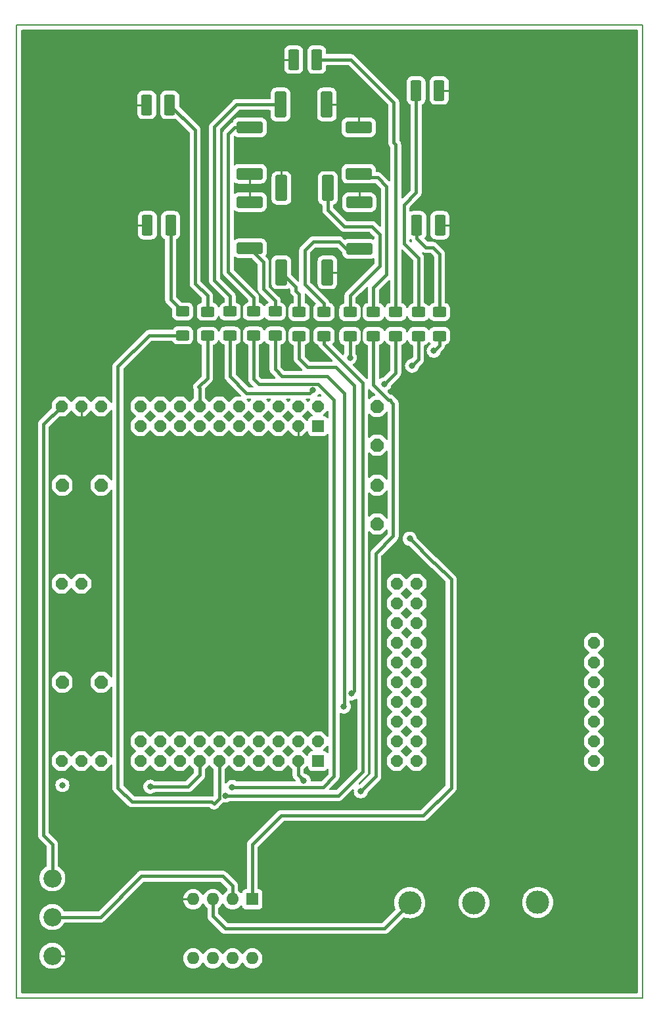
<source format=gbr>
%TF.GenerationSoftware,KiCad,Pcbnew,7.0.10*%
%TF.CreationDate,2025-04-16T22:41:53-06:00*%
%TF.ProjectId,Afinador_pcb,4166696e-6164-46f7-925f-7063622e6b69,rev?*%
%TF.SameCoordinates,Original*%
%TF.FileFunction,Copper,L1,Top*%
%TF.FilePolarity,Positive*%
%FSLAX46Y46*%
G04 Gerber Fmt 4.6, Leading zero omitted, Abs format (unit mm)*
G04 Created by KiCad (PCBNEW 7.0.10) date 2025-04-16 22:41:53*
%MOMM*%
%LPD*%
G01*
G04 APERTURE LIST*
G04 Aperture macros list*
%AMRoundRect*
0 Rectangle with rounded corners*
0 $1 Rounding radius*
0 $2 $3 $4 $5 $6 $7 $8 $9 X,Y pos of 4 corners*
0 Add a 4 corners polygon primitive as box body*
4,1,4,$2,$3,$4,$5,$6,$7,$8,$9,$2,$3,0*
0 Add four circle primitives for the rounded corners*
1,1,$1+$1,$2,$3*
1,1,$1+$1,$4,$5*
1,1,$1+$1,$6,$7*
1,1,$1+$1,$8,$9*
0 Add four rect primitives between the rounded corners*
20,1,$1+$1,$2,$3,$4,$5,0*
20,1,$1+$1,$4,$5,$6,$7,0*
20,1,$1+$1,$6,$7,$8,$9,0*
20,1,$1+$1,$8,$9,$2,$3,0*%
%AMOutline5P*
0 Free polygon, 5 corners , with rotation*
0 The origin of the aperture is its center*
0 number of corners: always 5*
0 $1 to $10 corner X, Y*
0 $11 Rotation angle, in degrees counterclockwise*
0 create outline with 5 corners*
4,1,5,$1,$2,$3,$4,$5,$6,$7,$8,$9,$10,$1,$2,$11*%
%AMOutline6P*
0 Free polygon, 6 corners , with rotation*
0 The origin of the aperture is its center*
0 number of corners: always 6*
0 $1 to $12 corner X, Y*
0 $13 Rotation angle, in degrees counterclockwise*
0 create outline with 6 corners*
4,1,6,$1,$2,$3,$4,$5,$6,$7,$8,$9,$10,$11,$12,$1,$2,$13*%
%AMOutline7P*
0 Free polygon, 7 corners , with rotation*
0 The origin of the aperture is its center*
0 number of corners: always 7*
0 $1 to $14 corner X, Y*
0 $15 Rotation angle, in degrees counterclockwise*
0 create outline with 7 corners*
4,1,7,$1,$2,$3,$4,$5,$6,$7,$8,$9,$10,$11,$12,$13,$14,$1,$2,$15*%
%AMOutline8P*
0 Free polygon, 8 corners , with rotation*
0 The origin of the aperture is its center*
0 number of corners: always 8*
0 $1 to $16 corner X, Y*
0 $17 Rotation angle, in degrees counterclockwise*
0 create outline with 8 corners*
4,1,8,$1,$2,$3,$4,$5,$6,$7,$8,$9,$10,$11,$12,$13,$14,$15,$16,$1,$2,$17*%
G04 Aperture macros list end*
%TA.AperFunction,NonConductor*%
%ADD10C,0.200000*%
%TD*%
%TA.AperFunction,ComponentPad*%
%ADD11C,3.000000*%
%TD*%
%TA.AperFunction,ComponentPad*%
%ADD12Outline8P,-0.762000X0.315631X-0.315631X0.762000X0.315631X0.762000X0.762000X0.315631X0.762000X-0.315631X0.315631X-0.762000X-0.315631X-0.762000X-0.762000X-0.315631X90.000000*%
%TD*%
%TA.AperFunction,ComponentPad*%
%ADD13Outline8P,-0.762000X0.315631X-0.315631X0.762000X0.315631X0.762000X0.762000X0.315631X0.762000X-0.315631X0.315631X-0.762000X-0.315631X-0.762000X-0.762000X-0.315631X270.000000*%
%TD*%
%TA.AperFunction,ComponentPad*%
%ADD14Outline8P,-0.838200X0.347194X-0.347194X0.838200X0.347194X0.838200X0.838200X0.347194X0.838200X-0.347194X0.347194X-0.838200X-0.347194X-0.838200X-0.838200X-0.347194X180.000000*%
%TD*%
%TA.AperFunction,ComponentPad*%
%ADD15Outline8P,-0.838200X0.347194X-0.347194X0.838200X0.347194X0.838200X0.838200X0.347194X0.838200X-0.347194X0.347194X-0.838200X-0.347194X-0.838200X-0.838200X-0.347194X270.000000*%
%TD*%
%TA.AperFunction,ComponentPad*%
%ADD16Outline8P,-0.762000X0.315631X-0.315631X0.762000X0.315631X0.762000X0.762000X0.315631X0.762000X-0.315631X0.315631X-0.762000X-0.315631X-0.762000X-0.762000X-0.315631X180.000000*%
%TD*%
%TA.AperFunction,ComponentPad*%
%ADD17R,1.524000X1.524000*%
%TD*%
%TA.AperFunction,SMDPad,CuDef*%
%ADD18RoundRect,0.250001X-0.462499X-1.074999X0.462499X-1.074999X0.462499X1.074999X-0.462499X1.074999X0*%
%TD*%
%TA.AperFunction,SMDPad,CuDef*%
%ADD19RoundRect,0.250001X0.462499X1.074999X-0.462499X1.074999X-0.462499X-1.074999X0.462499X-1.074999X0*%
%TD*%
%TA.AperFunction,ComponentPad*%
%ADD20C,2.340000*%
%TD*%
%TA.AperFunction,ComponentPad*%
%ADD21O,1.600000X1.600000*%
%TD*%
%TA.AperFunction,ComponentPad*%
%ADD22R,1.600000X1.600000*%
%TD*%
%TA.AperFunction,SMDPad,CuDef*%
%ADD23RoundRect,0.249999X1.425001X-0.512501X1.425001X0.512501X-1.425001X0.512501X-1.425001X-0.512501X0*%
%TD*%
%TA.AperFunction,SMDPad,CuDef*%
%ADD24RoundRect,0.249999X-0.512501X-1.425001X0.512501X-1.425001X0.512501X1.425001X-0.512501X1.425001X0*%
%TD*%
%TA.AperFunction,SMDPad,CuDef*%
%ADD25RoundRect,0.250000X-0.625000X0.400000X-0.625000X-0.400000X0.625000X-0.400000X0.625000X0.400000X0*%
%TD*%
%TA.AperFunction,SMDPad,CuDef*%
%ADD26RoundRect,0.249999X-1.425001X0.512501X-1.425001X-0.512501X1.425001X-0.512501X1.425001X0.512501X0*%
%TD*%
%TA.AperFunction,SMDPad,CuDef*%
%ADD27RoundRect,0.249999X0.512501X1.425001X-0.512501X1.425001X-0.512501X-1.425001X0.512501X-1.425001X0*%
%TD*%
%TA.AperFunction,ViaPad*%
%ADD28C,0.800000*%
%TD*%
%TA.AperFunction,Conductor*%
%ADD29C,0.250000*%
%TD*%
%TA.AperFunction,Conductor*%
%ADD30C,0.400000*%
%TD*%
G04 APERTURE END LIST*
D10*
X42521400Y-23297000D02*
X123217200Y-23297000D01*
X123217200Y-148722200D01*
X42521400Y-148722200D01*
X42521400Y-23297000D01*
D11*
%TO.P,J2,T*%
%TO.N,Net-(U1A-+)*%
X93204800Y-136455600D03*
%TO.P,J2,S*%
%TO.N,unconnected-(J2-PadS)*%
X109689400Y-136404800D03*
%TO.P,J2,R*%
%TO.N,unconnected-(J2-PadR)*%
X101485200Y-136430200D03*
%TD*%
D12*
%TO.P,MSP430F5529LP1,x*%
%TO.N,N/C*%
X91516200Y-118160800D03*
X94056200Y-118160800D03*
D13*
X116916200Y-118160800D03*
D12*
X91516200Y-115620800D03*
X94056200Y-115620800D03*
D13*
X116916200Y-115620800D03*
D12*
X91516200Y-113080800D03*
X94056200Y-113080800D03*
D13*
X116916200Y-113080800D03*
D12*
X91516200Y-110540800D03*
X94056200Y-110540800D03*
D13*
X116916200Y-110540800D03*
D14*
X48415000Y-108001400D03*
X53417400Y-108001400D03*
D12*
X91516200Y-108000800D03*
X94056200Y-108000800D03*
D13*
X116916200Y-108000800D03*
D12*
X91516200Y-105460800D03*
X94056200Y-105460800D03*
D13*
X116916200Y-105460800D03*
D12*
X91541600Y-102920800D03*
X94081600Y-102920800D03*
D13*
X116916200Y-102920800D03*
D12*
X91516200Y-100380800D03*
X94056200Y-100380800D03*
X91516200Y-97840800D03*
X94056200Y-97840800D03*
X48336200Y-95300800D03*
X50876200Y-95300800D03*
D13*
X91516200Y-95300800D03*
X94056200Y-95300800D03*
D15*
X88976800Y-87602000D03*
D14*
X48415000Y-82601400D03*
X53417400Y-82601400D03*
D15*
X88976800Y-82599600D03*
X88976800Y-77442000D03*
D13*
%TO.P,MSP430F5529LP1,41*%
X50876200Y-118160800D03*
X53416200Y-118160800D03*
X50876200Y-72440800D03*
X53416200Y-72440800D03*
D16*
%TO.P,MSP430F5529LP1,40,P8.1*%
%TO.N,unconnected-(MSP430F5529LP1-P8.1-Pad40)*%
X58496200Y-118160800D03*
%TO.P,MSP430F5529LP1,39,P2.3*%
%TO.N,/C*%
X61036200Y-118160800D03*
%TO.P,MSP430F5529LP1,38,P2.6*%
%TO.N,/F*%
X63576200Y-118160800D03*
%TO.P,MSP430F5529LP1,37,P3.1*%
%TO.N,/OVER*%
X66116200Y-118160800D03*
%TO.P,MSP430F5529LP1,36,P3.0*%
%TO.N,/RUnd*%
X68656200Y-118160800D03*
%TO.P,MSP430F5529LP1,35,RST*%
%TO.N,unconnected-(MSP430F5529LP1-RST-Pad35)*%
X71196200Y-118160800D03*
D15*
X88976800Y-72439600D03*
D16*
%TO.P,MSP430F5529LP1,34,P7.4*%
%TO.N,unconnected-(MSP430F5529LP1-P7.4-Pad34)*%
X73736200Y-118160800D03*
%TO.P,MSP430F5529LP1,33,P2.2*%
%TO.N,/B*%
X76276200Y-118160800D03*
%TO.P,MSP430F5529LP1,32,P2.0*%
%TO.N,/A*%
X78816200Y-118160800D03*
%TO.P,MSP430F5529LP1,30,P8.2*%
%TO.N,unconnected-(MSP430F5529LP1-P8.2-Pad30)*%
X58496200Y-115620800D03*
%TO.P,MSP430F5529LP1,29,P3.7*%
%TO.N,unconnected-(MSP430F5529LP1-P3.7-Pad29)*%
X61036200Y-115620800D03*
%TO.P,MSP430F5529LP1,28,P4.0*%
%TO.N,unconnected-(MSP430F5529LP1-P4.0-Pad28)*%
X63576200Y-115620800D03*
%TO.P,MSP430F5529LP1,27,P4.3*%
%TO.N,unconnected-(MSP430F5529LP1-P4.3-Pad27)*%
X66116200Y-115620800D03*
%TO.P,MSP430F5529LP1,26,P1.2*%
%TO.N,unconnected-(MSP430F5529LP1-P1.2-Pad26)*%
X68656200Y-115620800D03*
%TO.P,MSP430F5529LP1,25,P1.3*%
%TO.N,unconnected-(MSP430F5529LP1-P1.3-Pad25)*%
X71196200Y-115620800D03*
%TO.P,MSP430F5529LP1,24,P1.4*%
%TO.N,unconnected-(MSP430F5529LP1-P1.4-Pad24)*%
X73736200Y-115620800D03*
%TO.P,MSP430F5529LP1,23,P1.5*%
%TO.N,unconnected-(MSP430F5529LP1-P1.5-Pad23)*%
X76276200Y-115620800D03*
%TO.P,MSP430F5529LP1,22,P2.4*%
%TO.N,/D*%
X78816200Y-115620800D03*
%TO.P,MSP430F5529LP1,21,P2.5*%
%TO.N,/E*%
X81356200Y-115620800D03*
%TO.P,MSP430F5529LP1,20,P3.5*%
%TO.N,unconnected-(MSP430F5529LP1-P3.5-Pad20)*%
X58496200Y-74980800D03*
%TO.P,MSP430F5529LP1,19,P3.6*%
%TO.N,unconnected-(MSP430F5529LP1-P3.6-Pad19)*%
X61036200Y-74980800D03*
%TO.P,MSP430F5529LP1,18,P7.0*%
%TO.N,unconnected-(MSP430F5529LP1-P7.0-Pad18)*%
X63576200Y-74980800D03*
%TO.P,MSP430F5529LP1,17,P6.4*%
%TO.N,unconnected-(MSP430F5529LP1-P6.4-Pad17)*%
X66116200Y-74980800D03*
%TO.P,MSP430F5529LP1,16,P6.3*%
%TO.N,unconnected-(MSP430F5529LP1-P6.3-Pad16)*%
X68656200Y-74980800D03*
%TO.P,MSP430F5529LP1,15,P6.2*%
%TO.N,unconnected-(MSP430F5529LP1-P6.2-Pad15)*%
X71196200Y-74980800D03*
%TO.P,MSP430F5529LP1,14,P6.1*%
%TO.N,unconnected-(MSP430F5529LP1-P6.1-Pad14)*%
X73736200Y-74980800D03*
%TO.P,MSP430F5529LP1,13,P6.0*%
%TO.N,Net-(MSP430F5529LP1-P6.0)*%
X76276200Y-74980800D03*
D17*
%TO.P,MSP430F5529LP1,12,GND*%
%TO.N,Net-(A1-K)*%
X81356200Y-118160800D03*
D16*
X78816200Y-74980800D03*
D17*
%TO.P,MSP430F5529LP1,11,5V*%
%TO.N,Net-(MSP430F5529LP1-5V)*%
X81356200Y-74980800D03*
D13*
X48336200Y-72440800D03*
D16*
%TO.P,MSP430F5529LP1,10,P4.1*%
%TO.N,unconnected-(MSP430F5529LP1-P4.1-Pad10)*%
X58496200Y-72440800D03*
%TO.P,MSP430F5529LP1,9,P4.2*%
%TO.N,unconnected-(MSP430F5529LP1-P4.2-Pad9)*%
X61036200Y-72440800D03*
%TO.P,MSP430F5529LP1,8,P2.7*%
%TO.N,/G*%
X63576200Y-72440800D03*
%TO.P,MSP430F5529LP1,7,P3.2*%
%TO.N,/RBmol*%
X66116200Y-72440800D03*
%TO.P,MSP430F5529LP1,6,P6.6*%
%TO.N,unconnected-(MSP430F5529LP1-P6.6-Pad6)*%
X68656200Y-72440800D03*
%TO.P,MSP430F5529LP1,5,P1.6*%
%TO.N,unconnected-(MSP430F5529LP1-P1.6-Pad5)*%
X71196200Y-72440800D03*
%TO.P,MSP430F5529LP1,4,P3.3*%
%TO.N,/#*%
X73736200Y-72440800D03*
%TO.P,MSP430F5529LP1,3,P3.4*%
%TO.N,/RIGTH*%
X76276200Y-72440800D03*
%TO.P,MSP430F5529LP1,2,6.5*%
%TO.N,unconnected-(MSP430F5529LP1-6.5-Pad2)*%
X78816200Y-72440800D03*
D13*
%TO.P,MSP430F5529LP1,1,3.3V*%
%TO.N,unconnected-(MSP430F5529LP1-3.3V-Pad1)*%
X48336200Y-118160800D03*
D16*
X81356200Y-72440800D03*
%TD*%
D18*
%TO.P,Under1,1,K*%
%TO.N,Net-(A1-K)*%
X59396300Y-49098200D03*
%TO.P,Under1,2,A*%
%TO.N,Net-(Under1-A)*%
X62371300Y-49098200D03*
%TD*%
D19*
%TO.P,Sostenido1,1,K*%
%TO.N,Net-(A1-K)*%
X96991500Y-31724600D03*
%TO.P,Sostenido1,2,A*%
%TO.N,Net-(Sostenido1-A)*%
X94016500Y-31724600D03*
%TD*%
D18*
%TO.P,right1,1,K*%
%TO.N,Net-(A1-K)*%
X78243100Y-27736800D03*
%TO.P,right1,2,A*%
%TO.N,Net-(right1-A)*%
X81218100Y-27736800D03*
%TD*%
D19*
%TO.P,Over1,1,K*%
%TO.N,Net-(A1-K)*%
X97093100Y-49098200D03*
%TO.P,Over1,2,A*%
%TO.N,Net-(Over1-A)*%
X94118100Y-49098200D03*
%TD*%
D18*
%TO.P,Bemol1,1,K*%
%TO.N,Net-(A1-K)*%
X59309000Y-33578800D03*
%TO.P,Bemol1,2,A*%
%TO.N,Net-(Bemol1-A)*%
X62284000Y-33578800D03*
%TD*%
D20*
%TO.P,RV1,3,3*%
%TO.N,Net-(A1-K)*%
X47147400Y-143303000D03*
%TO.P,RV1,2,2*%
%TO.N,Net-(U1A--)*%
X47147400Y-138303000D03*
%TO.P,RV1,1,1*%
%TO.N,Net-(MSP430F5529LP1-5V)*%
X47147400Y-133303000D03*
%TD*%
D21*
%TO.P,U1,8*%
%TO.N,N/C*%
X72913400Y-143621600D03*
%TO.P,U1,7*%
X70373400Y-143621600D03*
%TO.P,U1,6*%
X67833400Y-143621600D03*
%TO.P,U1,5*%
X65293400Y-143621600D03*
%TO.P,U1,4*%
X65293400Y-136001600D03*
%TO.P,U1,3,+*%
%TO.N,Net-(U1A-+)*%
X67833400Y-136001600D03*
%TO.P,U1,2,-*%
%TO.N,Net-(U1A--)*%
X70373400Y-136001600D03*
D22*
%TO.P,U1,1*%
%TO.N,Net-(MSP430F5529LP1-P6.0)*%
X72913400Y-136001600D03*
%TD*%
D23*
%TO.P,F1,2,A*%
%TO.N,Net-(F1-A)*%
X72577500Y-36484100D03*
%TO.P,F1,1,K*%
%TO.N,Net-(A1-K)*%
X72577500Y-42459100D03*
%TD*%
D24*
%TO.P,G1,1,K*%
%TO.N,Net-(A1-K)*%
X76666900Y-44297600D03*
%TO.P,G1,2,A*%
%TO.N,Net-(G1-A)*%
X82641900Y-44297600D03*
%TD*%
D25*
%TO.P,R6,2*%
%TO.N,/F*%
X73075800Y-63322800D03*
%TO.P,R6,1*%
%TO.N,Net-(F1-A)*%
X73075800Y-60222800D03*
%TD*%
%TO.P,R3,2*%
%TO.N,/C*%
X82143600Y-63373600D03*
%TO.P,R3,1*%
%TO.N,Net-(C1-A)*%
X82143600Y-60273600D03*
%TD*%
D26*
%TO.P,B1,2,A*%
%TO.N,Net-(B1-A)*%
X86623700Y-42449400D03*
%TO.P,B1,1,K*%
%TO.N,Net-(A1-K)*%
X86623700Y-36474400D03*
%TD*%
D25*
%TO.P,R2,1*%
%TO.N,Net-(B1-A)*%
X88519000Y-60273600D03*
%TO.P,R2,2*%
%TO.N,/B*%
X88519000Y-63373600D03*
%TD*%
D27*
%TO.P,A1,2,A*%
%TO.N,Net-(A1-A)*%
X76539900Y-33528000D03*
%TO.P,A1,1,K*%
%TO.N,Net-(A1-K)*%
X82514900Y-33528000D03*
%TD*%
D25*
%TO.P,R5,2*%
%TO.N,/E*%
X75844400Y-63322800D03*
%TO.P,R5,1*%
%TO.N,Net-(E1-A)*%
X75844400Y-60222800D03*
%TD*%
D27*
%TO.P,D1,2,A*%
%TO.N,Net-(D1-A)*%
X76616100Y-55168800D03*
%TO.P,D1,1,K*%
%TO.N,Net-(A1-K)*%
X82591100Y-55168800D03*
%TD*%
D25*
%TO.P,R9,1*%
%TO.N,Net-(Sostenido1-A)*%
X94335600Y-60299000D03*
%TO.P,R9,2*%
%TO.N,/#*%
X94335600Y-63399000D03*
%TD*%
%TO.P,R12,1*%
%TO.N,Net-(right1-A)*%
X91389200Y-60273600D03*
%TO.P,R12,2*%
%TO.N,/RIGTH*%
X91389200Y-63373600D03*
%TD*%
%TO.P,R8,1*%
%TO.N,Net-(Bemol1-A)*%
X67132200Y-60248200D03*
%TO.P,R8,2*%
%TO.N,/RBmol*%
X67132200Y-63348200D03*
%TD*%
%TO.P,R1,1*%
%TO.N,Net-(A1-A)*%
X70053200Y-60222800D03*
%TO.P,R1,2*%
%TO.N,/A*%
X70053200Y-63322800D03*
%TD*%
D26*
%TO.P,E1,1,K*%
%TO.N,Net-(A1-K)*%
X72602900Y-46101000D03*
%TO.P,E1,2,A*%
%TO.N,Net-(E1-A)*%
X72602900Y-52076000D03*
%TD*%
D25*
%TO.P,R11,1*%
%TO.N,Net-(Over1-A)*%
X97028000Y-60273600D03*
%TO.P,R11,2*%
%TO.N,/OVER*%
X97028000Y-63373600D03*
%TD*%
%TO.P,R4,2*%
%TO.N,/D*%
X78943200Y-63373600D03*
%TO.P,R4,1*%
%TO.N,Net-(D1-A)*%
X78943200Y-60273600D03*
%TD*%
%TO.P,R10,1*%
%TO.N,Net-(Under1-A)*%
X63931800Y-60197400D03*
%TO.P,R10,2*%
%TO.N,/RUnd*%
X63931800Y-63297400D03*
%TD*%
D26*
%TO.P,C1,2,A*%
%TO.N,Net-(C1-A)*%
X86699900Y-52126800D03*
%TO.P,C1,1,K*%
%TO.N,Net-(A1-K)*%
X86699900Y-46151800D03*
%TD*%
D25*
%TO.P,R7,2*%
%TO.N,/G*%
X85496400Y-63399000D03*
%TO.P,R7,1*%
%TO.N,Net-(G1-A)*%
X85496400Y-60299000D03*
%TD*%
D28*
%TO.N,unconnected-(MSP430F5529LP1-3.3V-Pad1)*%
X48439600Y-121290200D03*
%TO.N,Net-(MSP430F5529LP1-P6.0)*%
X93194400Y-89514800D03*
X93194400Y-89514800D03*
%TO.N,/OVER*%
X59766200Y-121488200D03*
X59766200Y-121488200D03*
X96291400Y-65278000D03*
X96301742Y-65286567D03*
%TO.N,/#*%
X93497400Y-67208400D03*
X93497400Y-67208400D03*
%TO.N,/RIGTH*%
X89916000Y-69596000D03*
X89916000Y-69596000D03*
%TO.N,/B*%
X86893400Y-122097800D03*
X86893400Y-122097800D03*
%TO.N,/G*%
X85496400Y-66167000D03*
X85496400Y-66167000D03*
%TO.N,/C*%
X69418200Y-122631200D03*
X69418200Y-122631200D03*
%TO.N,/D*%
X85674200Y-109474000D03*
X85674200Y-109474000D03*
%TO.N,/E*%
X84709000Y-111150400D03*
X84709000Y-111150400D03*
X84709000Y-111150400D03*
%TO.N,/F*%
X70307200Y-121539000D03*
%TO.N,/A*%
X79552800Y-120726200D03*
X80721200Y-70321000D03*
%TD*%
D29*
%TO.N,Net-(A1-K)*%
X50876200Y-74708400D02*
X50725600Y-74859000D01*
X50876200Y-72440800D02*
X50876200Y-74708400D01*
X49667800Y-143303000D02*
X49735000Y-143235800D01*
X47147400Y-143303000D02*
X49667800Y-143303000D01*
X61744400Y-136001600D02*
X61419000Y-136327000D01*
X65293400Y-136001600D02*
X61744400Y-136001600D01*
X78816200Y-78366000D02*
X78816200Y-74980800D01*
X78513200Y-78669000D02*
X78816200Y-78366000D01*
X84385800Y-55168800D02*
X84863200Y-54691400D01*
X82591100Y-55168800D02*
X84385800Y-55168800D01*
X72577500Y-46075600D02*
X72602900Y-46101000D01*
X72577500Y-42459100D02*
X72577500Y-46075600D01*
X76666900Y-41821500D02*
X76557400Y-41712000D01*
X76666900Y-44297600D02*
X76666900Y-41821500D01*
X86699900Y-44742500D02*
X86488800Y-44531400D01*
X86699900Y-46151800D02*
X86699900Y-44742500D01*
X99194000Y-49098200D02*
X99392000Y-48900200D01*
X97093100Y-49098200D02*
X99194000Y-49098200D01*
X86623700Y-34744500D02*
X86692000Y-34676200D01*
X86623700Y-36474400D02*
X86623700Y-34744500D01*
X84893800Y-33528000D02*
X85041000Y-33380800D01*
X82514900Y-33528000D02*
X84893800Y-33528000D01*
X99361400Y-31724600D02*
X99544400Y-31907600D01*
X96991500Y-31724600D02*
X99361400Y-31724600D01*
X76156200Y-27736800D02*
X75871600Y-28021400D01*
X78243100Y-27736800D02*
X76156200Y-27736800D01*
X57919000Y-33578800D02*
X57355000Y-34142800D01*
X59309000Y-33578800D02*
X57919000Y-33578800D01*
X57842800Y-49098200D02*
X59396300Y-49098200D01*
X57151800Y-49789200D02*
X57842800Y-49098200D01*
D30*
%TO.N,Net-(MSP430F5529LP1-P6.0)*%
X72913400Y-128965800D02*
X72913400Y-136001600D01*
X94919800Y-125222000D02*
X76657200Y-125222000D01*
X98526600Y-121615200D02*
X94919800Y-125222000D01*
X98526600Y-94742000D02*
X98526600Y-121615200D01*
X96393000Y-92608400D02*
X98526600Y-94742000D01*
X96288000Y-92608400D02*
X96393000Y-92608400D01*
X93194400Y-89514800D02*
X96288000Y-92608400D01*
X76657200Y-125222000D02*
X72913400Y-128965800D01*
%TO.N,/A*%
X72188600Y-70744200D02*
X70053200Y-68608800D01*
X80298000Y-70744200D02*
X72188600Y-70744200D01*
X80721200Y-70321000D02*
X80298000Y-70744200D01*
X70053200Y-68608800D02*
X70053200Y-67157600D01*
%TO.N,Net-(A1-A)*%
X68023000Y-56190000D02*
X68023000Y-36396400D01*
X70053200Y-58220200D02*
X68023000Y-56190000D01*
X70053200Y-60222800D02*
X70053200Y-58220200D01*
X68023000Y-36396400D02*
X70891400Y-33528000D01*
X70891400Y-33528000D02*
X76539900Y-33528000D01*
%TO.N,Net-(Bemol1-A)*%
X67132200Y-58194800D02*
X67132200Y-60248200D01*
X65533800Y-36828600D02*
X65533800Y-56596400D01*
X62284000Y-33578800D02*
X65533800Y-36828600D01*
X65533800Y-56596400D02*
X67132200Y-58194800D01*
%TO.N,Net-(F1-A)*%
X69801000Y-37310800D02*
X70627700Y-36484100D01*
X70627700Y-36484100D02*
X72577500Y-36484100D01*
X69801000Y-55119800D02*
X69801000Y-37310800D01*
X73075800Y-58394600D02*
X69801000Y-55119800D01*
X73075800Y-60222800D02*
X73075800Y-58394600D01*
%TO.N,Net-(U1A-+)*%
X69430800Y-139781400D02*
X89948400Y-139781400D01*
X67833400Y-136001600D02*
X67833400Y-138184000D01*
X67833400Y-138184000D02*
X69430800Y-139781400D01*
X89948400Y-139781400D02*
X93439600Y-136290200D01*
%TO.N,Net-(U1A--)*%
X70373400Y-134305200D02*
X70373400Y-136001600D01*
X69088000Y-133019800D02*
X70373400Y-134305200D01*
X53314600Y-138303000D02*
X58597800Y-133019800D01*
X58597800Y-133019800D02*
X69088000Y-133019800D01*
X47147400Y-138303000D02*
X53314600Y-138303000D01*
%TO.N,Net-(MSP430F5529LP1-5V)*%
X45999400Y-127762000D02*
X45999400Y-74777600D01*
X47147400Y-128910000D02*
X45999400Y-127762000D01*
X47147400Y-133303000D02*
X47147400Y-128910000D01*
X45999400Y-74777600D02*
X48336200Y-72440800D01*
%TO.N,/OVER*%
X66141600Y-119964200D02*
X66116200Y-119938800D01*
X64617600Y-121488200D02*
X66141600Y-119964200D01*
X59766200Y-121488200D02*
X64617600Y-121488200D01*
X66116200Y-119938800D02*
X66116200Y-118160800D01*
X97028000Y-64566800D02*
X96367600Y-65227200D01*
X97028000Y-63373600D02*
X97028000Y-64566800D01*
%TO.N,/G*%
X85496400Y-66167000D02*
X85496400Y-63399000D01*
%TO.N,/C*%
X84023200Y-122631200D02*
X69418200Y-122631200D01*
X82143600Y-64414400D02*
X87147400Y-69418200D01*
X87147400Y-69418200D02*
X87147400Y-119507000D01*
X82143600Y-63373600D02*
X82143600Y-64414400D01*
X87147400Y-119507000D02*
X84023200Y-122631200D01*
%TO.N,/#*%
X94335600Y-66370200D02*
X93497400Y-67208400D01*
X94335600Y-63399000D02*
X94335600Y-66370200D01*
%TO.N,/RIGTH*%
X91389200Y-68122800D02*
X91389200Y-63373600D01*
X89916000Y-69596000D02*
X91389200Y-68122800D01*
%TO.N,/B*%
X88823800Y-120167400D02*
X86893400Y-122097800D01*
X88823800Y-91414600D02*
X88823800Y-120167400D01*
X91059000Y-89179400D02*
X88823800Y-91414600D01*
X90652600Y-71678800D02*
X91059000Y-72085200D01*
X90652600Y-71628000D02*
X90652600Y-71678800D01*
X89027000Y-70205600D02*
X90449400Y-71628000D01*
X91059000Y-72085200D02*
X91059000Y-89179400D01*
X88519000Y-69697600D02*
X89027000Y-70205600D01*
X88519000Y-63373600D02*
X88519000Y-69697600D01*
X90449400Y-71628000D02*
X90652600Y-71628000D01*
%TO.N,/A*%
X70053200Y-63322800D02*
X70053200Y-67157600D01*
X70053200Y-67157600D02*
X70053200Y-65506600D01*
%TO.N,/D*%
X78943200Y-66268600D02*
X78943200Y-63373600D01*
X80060800Y-67386200D02*
X78943200Y-66268600D01*
X83642200Y-67386200D02*
X80060800Y-67386200D01*
X86029800Y-69773800D02*
X83642200Y-67386200D01*
X86029800Y-109118400D02*
X86029800Y-69773800D01*
X86029800Y-109118400D02*
X86029800Y-104444800D01*
X85674200Y-109474000D02*
X86029800Y-109118400D01*
%TO.N,/E*%
X75844400Y-67665600D02*
X75844400Y-63322800D01*
X76733400Y-68554600D02*
X75844400Y-67665600D01*
X82575400Y-68554600D02*
X76733400Y-68554600D01*
X84759800Y-70739000D02*
X82575400Y-68554600D01*
X84759800Y-111099600D02*
X84759800Y-70739000D01*
X84709000Y-111150400D02*
X84759800Y-111099600D01*
%TO.N,/F*%
X70307200Y-121564400D02*
X70307200Y-121564400D01*
X70307200Y-121539000D02*
X70307200Y-121564400D01*
X70332600Y-121539000D02*
X70307200Y-121539000D01*
X82042000Y-121539000D02*
X70332600Y-121539000D01*
X81381600Y-69596000D02*
X83439000Y-71653400D01*
X83439000Y-120142000D02*
X82042000Y-121539000D01*
X73787000Y-69596000D02*
X81381600Y-69596000D01*
X73075800Y-68884800D02*
X73787000Y-69596000D01*
X70332600Y-121539000D02*
X70332600Y-121539000D01*
X73075800Y-63322800D02*
X73075800Y-68884800D01*
X83439000Y-71653400D02*
X83439000Y-120142000D01*
%TO.N,/A*%
X78816200Y-119989600D02*
X79552800Y-120726200D01*
X78816200Y-118160800D02*
X78816200Y-119989600D01*
%TO.N,/RBmol*%
X66116200Y-70078600D02*
X66116200Y-72440800D01*
X67132200Y-68808600D02*
X65989200Y-69951600D01*
X65989200Y-69951600D02*
X66116200Y-70078600D01*
X67132200Y-63348200D02*
X67132200Y-68808600D01*
%TO.N,/RUnd*%
X68656200Y-123037600D02*
X68656200Y-118160800D01*
X57378600Y-123418600D02*
X67665600Y-123418600D01*
X67970400Y-123723400D02*
X68656200Y-123037600D01*
X67665600Y-123418600D02*
X67970400Y-123723400D01*
X55575200Y-67310000D02*
X55575200Y-121615200D01*
X55575200Y-121615200D02*
X57378600Y-123418600D01*
X59587800Y-63297400D02*
X55575200Y-67310000D01*
X63931800Y-63297400D02*
X59587800Y-63297400D01*
%TO.N,Net-(G1-A)*%
X89331800Y-54356000D02*
X85496400Y-58191400D01*
X89331800Y-50241200D02*
X89331800Y-54356000D01*
X88341200Y-49250600D02*
X89331800Y-50241200D01*
X85496400Y-58191400D02*
X85496400Y-60299000D01*
X82641900Y-47132700D02*
X84759800Y-49250600D01*
X84759800Y-49250600D02*
X88341200Y-49250600D01*
X82641900Y-44297600D02*
X82641900Y-47132700D01*
%TO.N,Net-(B1-A)*%
X88519000Y-57175400D02*
X88519000Y-60273600D01*
X89052400Y-42951400D02*
X90220800Y-44119800D01*
X90220800Y-44119800D02*
X90220800Y-55473600D01*
X86623700Y-42449400D02*
X87125700Y-42951400D01*
X87125700Y-42951400D02*
X89052400Y-42951400D01*
X90220800Y-55473600D02*
X88519000Y-57175400D01*
%TO.N,Net-(Under1-A)*%
X62371300Y-58636900D02*
X63931800Y-60197400D01*
X62371300Y-49098200D02*
X62371300Y-58636900D01*
%TO.N,Net-(D1-A)*%
X78943200Y-57988200D02*
X78943200Y-60273600D01*
X78486000Y-57531000D02*
X78943200Y-57988200D01*
X78486000Y-57038700D02*
X78486000Y-57531000D01*
X76616100Y-55168800D02*
X78486000Y-57038700D01*
%TO.N,Net-(E1-A)*%
X75844400Y-58801000D02*
X75844400Y-60222800D01*
X74320400Y-53793500D02*
X74320400Y-57277000D01*
X74320400Y-57277000D02*
X75844400Y-58801000D01*
X72602900Y-52076000D02*
X74320400Y-53793500D01*
%TO.N,Net-(C1-A)*%
X84994400Y-52126800D02*
X86699900Y-52126800D01*
X84074000Y-51206400D02*
X84994400Y-52126800D01*
X84048600Y-51231800D02*
X84074000Y-51206400D01*
X80746600Y-51231800D02*
X84048600Y-51231800D01*
X79654400Y-52324000D02*
X80746600Y-51231800D01*
X79654400Y-56718200D02*
X79654400Y-52324000D01*
X82143600Y-60273600D02*
X82143600Y-59207400D01*
X82143600Y-59207400D02*
X79654400Y-56718200D01*
%TO.N,Net-(right1-A)*%
X91389200Y-38709600D02*
X91389200Y-60273600D01*
X91135200Y-38455600D02*
X91389200Y-38709600D01*
X85623400Y-27736800D02*
X91135200Y-33248600D01*
X91135200Y-33248600D02*
X91135200Y-38455600D01*
X81218100Y-27736800D02*
X85623400Y-27736800D01*
%TO.N,Net-(Sostenido1-A)*%
X94335600Y-53289200D02*
X94335600Y-60299000D01*
X92481400Y-51435000D02*
X94335600Y-53289200D01*
X92481400Y-46431200D02*
X92481400Y-51435000D01*
X94016500Y-44896100D02*
X92481400Y-46431200D01*
X94016500Y-31724600D02*
X94016500Y-44896100D01*
%TO.N,Net-(Over1-A)*%
X97028000Y-52806600D02*
X97028000Y-60273600D01*
X95275400Y-51943000D02*
X96164400Y-51943000D01*
X94118100Y-50785700D02*
X95275400Y-51943000D01*
X96164400Y-51943000D02*
X97028000Y-52806600D01*
X94118100Y-49098200D02*
X94118100Y-50785700D01*
%TD*%
%TA.AperFunction,NonConductor*%
G36*
X122559739Y-23917185D02*
G01*
X122605494Y-23969989D01*
X122616700Y-24021500D01*
X122616700Y-147997700D01*
X122597015Y-148064739D01*
X122544211Y-148110494D01*
X122492700Y-148121700D01*
X43245900Y-148121700D01*
X43178861Y-148102015D01*
X43133106Y-148049211D01*
X43121900Y-147997700D01*
X43121900Y-143303004D01*
X45472216Y-143303004D01*
X45490924Y-143552663D01*
X45490925Y-143552668D01*
X45546636Y-143796755D01*
X45546638Y-143796764D01*
X45546640Y-143796769D01*
X45638111Y-144029835D01*
X45763298Y-144246665D01*
X45889381Y-144404768D01*
X45919406Y-144442418D01*
X46092664Y-144603177D01*
X46102940Y-144612712D01*
X46309808Y-144753752D01*
X46309813Y-144753754D01*
X46309814Y-144753755D01*
X46309815Y-144753756D01*
X46429618Y-144811449D01*
X46535383Y-144862383D01*
X46535384Y-144862383D01*
X46535387Y-144862385D01*
X46774636Y-144936184D01*
X46774637Y-144936184D01*
X46774640Y-144936185D01*
X47022205Y-144973499D01*
X47022210Y-144973499D01*
X47022213Y-144973500D01*
X47022214Y-144973500D01*
X47272586Y-144973500D01*
X47272587Y-144973500D01*
X47272594Y-144973499D01*
X47520159Y-144936185D01*
X47520160Y-144936184D01*
X47520164Y-144936184D01*
X47759413Y-144862385D01*
X47984992Y-144753752D01*
X48191860Y-144612712D01*
X48355645Y-144460741D01*
X48375393Y-144442418D01*
X48375393Y-144442416D01*
X48375397Y-144442414D01*
X48531502Y-144246665D01*
X48656689Y-144029835D01*
X48748160Y-143796769D01*
X48788141Y-143621601D01*
X63987932Y-143621601D01*
X64007764Y-143848286D01*
X64007766Y-143848297D01*
X64066658Y-144068088D01*
X64066661Y-144068097D01*
X64162831Y-144274332D01*
X64162832Y-144274334D01*
X64293354Y-144460741D01*
X64454258Y-144621645D01*
X64454261Y-144621647D01*
X64640666Y-144752168D01*
X64846904Y-144848339D01*
X65066708Y-144907235D01*
X65228630Y-144921401D01*
X65293398Y-144927068D01*
X65293400Y-144927068D01*
X65293402Y-144927068D01*
X65350073Y-144922109D01*
X65520092Y-144907235D01*
X65739896Y-144848339D01*
X65946134Y-144752168D01*
X66132539Y-144621647D01*
X66293447Y-144460739D01*
X66423968Y-144274334D01*
X66451018Y-144216324D01*
X66497190Y-144163885D01*
X66564383Y-144144733D01*
X66631265Y-144164948D01*
X66675782Y-144216325D01*
X66702829Y-144274328D01*
X66702832Y-144274334D01*
X66833354Y-144460741D01*
X66994258Y-144621645D01*
X66994261Y-144621647D01*
X67180666Y-144752168D01*
X67386904Y-144848339D01*
X67606708Y-144907235D01*
X67768630Y-144921401D01*
X67833398Y-144927068D01*
X67833400Y-144927068D01*
X67833402Y-144927068D01*
X67890073Y-144922109D01*
X68060092Y-144907235D01*
X68279896Y-144848339D01*
X68486134Y-144752168D01*
X68672539Y-144621647D01*
X68833447Y-144460739D01*
X68963968Y-144274334D01*
X68991018Y-144216324D01*
X69037190Y-144163885D01*
X69104383Y-144144733D01*
X69171265Y-144164948D01*
X69215782Y-144216325D01*
X69242829Y-144274328D01*
X69242832Y-144274334D01*
X69373354Y-144460741D01*
X69534258Y-144621645D01*
X69534261Y-144621647D01*
X69720666Y-144752168D01*
X69926904Y-144848339D01*
X70146708Y-144907235D01*
X70308630Y-144921401D01*
X70373398Y-144927068D01*
X70373400Y-144927068D01*
X70373402Y-144927068D01*
X70430073Y-144922109D01*
X70600092Y-144907235D01*
X70819896Y-144848339D01*
X71026134Y-144752168D01*
X71212539Y-144621647D01*
X71373447Y-144460739D01*
X71503968Y-144274334D01*
X71531018Y-144216324D01*
X71577190Y-144163885D01*
X71644383Y-144144733D01*
X71711265Y-144164948D01*
X71755782Y-144216325D01*
X71782829Y-144274328D01*
X71782832Y-144274334D01*
X71913354Y-144460741D01*
X72074258Y-144621645D01*
X72074261Y-144621647D01*
X72260666Y-144752168D01*
X72466904Y-144848339D01*
X72686708Y-144907235D01*
X72848630Y-144921401D01*
X72913398Y-144927068D01*
X72913400Y-144927068D01*
X72913402Y-144927068D01*
X72970073Y-144922109D01*
X73140092Y-144907235D01*
X73359896Y-144848339D01*
X73566134Y-144752168D01*
X73752539Y-144621647D01*
X73913447Y-144460739D01*
X74043968Y-144274334D01*
X74140139Y-144068096D01*
X74199035Y-143848292D01*
X74218868Y-143621600D01*
X74199035Y-143394908D01*
X74140139Y-143175104D01*
X74043968Y-142968866D01*
X73946239Y-142829293D01*
X73913445Y-142782458D01*
X73752541Y-142621554D01*
X73566134Y-142491032D01*
X73566132Y-142491031D01*
X73359897Y-142394861D01*
X73359888Y-142394858D01*
X73140097Y-142335966D01*
X73140093Y-142335965D01*
X73140092Y-142335965D01*
X73140091Y-142335964D01*
X73140086Y-142335964D01*
X72913402Y-142316132D01*
X72913398Y-142316132D01*
X72686713Y-142335964D01*
X72686702Y-142335966D01*
X72466911Y-142394858D01*
X72466902Y-142394861D01*
X72260667Y-142491031D01*
X72260665Y-142491032D01*
X72074258Y-142621554D01*
X71913354Y-142782458D01*
X71782832Y-142968865D01*
X71782831Y-142968867D01*
X71755782Y-143026875D01*
X71709609Y-143079314D01*
X71642416Y-143098466D01*
X71575535Y-143078250D01*
X71531018Y-143026875D01*
X71503968Y-142968867D01*
X71503967Y-142968865D01*
X71373445Y-142782458D01*
X71212541Y-142621554D01*
X71026134Y-142491032D01*
X71026132Y-142491031D01*
X70819897Y-142394861D01*
X70819888Y-142394858D01*
X70600097Y-142335966D01*
X70600093Y-142335965D01*
X70600092Y-142335965D01*
X70600091Y-142335964D01*
X70600086Y-142335964D01*
X70373402Y-142316132D01*
X70373398Y-142316132D01*
X70146713Y-142335964D01*
X70146702Y-142335966D01*
X69926911Y-142394858D01*
X69926902Y-142394861D01*
X69720667Y-142491031D01*
X69720665Y-142491032D01*
X69534258Y-142621554D01*
X69373354Y-142782458D01*
X69242832Y-142968865D01*
X69242831Y-142968867D01*
X69215782Y-143026875D01*
X69169609Y-143079314D01*
X69102416Y-143098466D01*
X69035535Y-143078250D01*
X68991018Y-143026875D01*
X68963968Y-142968867D01*
X68963967Y-142968865D01*
X68833445Y-142782458D01*
X68672541Y-142621554D01*
X68486134Y-142491032D01*
X68486132Y-142491031D01*
X68279897Y-142394861D01*
X68279888Y-142394858D01*
X68060097Y-142335966D01*
X68060093Y-142335965D01*
X68060092Y-142335965D01*
X68060091Y-142335964D01*
X68060086Y-142335964D01*
X67833402Y-142316132D01*
X67833398Y-142316132D01*
X67606713Y-142335964D01*
X67606702Y-142335966D01*
X67386911Y-142394858D01*
X67386902Y-142394861D01*
X67180667Y-142491031D01*
X67180665Y-142491032D01*
X66994258Y-142621554D01*
X66833354Y-142782458D01*
X66702832Y-142968865D01*
X66702831Y-142968867D01*
X66675782Y-143026875D01*
X66629609Y-143079314D01*
X66562416Y-143098466D01*
X66495535Y-143078250D01*
X66451018Y-143026875D01*
X66423968Y-142968867D01*
X66423967Y-142968865D01*
X66293445Y-142782458D01*
X66132541Y-142621554D01*
X65946134Y-142491032D01*
X65946132Y-142491031D01*
X65739897Y-142394861D01*
X65739888Y-142394858D01*
X65520097Y-142335966D01*
X65520093Y-142335965D01*
X65520092Y-142335965D01*
X65520091Y-142335964D01*
X65520086Y-142335964D01*
X65293402Y-142316132D01*
X65293398Y-142316132D01*
X65066713Y-142335964D01*
X65066702Y-142335966D01*
X64846911Y-142394858D01*
X64846902Y-142394861D01*
X64640667Y-142491031D01*
X64640665Y-142491032D01*
X64454258Y-142621554D01*
X64293354Y-142782458D01*
X64162832Y-142968865D01*
X64162831Y-142968867D01*
X64066661Y-143175102D01*
X64066658Y-143175111D01*
X64007766Y-143394902D01*
X64007764Y-143394913D01*
X63987932Y-143621598D01*
X63987932Y-143621601D01*
X48788141Y-143621601D01*
X48803874Y-143552673D01*
X48803875Y-143552663D01*
X48822584Y-143303004D01*
X48822584Y-143302995D01*
X48803875Y-143053336D01*
X48803874Y-143053331D01*
X48803874Y-143053327D01*
X48748160Y-142809231D01*
X48656689Y-142576165D01*
X48531502Y-142359335D01*
X48375397Y-142163586D01*
X48375396Y-142163585D01*
X48375393Y-142163581D01*
X48191860Y-141993288D01*
X47984992Y-141852248D01*
X47984988Y-141852246D01*
X47984985Y-141852244D01*
X47984984Y-141852243D01*
X47759415Y-141743616D01*
X47759417Y-141743616D01*
X47520165Y-141669816D01*
X47520159Y-141669814D01*
X47272594Y-141632500D01*
X47272587Y-141632500D01*
X47022213Y-141632500D01*
X47022205Y-141632500D01*
X46774640Y-141669814D01*
X46774634Y-141669816D01*
X46535383Y-141743616D01*
X46309815Y-141852243D01*
X46309814Y-141852244D01*
X46102939Y-141993288D01*
X45919406Y-142163581D01*
X45763298Y-142359335D01*
X45638111Y-142576164D01*
X45546642Y-142809225D01*
X45546636Y-142809244D01*
X45490925Y-143053331D01*
X45490924Y-143053336D01*
X45472216Y-143302995D01*
X45472216Y-143303004D01*
X43121900Y-143303004D01*
X43121900Y-138303004D01*
X45472216Y-138303004D01*
X45490924Y-138552663D01*
X45490925Y-138552668D01*
X45546636Y-138796755D01*
X45546638Y-138796764D01*
X45546640Y-138796769D01*
X45638111Y-139029835D01*
X45763298Y-139246665D01*
X45889381Y-139404768D01*
X45919406Y-139442418D01*
X46092664Y-139603177D01*
X46102940Y-139612712D01*
X46309808Y-139753752D01*
X46309813Y-139753754D01*
X46309814Y-139753755D01*
X46309815Y-139753756D01*
X46429618Y-139811449D01*
X46535383Y-139862383D01*
X46535384Y-139862383D01*
X46535387Y-139862385D01*
X46774636Y-139936184D01*
X46774637Y-139936184D01*
X46774640Y-139936185D01*
X47022205Y-139973499D01*
X47022210Y-139973499D01*
X47022213Y-139973500D01*
X47022214Y-139973500D01*
X47272586Y-139973500D01*
X47272587Y-139973500D01*
X47272594Y-139973499D01*
X47520159Y-139936185D01*
X47520160Y-139936184D01*
X47520164Y-139936184D01*
X47759413Y-139862385D01*
X47984992Y-139753752D01*
X48191860Y-139612712D01*
X48375397Y-139442414D01*
X48531502Y-139246665D01*
X48636098Y-139065500D01*
X48686665Y-139017284D01*
X48743485Y-139003500D01*
X53289679Y-139003500D01*
X53297166Y-139003725D01*
X53357206Y-139007358D01*
X53416382Y-138996513D01*
X53423785Y-138995387D01*
X53427521Y-138994933D01*
X53483472Y-138988140D01*
X53492935Y-138984550D01*
X53514561Y-138978522D01*
X53515493Y-138978351D01*
X53524532Y-138976695D01*
X53579408Y-138951996D01*
X53586278Y-138949150D01*
X53642530Y-138927818D01*
X53650866Y-138922062D01*
X53670421Y-138911034D01*
X53679657Y-138906878D01*
X53727013Y-138869775D01*
X53733004Y-138865366D01*
X53782529Y-138831183D01*
X53822422Y-138786151D01*
X53827524Y-138780731D01*
X58851638Y-133756619D01*
X58912961Y-133723134D01*
X58939319Y-133720300D01*
X68746481Y-133720300D01*
X68813520Y-133739985D01*
X68834162Y-133756619D01*
X69636581Y-134559038D01*
X69670066Y-134620361D01*
X69672900Y-134646719D01*
X69672900Y-134839926D01*
X69653215Y-134906965D01*
X69620024Y-134941501D01*
X69534263Y-135001551D01*
X69373351Y-135162462D01*
X69242832Y-135348865D01*
X69242831Y-135348867D01*
X69215782Y-135406875D01*
X69169609Y-135459314D01*
X69102416Y-135478466D01*
X69035535Y-135458250D01*
X68991018Y-135406875D01*
X68963968Y-135348866D01*
X68833447Y-135162461D01*
X68833445Y-135162458D01*
X68672541Y-135001554D01*
X68486134Y-134871032D01*
X68486132Y-134871031D01*
X68279897Y-134774861D01*
X68279888Y-134774858D01*
X68060097Y-134715966D01*
X68060093Y-134715965D01*
X68060092Y-134715965D01*
X68060091Y-134715964D01*
X68060086Y-134715964D01*
X67833402Y-134696132D01*
X67833398Y-134696132D01*
X67606713Y-134715964D01*
X67606702Y-134715966D01*
X67386911Y-134774858D01*
X67386902Y-134774861D01*
X67180667Y-134871031D01*
X67180665Y-134871032D01*
X66994258Y-135001554D01*
X66833354Y-135162458D01*
X66702832Y-135348865D01*
X66702831Y-135348867D01*
X66675782Y-135406875D01*
X66629609Y-135459314D01*
X66562416Y-135478466D01*
X66495535Y-135458250D01*
X66451018Y-135406875D01*
X66423968Y-135348866D01*
X66293447Y-135162461D01*
X66293445Y-135162458D01*
X66132541Y-135001554D01*
X65946134Y-134871032D01*
X65946132Y-134871031D01*
X65739897Y-134774861D01*
X65739888Y-134774858D01*
X65520097Y-134715966D01*
X65520093Y-134715965D01*
X65520092Y-134715965D01*
X65520091Y-134715964D01*
X65520086Y-134715964D01*
X65293402Y-134696132D01*
X65293398Y-134696132D01*
X65066713Y-134715964D01*
X65066702Y-134715966D01*
X64846911Y-134774858D01*
X64846902Y-134774861D01*
X64640667Y-134871031D01*
X64640665Y-134871032D01*
X64454258Y-135001554D01*
X64293354Y-135162458D01*
X64162832Y-135348865D01*
X64162831Y-135348867D01*
X64066661Y-135555102D01*
X64066658Y-135555111D01*
X64007766Y-135774902D01*
X64007764Y-135774913D01*
X63987932Y-136001598D01*
X63987932Y-136001601D01*
X64007764Y-136228286D01*
X64007766Y-136228297D01*
X64066658Y-136448088D01*
X64066661Y-136448097D01*
X64162831Y-136654332D01*
X64162832Y-136654334D01*
X64293354Y-136840741D01*
X64454258Y-137001645D01*
X64454261Y-137001647D01*
X64640666Y-137132168D01*
X64846904Y-137228339D01*
X64846909Y-137228340D01*
X64846911Y-137228341D01*
X64899815Y-137242516D01*
X65066708Y-137287235D01*
X65228630Y-137301401D01*
X65293398Y-137307068D01*
X65293400Y-137307068D01*
X65293402Y-137307068D01*
X65350207Y-137302098D01*
X65520092Y-137287235D01*
X65739896Y-137228339D01*
X65946134Y-137132168D01*
X66132539Y-137001647D01*
X66293447Y-136840739D01*
X66423968Y-136654334D01*
X66451018Y-136596324D01*
X66497190Y-136543885D01*
X66564383Y-136524733D01*
X66631265Y-136544948D01*
X66675782Y-136596325D01*
X66702829Y-136654328D01*
X66702832Y-136654334D01*
X66833354Y-136840741D01*
X66994257Y-137001644D01*
X66994260Y-137001646D01*
X66994261Y-137001647D01*
X67080023Y-137061697D01*
X67123648Y-137116273D01*
X67132900Y-137163272D01*
X67132900Y-138159078D01*
X67132674Y-138166566D01*
X67129042Y-138226603D01*
X67129042Y-138226605D01*
X67139883Y-138285770D01*
X67141010Y-138293171D01*
X67148259Y-138352871D01*
X67148260Y-138352874D01*
X67151851Y-138362343D01*
X67157874Y-138383946D01*
X67159704Y-138393930D01*
X67184391Y-138448782D01*
X67187254Y-138455694D01*
X67208582Y-138511930D01*
X67208583Y-138511931D01*
X67214336Y-138520266D01*
X67225361Y-138539813D01*
X67229520Y-138549055D01*
X67229524Y-138549060D01*
X67266615Y-138596403D01*
X67271055Y-138602438D01*
X67305212Y-138651924D01*
X67305216Y-138651929D01*
X67350228Y-138691805D01*
X67355683Y-138696940D01*
X68917858Y-140259115D01*
X68922978Y-140264553D01*
X68962871Y-140309583D01*
X69012364Y-140343746D01*
X69012373Y-140343752D01*
X69018391Y-140348180D01*
X69065743Y-140385277D01*
X69065747Y-140385280D01*
X69065746Y-140385280D01*
X69074977Y-140389434D01*
X69094531Y-140400462D01*
X69102870Y-140406218D01*
X69159131Y-140427554D01*
X69166008Y-140430403D01*
X69187363Y-140440015D01*
X69220863Y-140455093D01*
X69220866Y-140455093D01*
X69220869Y-140455095D01*
X69230834Y-140456921D01*
X69252456Y-140462948D01*
X69252467Y-140462952D01*
X69261928Y-140466540D01*
X69319489Y-140473528D01*
X69321615Y-140473787D01*
X69329022Y-140474914D01*
X69388194Y-140485758D01*
X69448233Y-140482125D01*
X69455721Y-140481900D01*
X89923479Y-140481900D01*
X89930966Y-140482125D01*
X89991006Y-140485758D01*
X90050182Y-140474913D01*
X90057585Y-140473787D01*
X90061321Y-140473333D01*
X90117272Y-140466540D01*
X90126735Y-140462950D01*
X90148361Y-140456922D01*
X90149293Y-140456751D01*
X90158332Y-140455095D01*
X90213208Y-140430396D01*
X90220078Y-140427550D01*
X90276330Y-140406218D01*
X90284666Y-140400462D01*
X90304221Y-140389434D01*
X90313457Y-140385278D01*
X90360813Y-140348175D01*
X90366804Y-140343766D01*
X90416329Y-140309583D01*
X90456222Y-140264551D01*
X90461324Y-140259131D01*
X92365438Y-138355017D01*
X92426759Y-138321534D01*
X92496447Y-138326517D01*
X92496451Y-138326518D01*
X92496451Y-138326519D01*
X92639754Y-138379969D01*
X92919366Y-138440795D01*
X92919368Y-138440795D01*
X92919372Y-138440796D01*
X93173020Y-138458937D01*
X93204799Y-138461210D01*
X93204800Y-138461210D01*
X93204801Y-138461210D01*
X93233395Y-138459164D01*
X93490228Y-138440796D01*
X93513149Y-138435810D01*
X93769837Y-138379971D01*
X93769837Y-138379970D01*
X93769846Y-138379969D01*
X94037961Y-138279967D01*
X94289115Y-138142826D01*
X94518195Y-137971339D01*
X94720539Y-137768995D01*
X94892026Y-137539915D01*
X95029167Y-137288761D01*
X95129169Y-137020646D01*
X95153438Y-136909082D01*
X95189995Y-136741033D01*
X95189995Y-136741032D01*
X95189996Y-136741028D01*
X95210410Y-136455600D01*
X95209873Y-136448097D01*
X95208593Y-136430201D01*
X99479590Y-136430201D01*
X99500004Y-136715633D01*
X99560828Y-136995237D01*
X99560830Y-136995243D01*
X99560831Y-136995246D01*
X99654133Y-137245397D01*
X99660835Y-137263366D01*
X99797970Y-137514509D01*
X99797975Y-137514517D01*
X99969454Y-137743587D01*
X99969470Y-137743605D01*
X100171794Y-137945929D01*
X100171812Y-137945945D01*
X100400882Y-138117424D01*
X100400890Y-138117429D01*
X100652033Y-138254564D01*
X100652032Y-138254564D01*
X100652036Y-138254565D01*
X100652039Y-138254567D01*
X100920154Y-138354569D01*
X100920160Y-138354570D01*
X100920162Y-138354571D01*
X101199766Y-138415395D01*
X101199768Y-138415395D01*
X101199772Y-138415396D01*
X101453420Y-138433537D01*
X101485199Y-138435810D01*
X101485200Y-138435810D01*
X101485201Y-138435810D01*
X101513795Y-138433764D01*
X101770628Y-138415396D01*
X101793549Y-138410410D01*
X102050237Y-138354571D01*
X102050237Y-138354570D01*
X102050246Y-138354569D01*
X102318361Y-138254567D01*
X102569515Y-138117426D01*
X102798595Y-137945939D01*
X103000939Y-137743595D01*
X103172426Y-137514515D01*
X103309567Y-137263361D01*
X103409569Y-136995246D01*
X103452730Y-136796839D01*
X103470395Y-136715633D01*
X103470395Y-136715632D01*
X103470396Y-136715628D01*
X103490810Y-136430200D01*
X103488993Y-136404801D01*
X107683790Y-136404801D01*
X107704204Y-136690233D01*
X107765028Y-136969837D01*
X107765030Y-136969843D01*
X107765031Y-136969846D01*
X107861444Y-137228338D01*
X107865035Y-137237966D01*
X108002170Y-137489109D01*
X108002175Y-137489117D01*
X108173654Y-137718187D01*
X108173670Y-137718205D01*
X108375994Y-137920529D01*
X108376012Y-137920545D01*
X108605082Y-138092024D01*
X108605090Y-138092029D01*
X108856233Y-138229164D01*
X108856232Y-138229164D01*
X108856236Y-138229165D01*
X108856239Y-138229167D01*
X109124354Y-138329169D01*
X109124360Y-138329170D01*
X109124362Y-138329171D01*
X109403966Y-138389995D01*
X109403968Y-138389995D01*
X109403972Y-138389996D01*
X109657620Y-138408137D01*
X109689399Y-138410410D01*
X109689400Y-138410410D01*
X109689401Y-138410410D01*
X109717995Y-138408364D01*
X109974828Y-138389996D01*
X110002640Y-138383946D01*
X110254437Y-138329171D01*
X110254437Y-138329170D01*
X110254446Y-138329169D01*
X110522561Y-138229167D01*
X110773715Y-138092026D01*
X111002795Y-137920539D01*
X111205139Y-137718195D01*
X111376626Y-137489115D01*
X111513767Y-137237961D01*
X111613769Y-136969846D01*
X111639952Y-136849483D01*
X111674595Y-136690233D01*
X111674595Y-136690232D01*
X111674596Y-136690228D01*
X111695010Y-136404800D01*
X111674596Y-136119372D01*
X111648976Y-136001600D01*
X111613771Y-135839762D01*
X111613770Y-135839760D01*
X111613769Y-135839754D01*
X111513767Y-135571639D01*
X111462890Y-135478466D01*
X111376629Y-135320490D01*
X111376624Y-135320482D01*
X111205145Y-135091412D01*
X111205129Y-135091394D01*
X111002805Y-134889070D01*
X111002787Y-134889054D01*
X110773717Y-134717575D01*
X110773709Y-134717570D01*
X110522566Y-134580435D01*
X110522567Y-134580435D01*
X110390638Y-134531228D01*
X110254446Y-134480431D01*
X110254443Y-134480430D01*
X110254437Y-134480428D01*
X109974833Y-134419604D01*
X109689401Y-134399190D01*
X109689399Y-134399190D01*
X109403966Y-134419604D01*
X109124362Y-134480428D01*
X108856233Y-134580435D01*
X108605090Y-134717570D01*
X108605082Y-134717575D01*
X108376012Y-134889054D01*
X108375994Y-134889070D01*
X108173670Y-135091394D01*
X108173654Y-135091412D01*
X108002175Y-135320482D01*
X108002170Y-135320490D01*
X107865035Y-135571633D01*
X107765028Y-135839762D01*
X107704204Y-136119366D01*
X107683790Y-136404798D01*
X107683790Y-136404801D01*
X103488993Y-136404801D01*
X103486719Y-136373008D01*
X103470396Y-136144772D01*
X103464869Y-136119366D01*
X103409571Y-135865162D01*
X103409570Y-135865160D01*
X103409569Y-135865154D01*
X103309567Y-135597039D01*
X103295697Y-135571639D01*
X103172429Y-135345890D01*
X103172424Y-135345882D01*
X103000945Y-135116812D01*
X103000929Y-135116794D01*
X102798605Y-134914470D01*
X102798587Y-134914454D01*
X102569517Y-134742975D01*
X102569509Y-134742970D01*
X102318366Y-134605835D01*
X102318367Y-134605835D01*
X102192899Y-134559038D01*
X102050246Y-134505831D01*
X102050243Y-134505830D01*
X102050237Y-134505828D01*
X101770633Y-134445004D01*
X101485201Y-134424590D01*
X101485199Y-134424590D01*
X101199766Y-134445004D01*
X100920162Y-134505828D01*
X100652033Y-134605835D01*
X100400890Y-134742970D01*
X100400882Y-134742975D01*
X100171812Y-134914454D01*
X100171794Y-134914470D01*
X99969470Y-135116794D01*
X99969454Y-135116812D01*
X99797975Y-135345882D01*
X99797970Y-135345890D01*
X99660835Y-135597033D01*
X99560828Y-135865162D01*
X99500004Y-136144766D01*
X99479590Y-136430198D01*
X99479590Y-136430201D01*
X95208593Y-136430201D01*
X95194153Y-136228297D01*
X95189996Y-136170172D01*
X95184469Y-136144766D01*
X95129171Y-135890562D01*
X95129170Y-135890560D01*
X95129169Y-135890554D01*
X95029167Y-135622439D01*
X95018404Y-135602729D01*
X94892029Y-135371290D01*
X94892024Y-135371282D01*
X94720545Y-135142212D01*
X94720529Y-135142194D01*
X94518205Y-134939870D01*
X94518187Y-134939854D01*
X94289117Y-134768375D01*
X94289109Y-134768370D01*
X94037966Y-134631235D01*
X94037967Y-134631235D01*
X93930715Y-134591232D01*
X93769846Y-134531231D01*
X93769843Y-134531230D01*
X93769837Y-134531228D01*
X93490233Y-134470404D01*
X93204801Y-134449990D01*
X93204799Y-134449990D01*
X92919366Y-134470404D01*
X92639762Y-134531228D01*
X92371633Y-134631235D01*
X92120490Y-134768370D01*
X92120482Y-134768375D01*
X91891412Y-134939854D01*
X91891394Y-134939870D01*
X91689070Y-135142194D01*
X91689054Y-135142212D01*
X91517575Y-135371282D01*
X91517570Y-135371290D01*
X91380435Y-135622433D01*
X91280428Y-135890562D01*
X91219604Y-136170166D01*
X91199190Y-136455598D01*
X91199190Y-136455601D01*
X91219604Y-136741033D01*
X91276298Y-137001647D01*
X91280431Y-137020646D01*
X91322027Y-137132168D01*
X91371586Y-137265042D01*
X91376570Y-137334733D01*
X91343085Y-137396056D01*
X89694562Y-139044581D01*
X89633239Y-139078066D01*
X89606881Y-139080900D01*
X69772319Y-139080900D01*
X69705280Y-139061215D01*
X69684638Y-139044581D01*
X68570219Y-137930162D01*
X68536734Y-137868839D01*
X68533900Y-137842481D01*
X68533900Y-137163272D01*
X68553585Y-137096233D01*
X68586775Y-137061698D01*
X68672539Y-137001647D01*
X68833447Y-136840739D01*
X68963968Y-136654334D01*
X68991018Y-136596324D01*
X69037190Y-136543885D01*
X69104383Y-136524733D01*
X69171265Y-136544948D01*
X69215782Y-136596325D01*
X69242829Y-136654328D01*
X69242832Y-136654334D01*
X69373354Y-136840741D01*
X69534258Y-137001645D01*
X69534261Y-137001647D01*
X69720666Y-137132168D01*
X69926904Y-137228339D01*
X69926909Y-137228340D01*
X69926911Y-137228341D01*
X69979815Y-137242516D01*
X70146708Y-137287235D01*
X70308630Y-137301401D01*
X70373398Y-137307068D01*
X70373400Y-137307068D01*
X70373402Y-137307068D01*
X70430207Y-137302098D01*
X70600092Y-137287235D01*
X70819896Y-137228339D01*
X71026134Y-137132168D01*
X71212539Y-137001647D01*
X71373447Y-136840739D01*
X71390672Y-136816139D01*
X71445248Y-136772513D01*
X71514746Y-136765318D01*
X71577101Y-136796839D01*
X71612516Y-136857068D01*
X71615538Y-136874006D01*
X71619308Y-136909083D01*
X71669602Y-137043928D01*
X71669606Y-137043935D01*
X71755852Y-137159144D01*
X71755855Y-137159147D01*
X71871064Y-137245393D01*
X71871071Y-137245397D01*
X72005917Y-137295691D01*
X72005916Y-137295691D01*
X72012844Y-137296435D01*
X72065527Y-137302100D01*
X73761272Y-137302099D01*
X73820883Y-137295691D01*
X73955731Y-137245396D01*
X74070946Y-137159146D01*
X74157196Y-137043931D01*
X74207491Y-136909083D01*
X74213900Y-136849473D01*
X74213899Y-135153728D01*
X74207491Y-135094117D01*
X74206479Y-135091405D01*
X74157197Y-134959271D01*
X74157193Y-134959264D01*
X74070947Y-134844055D01*
X74070944Y-134844052D01*
X73955735Y-134757806D01*
X73955728Y-134757802D01*
X73820882Y-134707508D01*
X73820883Y-134707508D01*
X73761283Y-134701101D01*
X73761281Y-134701100D01*
X73761273Y-134701100D01*
X73761265Y-134701100D01*
X73737900Y-134701100D01*
X73670861Y-134681415D01*
X73625106Y-134628611D01*
X73613900Y-134577100D01*
X73613900Y-129307319D01*
X73633585Y-129240280D01*
X73650219Y-129219638D01*
X76911038Y-125958819D01*
X76972361Y-125925334D01*
X76998719Y-125922500D01*
X94894879Y-125922500D01*
X94902366Y-125922725D01*
X94962406Y-125926358D01*
X95021582Y-125915513D01*
X95028985Y-125914387D01*
X95032721Y-125913933D01*
X95088672Y-125907140D01*
X95098135Y-125903550D01*
X95119761Y-125897522D01*
X95120693Y-125897351D01*
X95129732Y-125895695D01*
X95184608Y-125870996D01*
X95191478Y-125868150D01*
X95247730Y-125846818D01*
X95256066Y-125841062D01*
X95275621Y-125830034D01*
X95284857Y-125825878D01*
X95332213Y-125788775D01*
X95338204Y-125784366D01*
X95387729Y-125750183D01*
X95427622Y-125705151D01*
X95432724Y-125699731D01*
X99004323Y-122128131D01*
X99009725Y-122123045D01*
X99054783Y-122083129D01*
X99088958Y-122033616D01*
X99093379Y-122027606D01*
X99130477Y-121980257D01*
X99134629Y-121971028D01*
X99145662Y-121951468D01*
X99146019Y-121950950D01*
X99151418Y-121943130D01*
X99172754Y-121886868D01*
X99175614Y-121879966D01*
X99200293Y-121825134D01*
X99200292Y-121825134D01*
X99200294Y-121825132D01*
X99202120Y-121815165D01*
X99208148Y-121793540D01*
X99211740Y-121784072D01*
X99218989Y-121724369D01*
X99220116Y-121716962D01*
X99230957Y-121657805D01*
X99230956Y-121657804D01*
X99227326Y-121597777D01*
X99227100Y-121590290D01*
X99227100Y-118517401D01*
X115653700Y-118517401D01*
X115664260Y-118601480D01*
X115719336Y-118734446D01*
X115719337Y-118734447D01*
X115771321Y-118801366D01*
X115771326Y-118801371D01*
X115771327Y-118801372D01*
X116275636Y-119305682D01*
X116275646Y-119305691D01*
X116342551Y-119357663D01*
X116342552Y-119357663D01*
X116342553Y-119357664D01*
X116475519Y-119412740D01*
X116559592Y-119423300D01*
X117272806Y-119423299D01*
X117356881Y-119412740D01*
X117489847Y-119357663D01*
X117556766Y-119305679D01*
X118061084Y-118801362D01*
X118113064Y-118734447D01*
X118168140Y-118601481D01*
X118178700Y-118517408D01*
X118178699Y-117804194D01*
X118168140Y-117720119D01*
X118113063Y-117587153D01*
X118061079Y-117520234D01*
X117556762Y-117015916D01*
X117556761Y-117015915D01*
X117556753Y-117015908D01*
X117521759Y-116988725D01*
X117480892Y-116932054D01*
X117477151Y-116862284D01*
X117511724Y-116801568D01*
X117521758Y-116792874D01*
X117524288Y-116790908D01*
X117556766Y-116765679D01*
X118061084Y-116261362D01*
X118113064Y-116194447D01*
X118168140Y-116061481D01*
X118178700Y-115977408D01*
X118178699Y-115264194D01*
X118168140Y-115180119D01*
X118113063Y-115047153D01*
X118061079Y-114980234D01*
X117556762Y-114475916D01*
X117556761Y-114475915D01*
X117556753Y-114475908D01*
X117521759Y-114448725D01*
X117480892Y-114392054D01*
X117477151Y-114322284D01*
X117511724Y-114261568D01*
X117521758Y-114252874D01*
X117524288Y-114250908D01*
X117556766Y-114225679D01*
X118061084Y-113721362D01*
X118113064Y-113654447D01*
X118168140Y-113521481D01*
X118178700Y-113437408D01*
X118178699Y-112724194D01*
X118168140Y-112640119D01*
X118113063Y-112507153D01*
X118061079Y-112440234D01*
X117556762Y-111935916D01*
X117556761Y-111935915D01*
X117556753Y-111935908D01*
X117521759Y-111908725D01*
X117480892Y-111852054D01*
X117477151Y-111782284D01*
X117511724Y-111721568D01*
X117521758Y-111712874D01*
X117524288Y-111710908D01*
X117556766Y-111685679D01*
X118061084Y-111181362D01*
X118113064Y-111114447D01*
X118168140Y-110981481D01*
X118178700Y-110897408D01*
X118178699Y-110184194D01*
X118168140Y-110100119D01*
X118113063Y-109967153D01*
X118061079Y-109900234D01*
X117556762Y-109395916D01*
X117556761Y-109395915D01*
X117556753Y-109395908D01*
X117521759Y-109368725D01*
X117480892Y-109312054D01*
X117477151Y-109242284D01*
X117511724Y-109181568D01*
X117521758Y-109172874D01*
X117524288Y-109170908D01*
X117556766Y-109145679D01*
X118061084Y-108641362D01*
X118113064Y-108574447D01*
X118168140Y-108441481D01*
X118178700Y-108357408D01*
X118178699Y-107644194D01*
X118168140Y-107560119D01*
X118113063Y-107427153D01*
X118061079Y-107360234D01*
X117556762Y-106855916D01*
X117556761Y-106855915D01*
X117556753Y-106855908D01*
X117521759Y-106828725D01*
X117480892Y-106772054D01*
X117477151Y-106702284D01*
X117511724Y-106641568D01*
X117521758Y-106632874D01*
X117524288Y-106630908D01*
X117556766Y-106605679D01*
X118061084Y-106101362D01*
X118113064Y-106034447D01*
X118168140Y-105901481D01*
X118178700Y-105817408D01*
X118178699Y-105104194D01*
X118168140Y-105020119D01*
X118113063Y-104887153D01*
X118061079Y-104820234D01*
X117556762Y-104315916D01*
X117556761Y-104315915D01*
X117556753Y-104315908D01*
X117521759Y-104288725D01*
X117480892Y-104232054D01*
X117477151Y-104162284D01*
X117511724Y-104101568D01*
X117521758Y-104092874D01*
X117534457Y-104083009D01*
X117556766Y-104065679D01*
X118061084Y-103561362D01*
X118113064Y-103494447D01*
X118168140Y-103361481D01*
X118178700Y-103277408D01*
X118178699Y-102564194D01*
X118168140Y-102480119D01*
X118113063Y-102347153D01*
X118061079Y-102280234D01*
X117556762Y-101775916D01*
X117556761Y-101775915D01*
X117556753Y-101775908D01*
X117489848Y-101723936D01*
X117405938Y-101689180D01*
X117356881Y-101668860D01*
X117272808Y-101658300D01*
X116559598Y-101658300D01*
X116475519Y-101668860D01*
X116342553Y-101723936D01*
X116275634Y-101775921D01*
X116275627Y-101775927D01*
X115771317Y-102280236D01*
X115771308Y-102280246D01*
X115719336Y-102347151D01*
X115664260Y-102480119D01*
X115653700Y-102564188D01*
X115653700Y-103277401D01*
X115664260Y-103361480D01*
X115719336Y-103494446D01*
X115719337Y-103494447D01*
X115771321Y-103561366D01*
X115771327Y-103561372D01*
X116275636Y-104065682D01*
X116275653Y-104065697D01*
X116310639Y-104092874D01*
X116351507Y-104149545D01*
X116355248Y-104219314D01*
X116320675Y-104280031D01*
X116310644Y-104288723D01*
X116275639Y-104315916D01*
X116275627Y-104315927D01*
X115771317Y-104820236D01*
X115771308Y-104820246D01*
X115719336Y-104887151D01*
X115664260Y-105020119D01*
X115653700Y-105104188D01*
X115653700Y-105817401D01*
X115664260Y-105901480D01*
X115719336Y-106034446D01*
X115719337Y-106034447D01*
X115771321Y-106101366D01*
X115771327Y-106101372D01*
X116275636Y-106605682D01*
X116275653Y-106605697D01*
X116310639Y-106632874D01*
X116351507Y-106689545D01*
X116355248Y-106759314D01*
X116320675Y-106820031D01*
X116310644Y-106828723D01*
X116275639Y-106855916D01*
X116275627Y-106855927D01*
X115771317Y-107360236D01*
X115771308Y-107360246D01*
X115719336Y-107427151D01*
X115664260Y-107560119D01*
X115653700Y-107644188D01*
X115653700Y-108357401D01*
X115664260Y-108441480D01*
X115719336Y-108574446D01*
X115719337Y-108574447D01*
X115771321Y-108641366D01*
X115771327Y-108641372D01*
X116275636Y-109145682D01*
X116275653Y-109145697D01*
X116310639Y-109172874D01*
X116351507Y-109229545D01*
X116355248Y-109299314D01*
X116320675Y-109360031D01*
X116310644Y-109368723D01*
X116275639Y-109395916D01*
X116275627Y-109395927D01*
X115771317Y-109900236D01*
X115771308Y-109900246D01*
X115719336Y-109967151D01*
X115664260Y-110100119D01*
X115653700Y-110184188D01*
X115653700Y-110897401D01*
X115664260Y-110981480D01*
X115719336Y-111114446D01*
X115719337Y-111114447D01*
X115771321Y-111181366D01*
X115771327Y-111181372D01*
X116275636Y-111685682D01*
X116275653Y-111685697D01*
X116310639Y-111712874D01*
X116351507Y-111769545D01*
X116355248Y-111839314D01*
X116320675Y-111900031D01*
X116310644Y-111908723D01*
X116275639Y-111935916D01*
X116275627Y-111935927D01*
X115771317Y-112440236D01*
X115771308Y-112440246D01*
X115719336Y-112507151D01*
X115664260Y-112640119D01*
X115653700Y-112724188D01*
X115653700Y-113437401D01*
X115664260Y-113521480D01*
X115719336Y-113654446D01*
X115719337Y-113654447D01*
X115771321Y-113721366D01*
X115771327Y-113721372D01*
X116275636Y-114225682D01*
X116275653Y-114225697D01*
X116310639Y-114252874D01*
X116351507Y-114309545D01*
X116355248Y-114379314D01*
X116320675Y-114440031D01*
X116310644Y-114448723D01*
X116275639Y-114475916D01*
X116275627Y-114475927D01*
X115771317Y-114980236D01*
X115771308Y-114980246D01*
X115719336Y-115047151D01*
X115664260Y-115180119D01*
X115653700Y-115264188D01*
X115653700Y-115977401D01*
X115664260Y-116061480D01*
X115719336Y-116194446D01*
X115719337Y-116194447D01*
X115771321Y-116261366D01*
X115771326Y-116261371D01*
X115771327Y-116261372D01*
X116275636Y-116765682D01*
X116275653Y-116765697D01*
X116310639Y-116792874D01*
X116351507Y-116849545D01*
X116355248Y-116919314D01*
X116320675Y-116980031D01*
X116310644Y-116988723D01*
X116275639Y-117015916D01*
X116275627Y-117015927D01*
X115771317Y-117520236D01*
X115771308Y-117520246D01*
X115719336Y-117587151D01*
X115664260Y-117720119D01*
X115653700Y-117804188D01*
X115653700Y-118517401D01*
X99227100Y-118517401D01*
X99227100Y-94766920D01*
X99227326Y-94759432D01*
X99230958Y-94699394D01*
X99220114Y-94640219D01*
X99218987Y-94632814D01*
X99218674Y-94630241D01*
X99211740Y-94573128D01*
X99208148Y-94563656D01*
X99202122Y-94542042D01*
X99200295Y-94532068D01*
X99175606Y-94477212D01*
X99172742Y-94470297D01*
X99151419Y-94414071D01*
X99149323Y-94411035D01*
X99145663Y-94405733D01*
X99134636Y-94386182D01*
X99130479Y-94376946D01*
X99130478Y-94376943D01*
X99093385Y-94329597D01*
X99088955Y-94323577D01*
X99054783Y-94274071D01*
X99009753Y-94234178D01*
X99004315Y-94229058D01*
X96905940Y-92130683D01*
X96900805Y-92125228D01*
X96860929Y-92080216D01*
X96860924Y-92080212D01*
X96811438Y-92046055D01*
X96805403Y-92041615D01*
X96758060Y-92004524D01*
X96758055Y-92004520D01*
X96748813Y-92000361D01*
X96729266Y-91989336D01*
X96720931Y-91983583D01*
X96720930Y-91983582D01*
X96720927Y-91983581D01*
X96720922Y-91983578D01*
X96664702Y-91962256D01*
X96657783Y-91959390D01*
X96627343Y-91945690D01*
X96590553Y-91920296D01*
X94120903Y-89450646D01*
X94087418Y-89389323D01*
X94085265Y-89375943D01*
X94080074Y-89326544D01*
X94066525Y-89284846D01*
X94021581Y-89146522D01*
X94021580Y-89146521D01*
X94021579Y-89146516D01*
X93926933Y-88982584D01*
X93800271Y-88841912D01*
X93800270Y-88841911D01*
X93647134Y-88730651D01*
X93647129Y-88730648D01*
X93474207Y-88653657D01*
X93474202Y-88653655D01*
X93328401Y-88622665D01*
X93289046Y-88614300D01*
X93099754Y-88614300D01*
X93067297Y-88621198D01*
X92914597Y-88653655D01*
X92914592Y-88653657D01*
X92741670Y-88730648D01*
X92741665Y-88730651D01*
X92588529Y-88841911D01*
X92461866Y-88982585D01*
X92367221Y-89146515D01*
X92367218Y-89146522D01*
X92308727Y-89326540D01*
X92308726Y-89326544D01*
X92288940Y-89514800D01*
X92308726Y-89703056D01*
X92308727Y-89703059D01*
X92367218Y-89883077D01*
X92367221Y-89883084D01*
X92461867Y-90047016D01*
X92588529Y-90187688D01*
X92741665Y-90298948D01*
X92741670Y-90298951D01*
X92914591Y-90375942D01*
X92914593Y-90375942D01*
X92914597Y-90375944D01*
X93069530Y-90408875D01*
X93131007Y-90442066D01*
X93131426Y-90442483D01*
X95775058Y-93086115D01*
X95780178Y-93091553D01*
X95820071Y-93136583D01*
X95869577Y-93170755D01*
X95875597Y-93175185D01*
X95922943Y-93212278D01*
X95929845Y-93215384D01*
X95932182Y-93216436D01*
X95951733Y-93227463D01*
X95957035Y-93231123D01*
X95960071Y-93233219D01*
X96016289Y-93254539D01*
X96023205Y-93257403D01*
X96053656Y-93271107D01*
X96090445Y-93296502D01*
X97789781Y-94995838D01*
X97823266Y-95057161D01*
X97826100Y-95083519D01*
X97826100Y-121273681D01*
X97806415Y-121340720D01*
X97789781Y-121361362D01*
X94665962Y-124485181D01*
X94604639Y-124518666D01*
X94578281Y-124521500D01*
X76682121Y-124521500D01*
X76674633Y-124521274D01*
X76614596Y-124517642D01*
X76614588Y-124517642D01*
X76555427Y-124528483D01*
X76548027Y-124529610D01*
X76488328Y-124536860D01*
X76488321Y-124536861D01*
X76478847Y-124540454D01*
X76457249Y-124546475D01*
X76447269Y-124548304D01*
X76392427Y-124572987D01*
X76385509Y-124575852D01*
X76329272Y-124597181D01*
X76329266Y-124597184D01*
X76320922Y-124602943D01*
X76301387Y-124613961D01*
X76292147Y-124618120D01*
X76292145Y-124618121D01*
X76244809Y-124655205D01*
X76238782Y-124659639D01*
X76189270Y-124693817D01*
X76189268Y-124693819D01*
X76149383Y-124738838D01*
X76144251Y-124744290D01*
X72435690Y-128452851D01*
X72430238Y-128457983D01*
X72385219Y-128497868D01*
X72351049Y-128547369D01*
X72346613Y-128553397D01*
X72309524Y-128600738D01*
X72309519Y-128600748D01*
X72305360Y-128609988D01*
X72294342Y-128629523D01*
X72288587Y-128637861D01*
X72288579Y-128637876D01*
X72267253Y-128694105D01*
X72264389Y-128701020D01*
X72239705Y-128755868D01*
X72237877Y-128765842D01*
X72231853Y-128787453D01*
X72228260Y-128796927D01*
X72228260Y-128796928D01*
X72221010Y-128856627D01*
X72219883Y-128864027D01*
X72209042Y-128923189D01*
X72209042Y-128923195D01*
X72212674Y-128983232D01*
X72212900Y-128990720D01*
X72212900Y-134577100D01*
X72193215Y-134644139D01*
X72140411Y-134689894D01*
X72088905Y-134701100D01*
X72065532Y-134701100D01*
X72065523Y-134701101D01*
X72005916Y-134707508D01*
X71871071Y-134757802D01*
X71871064Y-134757806D01*
X71755855Y-134844052D01*
X71755852Y-134844055D01*
X71669606Y-134959264D01*
X71669602Y-134959271D01*
X71619308Y-135094116D01*
X71615537Y-135129196D01*
X71588798Y-135193746D01*
X71531406Y-135233594D01*
X71461580Y-135236087D01*
X71401492Y-135200434D01*
X71390673Y-135187062D01*
X71373448Y-135162462D01*
X71302380Y-135091394D01*
X71212539Y-135001553D01*
X71126776Y-134941501D01*
X71083151Y-134886924D01*
X71073900Y-134839926D01*
X71073900Y-134330108D01*
X71074126Y-134322621D01*
X71077757Y-134262594D01*
X71077756Y-134262591D01*
X71074837Y-134246664D01*
X71066916Y-134203435D01*
X71065789Y-134196030D01*
X71058540Y-134136329D01*
X71058539Y-134136325D01*
X71054946Y-134126851D01*
X71048919Y-134105229D01*
X71047094Y-134095270D01*
X71047094Y-134095268D01*
X71022410Y-134040423D01*
X71019549Y-134033517D01*
X70998218Y-133977270D01*
X70992458Y-133968926D01*
X70981435Y-133949380D01*
X70977278Y-133940143D01*
X70940163Y-133892769D01*
X70935745Y-133886763D01*
X70901585Y-133837273D01*
X70901583Y-133837271D01*
X70856553Y-133797378D01*
X70851115Y-133792258D01*
X69600940Y-132542083D01*
X69595805Y-132536628D01*
X69555929Y-132491616D01*
X69555924Y-132491612D01*
X69506438Y-132457455D01*
X69500403Y-132453015D01*
X69453060Y-132415924D01*
X69453055Y-132415920D01*
X69443813Y-132411761D01*
X69424266Y-132400736D01*
X69415931Y-132394983D01*
X69415932Y-132394983D01*
X69415930Y-132394982D01*
X69359691Y-132373653D01*
X69352790Y-132370794D01*
X69297932Y-132346105D01*
X69297930Y-132346104D01*
X69287946Y-132344274D01*
X69266343Y-132338251D01*
X69256874Y-132334660D01*
X69256871Y-132334659D01*
X69197171Y-132327410D01*
X69189770Y-132326283D01*
X69130609Y-132315442D01*
X69130603Y-132315442D01*
X69070567Y-132319074D01*
X69063079Y-132319300D01*
X58622710Y-132319300D01*
X58615223Y-132319074D01*
X58555196Y-132315443D01*
X58555189Y-132315443D01*
X58496040Y-132326282D01*
X58488639Y-132327409D01*
X58428928Y-132334659D01*
X58428927Y-132334660D01*
X58419453Y-132338253D01*
X58397842Y-132344277D01*
X58387868Y-132346105D01*
X58333020Y-132370789D01*
X58326105Y-132373653D01*
X58269876Y-132394979D01*
X58269861Y-132394987D01*
X58261523Y-132400742D01*
X58241988Y-132411760D01*
X58232748Y-132415919D01*
X58232738Y-132415924D01*
X58185397Y-132453013D01*
X58179369Y-132457449D01*
X58129868Y-132491619D01*
X58089983Y-132536638D01*
X58084851Y-132542090D01*
X53060762Y-137566181D01*
X52999439Y-137599666D01*
X52973081Y-137602500D01*
X48743485Y-137602500D01*
X48676446Y-137582815D01*
X48636098Y-137540500D01*
X48606432Y-137489117D01*
X48531502Y-137359335D01*
X48375397Y-137163586D01*
X48375396Y-137163585D01*
X48375393Y-137163581D01*
X48191860Y-136993288D01*
X48157477Y-136969846D01*
X47984992Y-136852248D01*
X47984988Y-136852246D01*
X47984985Y-136852244D01*
X47984984Y-136852243D01*
X47759415Y-136743616D01*
X47759417Y-136743616D01*
X47520165Y-136669816D01*
X47520159Y-136669814D01*
X47272594Y-136632500D01*
X47272587Y-136632500D01*
X47022213Y-136632500D01*
X47022205Y-136632500D01*
X46774640Y-136669814D01*
X46774634Y-136669816D01*
X46535383Y-136743616D01*
X46309815Y-136852243D01*
X46309814Y-136852244D01*
X46102939Y-136993288D01*
X45919406Y-137163581D01*
X45763298Y-137359335D01*
X45638111Y-137576164D01*
X45546642Y-137809225D01*
X45546636Y-137809244D01*
X45490925Y-138053331D01*
X45490924Y-138053336D01*
X45472216Y-138302995D01*
X45472216Y-138303004D01*
X43121900Y-138303004D01*
X43121900Y-127804605D01*
X45295042Y-127804605D01*
X45305883Y-127863770D01*
X45307010Y-127871171D01*
X45314259Y-127930871D01*
X45314260Y-127930874D01*
X45317851Y-127940343D01*
X45323874Y-127961946D01*
X45325704Y-127971930D01*
X45350391Y-128026782D01*
X45353254Y-128033694D01*
X45374582Y-128089930D01*
X45374583Y-128089931D01*
X45380336Y-128098266D01*
X45391361Y-128117813D01*
X45395520Y-128127055D01*
X45395524Y-128127060D01*
X45432615Y-128174403D01*
X45437055Y-128180438D01*
X45471212Y-128229924D01*
X45471216Y-128229929D01*
X45516228Y-128269805D01*
X45521683Y-128274940D01*
X46410581Y-129163838D01*
X46444066Y-129225161D01*
X46446900Y-129251519D01*
X46446900Y-131708313D01*
X46427215Y-131775352D01*
X46376702Y-131820033D01*
X46309812Y-131852245D01*
X46102939Y-131993288D01*
X45919406Y-132163581D01*
X45763298Y-132359335D01*
X45638111Y-132576164D01*
X45546642Y-132809225D01*
X45546636Y-132809244D01*
X45490925Y-133053331D01*
X45490924Y-133053336D01*
X45472216Y-133302995D01*
X45472216Y-133303004D01*
X45490924Y-133552663D01*
X45490925Y-133552668D01*
X45546636Y-133796755D01*
X45546638Y-133796764D01*
X45546640Y-133796769D01*
X45638111Y-134029835D01*
X45763298Y-134246665D01*
X45829842Y-134330108D01*
X45919406Y-134442418D01*
X46068154Y-134580435D01*
X46102940Y-134612712D01*
X46309808Y-134753752D01*
X46309813Y-134753754D01*
X46309814Y-134753755D01*
X46309815Y-134753756D01*
X46353641Y-134774861D01*
X46535383Y-134862383D01*
X46535384Y-134862383D01*
X46535387Y-134862385D01*
X46774636Y-134936184D01*
X46774637Y-134936184D01*
X46774640Y-134936185D01*
X47022205Y-134973499D01*
X47022210Y-134973499D01*
X47022213Y-134973500D01*
X47022214Y-134973500D01*
X47272586Y-134973500D01*
X47272587Y-134973500D01*
X47272594Y-134973499D01*
X47520159Y-134936185D01*
X47520160Y-134936184D01*
X47520164Y-134936184D01*
X47759413Y-134862385D01*
X47984992Y-134753752D01*
X48191860Y-134612712D01*
X48375397Y-134442414D01*
X48531502Y-134246665D01*
X48656689Y-134029835D01*
X48748160Y-133796769D01*
X48803874Y-133552673D01*
X48822584Y-133303000D01*
X48803874Y-133053327D01*
X48748160Y-132809231D01*
X48656689Y-132576165D01*
X48531502Y-132359335D01*
X48375397Y-132163586D01*
X48375396Y-132163585D01*
X48375393Y-132163581D01*
X48191860Y-131993288D01*
X47984992Y-131852248D01*
X47984989Y-131852247D01*
X47984987Y-131852245D01*
X47918098Y-131820033D01*
X47866238Y-131773210D01*
X47847900Y-131708313D01*
X47847900Y-128934908D01*
X47848126Y-128927421D01*
X47851757Y-128867394D01*
X47851756Y-128867391D01*
X47850463Y-128860337D01*
X47840916Y-128808235D01*
X47839789Y-128800830D01*
X47832540Y-128741129D01*
X47832539Y-128741125D01*
X47828946Y-128731651D01*
X47822919Y-128710029D01*
X47821094Y-128700070D01*
X47821094Y-128700068D01*
X47796410Y-128645223D01*
X47793549Y-128638317D01*
X47772218Y-128582070D01*
X47766458Y-128573726D01*
X47755435Y-128554180D01*
X47753756Y-128550450D01*
X47751278Y-128544943D01*
X47714163Y-128497569D01*
X47709745Y-128491563D01*
X47675585Y-128442073D01*
X47675583Y-128442071D01*
X47630553Y-128402178D01*
X47625115Y-128397058D01*
X46736219Y-127508162D01*
X46702734Y-127446839D01*
X46699900Y-127420481D01*
X46699900Y-121290200D01*
X47534140Y-121290200D01*
X47553926Y-121478456D01*
X47553927Y-121478459D01*
X47612418Y-121658477D01*
X47612421Y-121658484D01*
X47707067Y-121822416D01*
X47823266Y-121951468D01*
X47833729Y-121963088D01*
X47986865Y-122074348D01*
X47986870Y-122074351D01*
X48159792Y-122151342D01*
X48159797Y-122151344D01*
X48344954Y-122190700D01*
X48344955Y-122190700D01*
X48534244Y-122190700D01*
X48534246Y-122190700D01*
X48719403Y-122151344D01*
X48892330Y-122074351D01*
X49045471Y-121963088D01*
X49172133Y-121822416D01*
X49266779Y-121658484D01*
X49325274Y-121478456D01*
X49345060Y-121290200D01*
X49325274Y-121101944D01*
X49266779Y-120921916D01*
X49172133Y-120757984D01*
X49045471Y-120617312D01*
X49035311Y-120609930D01*
X48892334Y-120506051D01*
X48892329Y-120506048D01*
X48719407Y-120429057D01*
X48719402Y-120429055D01*
X48573601Y-120398065D01*
X48534246Y-120389700D01*
X48344954Y-120389700D01*
X48312497Y-120396598D01*
X48159797Y-120429055D01*
X48159792Y-120429057D01*
X47986870Y-120506048D01*
X47986865Y-120506051D01*
X47833729Y-120617311D01*
X47707066Y-120757985D01*
X47612421Y-120921915D01*
X47612418Y-120921922D01*
X47553927Y-121101940D01*
X47553926Y-121101944D01*
X47534140Y-121290200D01*
X46699900Y-121290200D01*
X46699900Y-108389564D01*
X47076300Y-108389564D01*
X47086860Y-108473643D01*
X47141936Y-108606609D01*
X47141937Y-108606610D01*
X47193921Y-108673529D01*
X47193927Y-108673535D01*
X47742873Y-109222482D01*
X47742883Y-109222491D01*
X47809788Y-109274463D01*
X47809789Y-109274463D01*
X47809790Y-109274464D01*
X47942756Y-109329540D01*
X48026829Y-109340100D01*
X48803169Y-109340099D01*
X48887244Y-109329540D01*
X49020210Y-109274463D01*
X49087129Y-109222479D01*
X49636084Y-108673525D01*
X49688064Y-108606610D01*
X49743140Y-108473644D01*
X49753700Y-108389571D01*
X49753699Y-107613231D01*
X49743140Y-107529156D01*
X49688063Y-107396190D01*
X49636079Y-107329271D01*
X49087125Y-106780316D01*
X49087124Y-106780315D01*
X49087116Y-106780308D01*
X49020211Y-106728336D01*
X48953727Y-106700798D01*
X48887244Y-106673260D01*
X48803171Y-106662700D01*
X48026835Y-106662700D01*
X47942756Y-106673260D01*
X47809790Y-106728336D01*
X47742871Y-106780321D01*
X47742864Y-106780327D01*
X47193917Y-107329273D01*
X47193908Y-107329283D01*
X47141936Y-107396188D01*
X47086860Y-107529156D01*
X47076300Y-107613225D01*
X47076300Y-108389564D01*
X46699900Y-108389564D01*
X46699900Y-95657401D01*
X47073700Y-95657401D01*
X47084260Y-95741480D01*
X47139336Y-95874446D01*
X47139337Y-95874447D01*
X47191321Y-95941366D01*
X47191327Y-95941372D01*
X47695636Y-96445682D01*
X47695646Y-96445691D01*
X47762551Y-96497663D01*
X47762552Y-96497663D01*
X47762553Y-96497664D01*
X47895519Y-96552740D01*
X47979592Y-96563300D01*
X48692806Y-96563299D01*
X48776881Y-96552740D01*
X48909847Y-96497663D01*
X48976766Y-96445679D01*
X49481084Y-95941362D01*
X49508273Y-95906360D01*
X49564943Y-95865493D01*
X49634713Y-95861751D01*
X49695429Y-95896323D01*
X49704124Y-95906356D01*
X49704128Y-95906361D01*
X49731321Y-95941366D01*
X49731327Y-95941372D01*
X50235636Y-96445682D01*
X50235646Y-96445691D01*
X50302551Y-96497663D01*
X50302552Y-96497663D01*
X50302553Y-96497664D01*
X50435519Y-96552740D01*
X50519592Y-96563300D01*
X51232806Y-96563299D01*
X51316881Y-96552740D01*
X51449847Y-96497663D01*
X51516766Y-96445679D01*
X52021084Y-95941362D01*
X52073064Y-95874447D01*
X52128140Y-95741481D01*
X52138700Y-95657408D01*
X52138699Y-94944194D01*
X52128140Y-94860119D01*
X52073063Y-94727153D01*
X52021079Y-94660234D01*
X51516762Y-94155916D01*
X51516761Y-94155915D01*
X51516753Y-94155908D01*
X51449848Y-94103936D01*
X51383364Y-94076398D01*
X51316881Y-94048860D01*
X51232808Y-94038300D01*
X50519598Y-94038300D01*
X50435519Y-94048860D01*
X50302553Y-94103936D01*
X50235634Y-94155921D01*
X50235627Y-94155927D01*
X49731317Y-94660236D01*
X49731306Y-94660249D01*
X49704124Y-94695241D01*
X49647452Y-94736108D01*
X49577683Y-94739848D01*
X49516967Y-94705274D01*
X49508275Y-94695242D01*
X49481087Y-94660244D01*
X49481082Y-94660238D01*
X49481079Y-94660234D01*
X48976762Y-94155916D01*
X48976761Y-94155915D01*
X48976753Y-94155908D01*
X48909848Y-94103936D01*
X48843364Y-94076398D01*
X48776881Y-94048860D01*
X48692808Y-94038300D01*
X47979598Y-94038300D01*
X47895519Y-94048860D01*
X47762553Y-94103936D01*
X47695634Y-94155921D01*
X47695627Y-94155927D01*
X47191317Y-94660236D01*
X47191308Y-94660246D01*
X47139336Y-94727151D01*
X47084260Y-94860119D01*
X47073700Y-94944188D01*
X47073700Y-95657401D01*
X46699900Y-95657401D01*
X46699900Y-82989564D01*
X47076300Y-82989564D01*
X47086860Y-83073643D01*
X47141936Y-83206609D01*
X47141937Y-83206610D01*
X47193921Y-83273529D01*
X47193927Y-83273535D01*
X47742873Y-83822482D01*
X47742883Y-83822491D01*
X47809788Y-83874463D01*
X47809789Y-83874463D01*
X47809790Y-83874464D01*
X47942756Y-83929540D01*
X48026829Y-83940100D01*
X48803169Y-83940099D01*
X48887244Y-83929540D01*
X49020210Y-83874463D01*
X49087129Y-83822479D01*
X49636084Y-83273525D01*
X49688064Y-83206610D01*
X49743140Y-83073644D01*
X49753700Y-82989571D01*
X49753699Y-82213231D01*
X49743140Y-82129156D01*
X49688063Y-81996190D01*
X49636079Y-81929271D01*
X49087125Y-81380316D01*
X49087124Y-81380315D01*
X49087116Y-81380308D01*
X49020211Y-81328336D01*
X48953727Y-81300798D01*
X48887244Y-81273260D01*
X48803171Y-81262700D01*
X48026835Y-81262700D01*
X47942756Y-81273260D01*
X47809790Y-81328336D01*
X47742871Y-81380321D01*
X47742864Y-81380327D01*
X47193917Y-81929273D01*
X47193908Y-81929283D01*
X47141936Y-81996188D01*
X47086860Y-82129156D01*
X47076300Y-82213225D01*
X47076300Y-82989564D01*
X46699900Y-82989564D01*
X46699900Y-75119118D01*
X46719585Y-75052079D01*
X46736214Y-75031442D01*
X48028038Y-73739617D01*
X48089361Y-73706133D01*
X48115719Y-73703299D01*
X48692801Y-73703299D01*
X48692806Y-73703299D01*
X48776881Y-73692740D01*
X48909847Y-73637663D01*
X48976766Y-73585679D01*
X49481084Y-73081362D01*
X49481097Y-73081346D01*
X49508273Y-73046361D01*
X49564943Y-73005493D01*
X49634713Y-73001751D01*
X49695429Y-73036323D01*
X49704124Y-73046356D01*
X49715829Y-73061423D01*
X49731321Y-73081366D01*
X49731326Y-73081371D01*
X49731327Y-73081372D01*
X50235636Y-73585682D01*
X50235646Y-73585691D01*
X50302551Y-73637663D01*
X50302552Y-73637663D01*
X50302553Y-73637664D01*
X50435519Y-73692740D01*
X50519592Y-73703300D01*
X51232806Y-73703299D01*
X51316881Y-73692740D01*
X51449847Y-73637663D01*
X51516766Y-73585679D01*
X52021084Y-73081362D01*
X52021097Y-73081346D01*
X52048273Y-73046361D01*
X52104943Y-73005493D01*
X52174713Y-73001751D01*
X52235429Y-73036323D01*
X52244124Y-73046356D01*
X52255829Y-73061423D01*
X52271321Y-73081366D01*
X52271326Y-73081371D01*
X52271327Y-73081372D01*
X52775636Y-73585682D01*
X52775646Y-73585691D01*
X52842551Y-73637663D01*
X52842552Y-73637663D01*
X52842553Y-73637664D01*
X52975519Y-73692740D01*
X53059592Y-73703300D01*
X53772806Y-73703299D01*
X53856881Y-73692740D01*
X53989847Y-73637663D01*
X54056766Y-73585679D01*
X54561084Y-73081362D01*
X54613064Y-73014447D01*
X54636139Y-72958739D01*
X54679980Y-72904335D01*
X54746274Y-72882270D01*
X54813973Y-72899549D01*
X54861584Y-72950686D01*
X54874700Y-73006191D01*
X54874700Y-81871603D01*
X54855015Y-81938642D01*
X54802211Y-81984397D01*
X54733053Y-81994341D01*
X54669497Y-81965316D01*
X54652777Y-81947676D01*
X54638483Y-81929276D01*
X54638482Y-81929275D01*
X54638479Y-81929271D01*
X54089525Y-81380316D01*
X54089524Y-81380315D01*
X54089516Y-81380308D01*
X54022611Y-81328336D01*
X53956127Y-81300798D01*
X53889644Y-81273260D01*
X53805571Y-81262700D01*
X53029235Y-81262700D01*
X52945156Y-81273260D01*
X52812190Y-81328336D01*
X52745271Y-81380321D01*
X52745264Y-81380327D01*
X52196317Y-81929273D01*
X52196308Y-81929283D01*
X52144336Y-81996188D01*
X52089260Y-82129156D01*
X52078700Y-82213225D01*
X52078700Y-82989564D01*
X52089260Y-83073643D01*
X52144336Y-83206609D01*
X52144337Y-83206610D01*
X52196321Y-83273529D01*
X52196327Y-83273535D01*
X52745273Y-83822482D01*
X52745283Y-83822491D01*
X52812188Y-83874463D01*
X52812189Y-83874463D01*
X52812190Y-83874464D01*
X52945156Y-83929540D01*
X53029229Y-83940100D01*
X53805569Y-83940099D01*
X53889644Y-83929540D01*
X54022610Y-83874463D01*
X54089529Y-83822479D01*
X54638484Y-83273525D01*
X54652773Y-83255130D01*
X54709443Y-83214263D01*
X54779212Y-83210520D01*
X54839929Y-83245092D01*
X54872316Y-83307002D01*
X54874700Y-83331198D01*
X54874700Y-107271603D01*
X54855015Y-107338642D01*
X54802211Y-107384397D01*
X54733053Y-107394341D01*
X54669497Y-107365316D01*
X54652777Y-107347676D01*
X54638483Y-107329276D01*
X54638482Y-107329275D01*
X54638479Y-107329271D01*
X54089525Y-106780316D01*
X54089524Y-106780315D01*
X54089516Y-106780308D01*
X54022611Y-106728336D01*
X53956127Y-106700798D01*
X53889644Y-106673260D01*
X53805571Y-106662700D01*
X53029235Y-106662700D01*
X52945156Y-106673260D01*
X52812190Y-106728336D01*
X52745271Y-106780321D01*
X52745264Y-106780327D01*
X52196317Y-107329273D01*
X52196308Y-107329283D01*
X52144336Y-107396188D01*
X52089260Y-107529156D01*
X52078700Y-107613225D01*
X52078700Y-108389564D01*
X52089260Y-108473643D01*
X52144336Y-108606609D01*
X52144337Y-108606610D01*
X52196321Y-108673529D01*
X52196327Y-108673535D01*
X52745273Y-109222482D01*
X52745283Y-109222491D01*
X52812188Y-109274463D01*
X52812189Y-109274463D01*
X52812190Y-109274464D01*
X52945156Y-109329540D01*
X53029229Y-109340100D01*
X53805569Y-109340099D01*
X53889644Y-109329540D01*
X54022610Y-109274463D01*
X54089529Y-109222479D01*
X54638484Y-108673525D01*
X54652773Y-108655130D01*
X54709443Y-108614263D01*
X54779212Y-108610520D01*
X54839929Y-108645092D01*
X54872316Y-108707002D01*
X54874700Y-108731198D01*
X54874700Y-117595409D01*
X54855015Y-117662448D01*
X54802211Y-117708203D01*
X54733053Y-117718147D01*
X54669497Y-117689122D01*
X54636139Y-117642862D01*
X54613063Y-117587153D01*
X54596067Y-117565274D01*
X54561079Y-117520234D01*
X54056762Y-117015916D01*
X54056761Y-117015915D01*
X54056753Y-117015908D01*
X53989848Y-116963936D01*
X53923364Y-116936398D01*
X53856881Y-116908860D01*
X53772808Y-116898300D01*
X53059598Y-116898300D01*
X52975519Y-116908860D01*
X52842553Y-116963936D01*
X52775634Y-117015921D01*
X52775627Y-117015927D01*
X52271317Y-117520236D01*
X52271306Y-117520249D01*
X52244124Y-117555241D01*
X52187452Y-117596108D01*
X52117683Y-117599848D01*
X52056967Y-117565274D01*
X52048275Y-117555242D01*
X52021087Y-117520244D01*
X52021082Y-117520238D01*
X52021079Y-117520234D01*
X51516762Y-117015916D01*
X51516761Y-117015915D01*
X51516753Y-117015908D01*
X51449848Y-116963936D01*
X51383364Y-116936398D01*
X51316881Y-116908860D01*
X51232808Y-116898300D01*
X50519598Y-116898300D01*
X50435519Y-116908860D01*
X50302553Y-116963936D01*
X50235634Y-117015921D01*
X50235627Y-117015927D01*
X49731317Y-117520236D01*
X49731306Y-117520249D01*
X49704124Y-117555241D01*
X49647452Y-117596108D01*
X49577683Y-117599848D01*
X49516967Y-117565274D01*
X49508275Y-117555242D01*
X49481087Y-117520244D01*
X49481082Y-117520238D01*
X49481079Y-117520234D01*
X48976762Y-117015916D01*
X48976761Y-117015915D01*
X48976753Y-117015908D01*
X48909848Y-116963936D01*
X48843364Y-116936398D01*
X48776881Y-116908860D01*
X48692808Y-116898300D01*
X47979598Y-116898300D01*
X47895519Y-116908860D01*
X47762553Y-116963936D01*
X47695634Y-117015921D01*
X47695627Y-117015927D01*
X47191317Y-117520236D01*
X47191308Y-117520246D01*
X47139336Y-117587151D01*
X47084260Y-117720119D01*
X47073700Y-117804188D01*
X47073700Y-118517401D01*
X47084260Y-118601480D01*
X47139336Y-118734446D01*
X47139337Y-118734447D01*
X47191321Y-118801366D01*
X47191326Y-118801371D01*
X47191327Y-118801372D01*
X47695636Y-119305682D01*
X47695646Y-119305691D01*
X47762551Y-119357663D01*
X47762552Y-119357663D01*
X47762553Y-119357664D01*
X47895519Y-119412740D01*
X47979592Y-119423300D01*
X48692806Y-119423299D01*
X48776881Y-119412740D01*
X48909847Y-119357663D01*
X48976766Y-119305679D01*
X49481084Y-118801362D01*
X49508273Y-118766360D01*
X49564943Y-118725493D01*
X49634713Y-118721751D01*
X49695429Y-118756323D01*
X49704124Y-118766356D01*
X49704128Y-118766361D01*
X49731321Y-118801366D01*
X49731326Y-118801371D01*
X49731327Y-118801372D01*
X50235636Y-119305682D01*
X50235646Y-119305691D01*
X50302551Y-119357663D01*
X50302552Y-119357663D01*
X50302553Y-119357664D01*
X50435519Y-119412740D01*
X50519592Y-119423300D01*
X51232806Y-119423299D01*
X51316881Y-119412740D01*
X51449847Y-119357663D01*
X51516766Y-119305679D01*
X52021084Y-118801362D01*
X52048273Y-118766360D01*
X52104943Y-118725493D01*
X52174713Y-118721751D01*
X52235429Y-118756323D01*
X52244124Y-118766356D01*
X52244128Y-118766361D01*
X52271321Y-118801366D01*
X52271326Y-118801371D01*
X52271327Y-118801372D01*
X52775636Y-119305682D01*
X52775646Y-119305691D01*
X52842551Y-119357663D01*
X52842552Y-119357663D01*
X52842553Y-119357664D01*
X52975519Y-119412740D01*
X53059592Y-119423300D01*
X53772806Y-119423299D01*
X53856881Y-119412740D01*
X53989847Y-119357663D01*
X54056766Y-119305679D01*
X54561084Y-118801362D01*
X54613064Y-118734447D01*
X54636139Y-118678739D01*
X54679980Y-118624335D01*
X54746274Y-118602270D01*
X54813973Y-118619549D01*
X54861584Y-118670686D01*
X54874700Y-118726191D01*
X54874700Y-121590278D01*
X54874474Y-121597766D01*
X54870842Y-121657803D01*
X54870842Y-121657805D01*
X54881683Y-121716970D01*
X54882810Y-121724371D01*
X54890059Y-121784071D01*
X54890060Y-121784074D01*
X54893651Y-121793543D01*
X54899674Y-121815146D01*
X54901504Y-121825130D01*
X54901505Y-121825132D01*
X54926183Y-121879966D01*
X54926191Y-121879982D01*
X54929053Y-121886891D01*
X54950382Y-121943130D01*
X54955026Y-121949857D01*
X54956136Y-121951466D01*
X54967161Y-121971013D01*
X54971320Y-121980255D01*
X54971324Y-121980260D01*
X55008415Y-122027603D01*
X55012855Y-122033638D01*
X55047012Y-122083124D01*
X55047016Y-122083129D01*
X55092028Y-122123005D01*
X55097483Y-122128140D01*
X56865658Y-123896315D01*
X56870778Y-123901753D01*
X56910671Y-123946783D01*
X56960173Y-123980952D01*
X56966191Y-123985380D01*
X57013544Y-124022478D01*
X57013547Y-124022480D01*
X57013546Y-124022480D01*
X57022777Y-124026634D01*
X57042331Y-124037662D01*
X57050670Y-124043418D01*
X57106931Y-124064754D01*
X57113808Y-124067603D01*
X57135163Y-124077215D01*
X57168663Y-124092293D01*
X57168666Y-124092293D01*
X57168669Y-124092295D01*
X57178634Y-124094121D01*
X57200256Y-124100148D01*
X57203377Y-124101331D01*
X57209728Y-124103740D01*
X57267289Y-124110728D01*
X57269415Y-124110987D01*
X57276822Y-124112114D01*
X57335994Y-124122958D01*
X57396033Y-124119325D01*
X57403521Y-124119100D01*
X67324081Y-124119100D01*
X67391120Y-124138785D01*
X67411762Y-124155419D01*
X67414927Y-124158584D01*
X67414928Y-124158585D01*
X67535215Y-124278872D01*
X67565321Y-124297072D01*
X67565328Y-124297076D01*
X67577647Y-124305580D01*
X67605336Y-124327272D01*
X67605339Y-124327273D01*
X67605343Y-124327277D01*
X67633492Y-124339945D01*
X67637423Y-124341715D01*
X67650678Y-124348671D01*
X67680794Y-124366878D01*
X67714392Y-124377346D01*
X67728376Y-124382649D01*
X67760468Y-124397094D01*
X67795071Y-124403435D01*
X67809604Y-124407016D01*
X67843204Y-124417486D01*
X67878323Y-124419610D01*
X67893188Y-124421415D01*
X67927794Y-124427757D01*
X67962921Y-124425632D01*
X67977864Y-124425632D01*
X68013006Y-124427758D01*
X68047629Y-124421412D01*
X68062475Y-124419609D01*
X68097596Y-124417486D01*
X68131188Y-124407017D01*
X68145699Y-124403441D01*
X68180332Y-124397095D01*
X68212430Y-124382647D01*
X68226411Y-124377345D01*
X68260006Y-124366878D01*
X68290115Y-124348675D01*
X68303358Y-124341723D01*
X68335457Y-124327278D01*
X68363158Y-124305574D01*
X68375477Y-124297072D01*
X68405584Y-124278872D01*
X68430380Y-124254074D01*
X68430395Y-124254062D01*
X68592164Y-124092293D01*
X69133931Y-123550524D01*
X69139334Y-123545437D01*
X69140670Y-123544253D01*
X69203900Y-123514536D01*
X69248671Y-123515782D01*
X69323554Y-123531700D01*
X69323555Y-123531700D01*
X69512844Y-123531700D01*
X69512846Y-123531700D01*
X69698003Y-123492344D01*
X69870930Y-123415351D01*
X69886520Y-123404023D01*
X69953471Y-123355382D01*
X70019277Y-123331902D01*
X70026356Y-123331700D01*
X83998279Y-123331700D01*
X84005766Y-123331925D01*
X84065806Y-123335558D01*
X84124982Y-123324713D01*
X84132385Y-123323587D01*
X84136121Y-123323133D01*
X84192072Y-123316340D01*
X84201535Y-123312750D01*
X84223161Y-123306722D01*
X84224093Y-123306551D01*
X84233132Y-123304895D01*
X84288008Y-123280196D01*
X84294878Y-123277350D01*
X84351130Y-123256018D01*
X84359466Y-123250262D01*
X84379021Y-123239234D01*
X84388257Y-123235078D01*
X84435613Y-123197975D01*
X84441604Y-123193566D01*
X84491129Y-123159383D01*
X84531022Y-123114351D01*
X84536124Y-123108931D01*
X85792095Y-121852960D01*
X85853416Y-121819477D01*
X85923108Y-121824461D01*
X85979041Y-121866333D01*
X86003458Y-121931797D01*
X86003095Y-121953604D01*
X85989482Y-122083124D01*
X85987940Y-122097800D01*
X86007726Y-122286056D01*
X86007727Y-122286059D01*
X86066218Y-122466077D01*
X86066221Y-122466084D01*
X86160867Y-122630016D01*
X86242795Y-122721006D01*
X86287529Y-122770688D01*
X86440665Y-122881948D01*
X86440670Y-122881951D01*
X86613592Y-122958942D01*
X86613597Y-122958944D01*
X86798754Y-122998300D01*
X86798755Y-122998300D01*
X86988044Y-122998300D01*
X86988046Y-122998300D01*
X87173203Y-122958944D01*
X87346130Y-122881951D01*
X87499271Y-122770688D01*
X87625933Y-122630016D01*
X87720579Y-122466084D01*
X87779074Y-122286056D01*
X87784264Y-122236669D01*
X87810847Y-122172058D01*
X87819894Y-122161961D01*
X89301531Y-120680324D01*
X89306951Y-120675222D01*
X89351983Y-120635329D01*
X89386166Y-120585804D01*
X89390575Y-120579813D01*
X89427678Y-120532457D01*
X89431834Y-120523221D01*
X89442862Y-120503666D01*
X89448618Y-120495330D01*
X89469950Y-120439078D01*
X89472810Y-120432176D01*
X89474215Y-120429056D01*
X89497495Y-120377331D01*
X89499322Y-120367359D01*
X89505346Y-120345747D01*
X89508940Y-120336272D01*
X89516187Y-120276584D01*
X89517314Y-120269177D01*
X89528158Y-120210006D01*
X89524526Y-120149965D01*
X89524300Y-120142478D01*
X89524300Y-118517401D01*
X90253700Y-118517401D01*
X90264260Y-118601480D01*
X90319336Y-118734446D01*
X90319337Y-118734447D01*
X90371321Y-118801366D01*
X90371326Y-118801371D01*
X90371327Y-118801372D01*
X90875636Y-119305682D01*
X90875646Y-119305691D01*
X90942551Y-119357663D01*
X90942552Y-119357663D01*
X90942553Y-119357664D01*
X91075519Y-119412740D01*
X91159592Y-119423300D01*
X91872806Y-119423299D01*
X91956881Y-119412740D01*
X92089847Y-119357663D01*
X92156766Y-119305679D01*
X92661084Y-118801362D01*
X92688273Y-118766360D01*
X92744943Y-118725493D01*
X92814713Y-118721751D01*
X92875429Y-118756323D01*
X92884124Y-118766356D01*
X92884128Y-118766361D01*
X92911321Y-118801366D01*
X92911326Y-118801371D01*
X92911327Y-118801372D01*
X93415636Y-119305682D01*
X93415646Y-119305691D01*
X93482551Y-119357663D01*
X93482552Y-119357663D01*
X93482553Y-119357664D01*
X93615519Y-119412740D01*
X93699592Y-119423300D01*
X94412806Y-119423299D01*
X94496881Y-119412740D01*
X94629847Y-119357663D01*
X94696766Y-119305679D01*
X95201084Y-118801362D01*
X95253064Y-118734447D01*
X95308140Y-118601481D01*
X95318700Y-118517408D01*
X95318699Y-117804194D01*
X95308140Y-117720119D01*
X95253063Y-117587153D01*
X95201079Y-117520234D01*
X94696762Y-117015916D01*
X94696761Y-117015915D01*
X94696753Y-117015908D01*
X94661759Y-116988725D01*
X94620892Y-116932054D01*
X94617151Y-116862284D01*
X94651724Y-116801568D01*
X94661758Y-116792874D01*
X94664288Y-116790908D01*
X94696766Y-116765679D01*
X95201084Y-116261362D01*
X95253064Y-116194447D01*
X95308140Y-116061481D01*
X95318700Y-115977408D01*
X95318699Y-115264194D01*
X95308140Y-115180119D01*
X95253063Y-115047153D01*
X95201079Y-114980234D01*
X94696762Y-114475916D01*
X94696761Y-114475915D01*
X94696753Y-114475908D01*
X94661759Y-114448725D01*
X94620892Y-114392054D01*
X94617151Y-114322284D01*
X94651724Y-114261568D01*
X94661758Y-114252874D01*
X94664288Y-114250908D01*
X94696766Y-114225679D01*
X95201084Y-113721362D01*
X95253064Y-113654447D01*
X95308140Y-113521481D01*
X95318700Y-113437408D01*
X95318699Y-112724194D01*
X95308140Y-112640119D01*
X95253063Y-112507153D01*
X95201079Y-112440234D01*
X94696762Y-111935916D01*
X94696761Y-111935915D01*
X94696753Y-111935908D01*
X94661759Y-111908725D01*
X94620892Y-111852054D01*
X94617151Y-111782284D01*
X94651724Y-111721568D01*
X94661758Y-111712874D01*
X94664288Y-111710908D01*
X94696766Y-111685679D01*
X95201084Y-111181362D01*
X95253064Y-111114447D01*
X95308140Y-110981481D01*
X95318700Y-110897408D01*
X95318699Y-110184194D01*
X95308140Y-110100119D01*
X95253063Y-109967153D01*
X95201079Y-109900234D01*
X94696762Y-109395916D01*
X94696761Y-109395915D01*
X94696753Y-109395908D01*
X94661759Y-109368725D01*
X94620892Y-109312054D01*
X94617151Y-109242284D01*
X94651724Y-109181568D01*
X94661758Y-109172874D01*
X94664288Y-109170908D01*
X94696766Y-109145679D01*
X95201084Y-108641362D01*
X95253064Y-108574447D01*
X95308140Y-108441481D01*
X95318700Y-108357408D01*
X95318699Y-107644194D01*
X95308140Y-107560119D01*
X95253063Y-107427153D01*
X95201079Y-107360234D01*
X94696762Y-106855916D01*
X94696761Y-106855915D01*
X94696753Y-106855908D01*
X94661759Y-106828725D01*
X94620892Y-106772054D01*
X94617151Y-106702284D01*
X94651724Y-106641568D01*
X94661758Y-106632874D01*
X94664288Y-106630908D01*
X94696766Y-106605679D01*
X95201084Y-106101362D01*
X95253064Y-106034447D01*
X95308140Y-105901481D01*
X95318700Y-105817408D01*
X95318699Y-105104194D01*
X95308140Y-105020119D01*
X95253063Y-104887153D01*
X95201079Y-104820234D01*
X94696762Y-104315916D01*
X94696760Y-104315914D01*
X94674458Y-104298590D01*
X94633592Y-104241918D01*
X94629851Y-104172148D01*
X94664425Y-104111432D01*
X94674450Y-104102745D01*
X94722166Y-104065679D01*
X95226484Y-103561362D01*
X95278464Y-103494447D01*
X95333540Y-103361481D01*
X95344100Y-103277408D01*
X95344099Y-102564194D01*
X95333540Y-102480119D01*
X95278463Y-102347153D01*
X95226479Y-102280234D01*
X94722162Y-101775916D01*
X94722161Y-101775915D01*
X94722153Y-101775908D01*
X94674458Y-101738859D01*
X94633591Y-101682188D01*
X94629850Y-101612419D01*
X94664423Y-101551702D01*
X94674451Y-101543013D01*
X94696766Y-101525679D01*
X95201084Y-101021362D01*
X95253064Y-100954447D01*
X95308140Y-100821481D01*
X95318700Y-100737408D01*
X95318699Y-100024194D01*
X95308140Y-99940119D01*
X95253063Y-99807153D01*
X95201079Y-99740234D01*
X94696762Y-99235916D01*
X94696761Y-99235915D01*
X94696753Y-99235908D01*
X94661759Y-99208725D01*
X94620892Y-99152054D01*
X94617151Y-99082284D01*
X94651724Y-99021568D01*
X94661758Y-99012874D01*
X94664288Y-99010908D01*
X94696766Y-98985679D01*
X95201084Y-98481362D01*
X95253064Y-98414447D01*
X95308140Y-98281481D01*
X95318700Y-98197408D01*
X95318699Y-97484194D01*
X95308140Y-97400119D01*
X95253063Y-97267153D01*
X95201079Y-97200234D01*
X94696762Y-96695916D01*
X94696761Y-96695915D01*
X94696753Y-96695908D01*
X94661759Y-96668725D01*
X94620892Y-96612054D01*
X94617151Y-96542284D01*
X94651724Y-96481568D01*
X94661758Y-96472874D01*
X94664288Y-96470908D01*
X94696766Y-96445679D01*
X95201084Y-95941362D01*
X95253064Y-95874447D01*
X95308140Y-95741481D01*
X95318700Y-95657408D01*
X95318699Y-94944194D01*
X95308140Y-94860119D01*
X95253063Y-94727153D01*
X95201079Y-94660234D01*
X94696762Y-94155916D01*
X94696761Y-94155915D01*
X94696753Y-94155908D01*
X94629848Y-94103936D01*
X94563364Y-94076398D01*
X94496881Y-94048860D01*
X94412808Y-94038300D01*
X93699598Y-94038300D01*
X93615519Y-94048860D01*
X93482553Y-94103936D01*
X93415634Y-94155921D01*
X93415627Y-94155927D01*
X92911317Y-94660236D01*
X92911306Y-94660249D01*
X92884124Y-94695241D01*
X92827452Y-94736108D01*
X92757683Y-94739848D01*
X92696967Y-94705274D01*
X92688275Y-94695242D01*
X92661087Y-94660244D01*
X92661082Y-94660238D01*
X92661079Y-94660234D01*
X92156762Y-94155916D01*
X92156761Y-94155915D01*
X92156753Y-94155908D01*
X92089848Y-94103936D01*
X92023364Y-94076398D01*
X91956881Y-94048860D01*
X91872808Y-94038300D01*
X91159598Y-94038300D01*
X91075519Y-94048860D01*
X90942553Y-94103936D01*
X90875634Y-94155921D01*
X90875627Y-94155927D01*
X90371317Y-94660236D01*
X90371308Y-94660246D01*
X90319336Y-94727151D01*
X90264260Y-94860119D01*
X90253700Y-94944188D01*
X90253700Y-95657401D01*
X90264260Y-95741480D01*
X90319336Y-95874446D01*
X90319337Y-95874447D01*
X90371321Y-95941366D01*
X90371327Y-95941372D01*
X90875636Y-96445682D01*
X90875653Y-96445697D01*
X90910639Y-96472874D01*
X90951507Y-96529545D01*
X90955248Y-96599314D01*
X90920675Y-96660031D01*
X90910644Y-96668723D01*
X90875639Y-96695916D01*
X90875627Y-96695927D01*
X90371317Y-97200236D01*
X90371308Y-97200246D01*
X90319336Y-97267151D01*
X90264260Y-97400119D01*
X90253700Y-97484188D01*
X90253700Y-98197401D01*
X90264260Y-98281480D01*
X90319336Y-98414446D01*
X90319337Y-98414447D01*
X90371321Y-98481366D01*
X90371327Y-98481372D01*
X90875636Y-98985682D01*
X90875653Y-98985697D01*
X90910639Y-99012874D01*
X90951507Y-99069545D01*
X90955248Y-99139314D01*
X90920675Y-99200031D01*
X90910644Y-99208723D01*
X90875639Y-99235916D01*
X90875627Y-99235927D01*
X90371317Y-99740236D01*
X90371308Y-99740246D01*
X90319336Y-99807151D01*
X90264260Y-99940119D01*
X90253700Y-100024188D01*
X90253700Y-100737401D01*
X90264260Y-100821480D01*
X90319336Y-100954446D01*
X90319337Y-100954447D01*
X90371321Y-101021366D01*
X90371327Y-101021372D01*
X90875636Y-101525682D01*
X90875644Y-101525689D01*
X90923340Y-101562739D01*
X90964208Y-101619411D01*
X90967949Y-101689180D01*
X90933376Y-101749897D01*
X90923344Y-101758590D01*
X90901036Y-101775919D01*
X90901027Y-101775927D01*
X90396717Y-102280236D01*
X90396708Y-102280246D01*
X90344736Y-102347151D01*
X90289660Y-102480119D01*
X90279100Y-102564188D01*
X90279100Y-103277401D01*
X90289660Y-103361480D01*
X90344736Y-103494446D01*
X90344737Y-103494447D01*
X90396721Y-103561366D01*
X90396727Y-103561372D01*
X90901036Y-104065682D01*
X90901046Y-104065691D01*
X90923340Y-104083009D01*
X90964207Y-104139680D01*
X90967948Y-104209450D01*
X90933375Y-104270166D01*
X90923343Y-104278859D01*
X90875636Y-104315919D01*
X90875627Y-104315927D01*
X90371317Y-104820236D01*
X90371308Y-104820246D01*
X90319336Y-104887151D01*
X90264260Y-105020119D01*
X90253700Y-105104188D01*
X90253700Y-105817401D01*
X90264260Y-105901480D01*
X90319336Y-106034446D01*
X90319337Y-106034447D01*
X90371321Y-106101366D01*
X90371327Y-106101372D01*
X90875636Y-106605682D01*
X90875653Y-106605697D01*
X90910639Y-106632874D01*
X90951507Y-106689545D01*
X90955248Y-106759314D01*
X90920675Y-106820031D01*
X90910644Y-106828723D01*
X90875639Y-106855916D01*
X90875627Y-106855927D01*
X90371317Y-107360236D01*
X90371308Y-107360246D01*
X90319336Y-107427151D01*
X90264260Y-107560119D01*
X90253700Y-107644188D01*
X90253700Y-108357401D01*
X90264260Y-108441480D01*
X90319336Y-108574446D01*
X90319337Y-108574447D01*
X90371321Y-108641366D01*
X90371327Y-108641372D01*
X90875636Y-109145682D01*
X90875653Y-109145697D01*
X90910639Y-109172874D01*
X90951507Y-109229545D01*
X90955248Y-109299314D01*
X90920675Y-109360031D01*
X90910644Y-109368723D01*
X90875639Y-109395916D01*
X90875627Y-109395927D01*
X90371317Y-109900236D01*
X90371308Y-109900246D01*
X90319336Y-109967151D01*
X90264260Y-110100119D01*
X90253700Y-110184188D01*
X90253700Y-110897401D01*
X90264260Y-110981480D01*
X90319336Y-111114446D01*
X90319337Y-111114447D01*
X90371321Y-111181366D01*
X90371327Y-111181372D01*
X90875636Y-111685682D01*
X90875653Y-111685697D01*
X90910639Y-111712874D01*
X90951507Y-111769545D01*
X90955248Y-111839314D01*
X90920675Y-111900031D01*
X90910644Y-111908723D01*
X90875639Y-111935916D01*
X90875627Y-111935927D01*
X90371317Y-112440236D01*
X90371308Y-112440246D01*
X90319336Y-112507151D01*
X90264260Y-112640119D01*
X90253700Y-112724188D01*
X90253700Y-113437401D01*
X90264260Y-113521480D01*
X90319336Y-113654446D01*
X90319337Y-113654447D01*
X90371321Y-113721366D01*
X90371327Y-113721372D01*
X90875636Y-114225682D01*
X90875653Y-114225697D01*
X90910639Y-114252874D01*
X90951507Y-114309545D01*
X90955248Y-114379314D01*
X90920675Y-114440031D01*
X90910644Y-114448723D01*
X90875639Y-114475916D01*
X90875627Y-114475927D01*
X90371317Y-114980236D01*
X90371308Y-114980246D01*
X90319336Y-115047151D01*
X90264260Y-115180119D01*
X90253700Y-115264188D01*
X90253700Y-115977401D01*
X90264260Y-116061480D01*
X90319336Y-116194446D01*
X90319337Y-116194447D01*
X90371321Y-116261366D01*
X90371326Y-116261371D01*
X90371327Y-116261372D01*
X90875636Y-116765682D01*
X90875653Y-116765697D01*
X90910639Y-116792874D01*
X90951507Y-116849545D01*
X90955248Y-116919314D01*
X90920675Y-116980031D01*
X90910644Y-116988723D01*
X90875639Y-117015916D01*
X90875627Y-117015927D01*
X90371317Y-117520236D01*
X90371308Y-117520246D01*
X90319336Y-117587151D01*
X90264260Y-117720119D01*
X90253700Y-117804188D01*
X90253700Y-118517401D01*
X89524300Y-118517401D01*
X89524300Y-91756118D01*
X89543985Y-91689079D01*
X89560614Y-91668442D01*
X91536731Y-89692324D01*
X91542151Y-89687222D01*
X91587183Y-89647329D01*
X91621366Y-89597804D01*
X91625775Y-89591813D01*
X91662878Y-89544457D01*
X91667037Y-89535215D01*
X91678062Y-89515668D01*
X91683818Y-89507330D01*
X91705146Y-89451088D01*
X91708002Y-89444191D01*
X91732694Y-89389332D01*
X91734520Y-89379365D01*
X91740548Y-89357740D01*
X91744140Y-89348272D01*
X91751389Y-89288569D01*
X91752516Y-89281162D01*
X91763357Y-89222006D01*
X91759726Y-89161977D01*
X91759500Y-89154490D01*
X91759500Y-72110108D01*
X91759726Y-72102621D01*
X91763357Y-72042594D01*
X91763356Y-72042591D01*
X91752516Y-71983435D01*
X91751389Y-71976030D01*
X91744140Y-71916329D01*
X91744139Y-71916325D01*
X91740546Y-71906851D01*
X91734519Y-71885229D01*
X91732848Y-71876108D01*
X91732694Y-71875268D01*
X91708012Y-71820428D01*
X91705151Y-71813522D01*
X91683818Y-71757270D01*
X91678059Y-71748927D01*
X91667030Y-71729372D01*
X91662877Y-71720143D01*
X91662874Y-71720138D01*
X91625788Y-71672801D01*
X91621349Y-71666769D01*
X91609707Y-71649903D01*
X91587183Y-71617271D01*
X91542153Y-71577378D01*
X91536715Y-71572258D01*
X91304116Y-71339659D01*
X91282333Y-71305963D01*
X91280905Y-71306713D01*
X91277419Y-71300072D01*
X91274550Y-71295916D01*
X91257429Y-71271111D01*
X91249683Y-71258297D01*
X91233336Y-71227152D01*
X91233331Y-71227144D01*
X91210005Y-71200814D01*
X91200771Y-71189028D01*
X91180785Y-71160073D01*
X91180783Y-71160071D01*
X91154442Y-71136735D01*
X91143858Y-71126150D01*
X91120533Y-71099821D01*
X91120524Y-71099813D01*
X91091564Y-71079822D01*
X91079782Y-71070592D01*
X91053452Y-71047266D01*
X91053449Y-71047264D01*
X91053447Y-71047263D01*
X91022305Y-71030918D01*
X91009490Y-71023171D01*
X90980534Y-71003183D01*
X90980531Y-71003182D01*
X90947626Y-70990702D01*
X90933977Y-70984559D01*
X90902825Y-70968210D01*
X90902821Y-70968208D01*
X90868666Y-70959790D01*
X90854374Y-70955337D01*
X90821476Y-70942861D01*
X90821469Y-70942859D01*
X90788194Y-70938819D01*
X90724016Y-70911196D01*
X90715461Y-70903404D01*
X90369151Y-70557094D01*
X90335666Y-70495771D01*
X90340650Y-70426079D01*
X90382522Y-70370146D01*
X90383947Y-70369095D01*
X90521871Y-70268888D01*
X90648533Y-70128216D01*
X90743179Y-69964284D01*
X90801674Y-69784256D01*
X90806864Y-69734869D01*
X90833447Y-69670258D01*
X90842494Y-69660161D01*
X91866931Y-68635724D01*
X91872351Y-68630622D01*
X91917383Y-68590729D01*
X91951558Y-68541216D01*
X91955979Y-68535207D01*
X91993077Y-68487857D01*
X91997229Y-68478628D01*
X92008262Y-68459068D01*
X92008619Y-68458550D01*
X92014018Y-68450730D01*
X92035354Y-68394468D01*
X92038214Y-68387566D01*
X92062893Y-68332734D01*
X92062892Y-68332734D01*
X92062894Y-68332732D01*
X92064720Y-68322765D01*
X92070748Y-68301140D01*
X92074340Y-68291672D01*
X92081589Y-68231969D01*
X92082716Y-68224562D01*
X92093557Y-68165406D01*
X92089926Y-68105377D01*
X92089700Y-68097890D01*
X92089700Y-64628754D01*
X92109385Y-64561715D01*
X92162189Y-64515960D01*
X92174696Y-64511048D01*
X92201379Y-64502205D01*
X92333534Y-64458414D01*
X92482856Y-64366312D01*
X92606912Y-64242256D01*
X92699014Y-64092934D01*
X92740486Y-63967777D01*
X92780257Y-63910335D01*
X92844773Y-63883512D01*
X92913549Y-63895827D01*
X92964749Y-63943370D01*
X92975897Y-63967780D01*
X93009790Y-64070061D01*
X93025786Y-64118334D01*
X93117888Y-64267656D01*
X93241944Y-64391712D01*
X93391266Y-64483814D01*
X93485053Y-64514892D01*
X93550104Y-64536448D01*
X93607549Y-64576221D01*
X93634372Y-64640737D01*
X93635100Y-64654154D01*
X93635100Y-66028681D01*
X93615415Y-66095720D01*
X93598785Y-66116357D01*
X93471465Y-66243678D01*
X93434426Y-66280717D01*
X93373103Y-66314201D01*
X93372526Y-66314325D01*
X93217597Y-66347255D01*
X93217592Y-66347257D01*
X93044670Y-66424248D01*
X93044665Y-66424251D01*
X92891529Y-66535511D01*
X92764866Y-66676185D01*
X92670221Y-66840115D01*
X92670218Y-66840122D01*
X92624100Y-66982061D01*
X92611726Y-67020144D01*
X92591940Y-67208400D01*
X92611726Y-67396656D01*
X92611727Y-67396659D01*
X92670218Y-67576677D01*
X92670221Y-67576684D01*
X92764867Y-67740616D01*
X92866764Y-67853784D01*
X92891529Y-67881288D01*
X93044665Y-67992548D01*
X93044670Y-67992551D01*
X93217592Y-68069542D01*
X93217597Y-68069544D01*
X93402754Y-68108900D01*
X93402755Y-68108900D01*
X93592044Y-68108900D01*
X93592046Y-68108900D01*
X93777203Y-68069544D01*
X93950130Y-67992551D01*
X94103271Y-67881288D01*
X94229933Y-67740616D01*
X94324579Y-67576684D01*
X94383074Y-67396656D01*
X94388264Y-67347269D01*
X94414847Y-67282658D01*
X94423894Y-67272561D01*
X94813331Y-66883124D01*
X94818751Y-66878022D01*
X94863783Y-66838129D01*
X94897962Y-66788611D01*
X94902389Y-66782596D01*
X94939478Y-66735256D01*
X94943637Y-66726013D01*
X94954661Y-66706468D01*
X94960418Y-66698130D01*
X94974512Y-66660967D01*
X94981745Y-66641894D01*
X94984613Y-66634970D01*
X95009293Y-66580136D01*
X95009293Y-66580134D01*
X95009295Y-66580131D01*
X95011122Y-66570159D01*
X95017146Y-66548547D01*
X95020740Y-66539072D01*
X95027987Y-66479384D01*
X95029114Y-66471977D01*
X95029743Y-66468546D01*
X95039958Y-66412806D01*
X95036326Y-66352765D01*
X95036100Y-66345278D01*
X95036100Y-64654154D01*
X95055785Y-64587115D01*
X95108589Y-64541360D01*
X95121096Y-64536448D01*
X95147779Y-64527605D01*
X95279934Y-64483814D01*
X95429256Y-64391712D01*
X95553312Y-64267656D01*
X95584095Y-64217747D01*
X95636041Y-64171024D01*
X95705003Y-64159801D01*
X95769086Y-64187644D01*
X95795172Y-64217749D01*
X95810287Y-64242255D01*
X95865911Y-64297879D01*
X95899396Y-64359202D01*
X95894412Y-64428894D01*
X95852540Y-64484827D01*
X95840241Y-64492941D01*
X95838671Y-64493847D01*
X95685529Y-64605111D01*
X95558866Y-64745785D01*
X95464221Y-64909715D01*
X95464218Y-64909722D01*
X95423601Y-65034730D01*
X95405726Y-65089744D01*
X95385940Y-65278000D01*
X95405726Y-65466256D01*
X95405727Y-65466259D01*
X95464218Y-65646277D01*
X95464221Y-65646284D01*
X95558867Y-65810216D01*
X95650891Y-65912419D01*
X95685529Y-65950888D01*
X95686416Y-65951687D01*
X95694638Y-65958345D01*
X95695867Y-65959451D01*
X95695871Y-65959455D01*
X95695874Y-65959457D01*
X95849007Y-66070715D01*
X95849012Y-66070718D01*
X96021934Y-66147709D01*
X96021939Y-66147711D01*
X96207096Y-66187067D01*
X96207097Y-66187067D01*
X96396386Y-66187067D01*
X96396388Y-66187067D01*
X96581545Y-66147711D01*
X96754472Y-66070718D01*
X96907613Y-65959455D01*
X97034275Y-65818783D01*
X97128921Y-65654851D01*
X97187416Y-65474823D01*
X97191843Y-65432693D01*
X97218425Y-65368080D01*
X97227474Y-65357981D01*
X97505731Y-65079724D01*
X97511151Y-65074622D01*
X97556183Y-65034729D01*
X97590362Y-64985211D01*
X97594789Y-64979196D01*
X97631878Y-64931856D01*
X97636037Y-64922613D01*
X97647061Y-64903068D01*
X97652818Y-64894730D01*
X97674145Y-64838494D01*
X97677013Y-64831570D01*
X97701693Y-64776736D01*
X97701693Y-64776734D01*
X97701695Y-64776731D01*
X97703522Y-64766759D01*
X97709546Y-64745147D01*
X97713140Y-64735672D01*
X97720387Y-64675984D01*
X97721514Y-64668577D01*
X97728812Y-64628754D01*
X97732358Y-64609406D01*
X97732357Y-64609404D01*
X97733062Y-64605563D01*
X97764509Y-64543170D01*
X97816027Y-64510209D01*
X97972334Y-64458414D01*
X98121656Y-64366312D01*
X98245712Y-64242256D01*
X98337814Y-64092934D01*
X98392999Y-63926397D01*
X98403500Y-63823609D01*
X98403499Y-62923592D01*
X98400904Y-62898192D01*
X98392999Y-62820803D01*
X98392998Y-62820800D01*
X98386093Y-62799961D01*
X98337814Y-62654266D01*
X98245712Y-62504944D01*
X98121656Y-62380888D01*
X97998117Y-62304689D01*
X97972336Y-62288787D01*
X97972331Y-62288785D01*
X97970862Y-62288298D01*
X97805797Y-62233601D01*
X97805795Y-62233600D01*
X97703010Y-62223100D01*
X96352998Y-62223100D01*
X96352981Y-62223101D01*
X96250203Y-62233600D01*
X96250200Y-62233601D01*
X96083668Y-62288785D01*
X96083663Y-62288787D01*
X95934342Y-62380889D01*
X95810287Y-62504944D01*
X95779504Y-62554852D01*
X95727556Y-62601576D01*
X95658593Y-62612797D01*
X95594511Y-62584954D01*
X95568427Y-62554849D01*
X95553315Y-62530348D01*
X95553311Y-62530343D01*
X95429257Y-62406289D01*
X95429256Y-62406288D01*
X95305717Y-62330089D01*
X95279936Y-62314187D01*
X95279931Y-62314185D01*
X95251271Y-62304688D01*
X95113397Y-62259001D01*
X95113395Y-62259000D01*
X95010610Y-62248500D01*
X93660598Y-62248500D01*
X93660581Y-62248501D01*
X93557803Y-62259000D01*
X93557800Y-62259001D01*
X93391268Y-62314185D01*
X93391263Y-62314187D01*
X93241942Y-62406289D01*
X93117889Y-62530342D01*
X93025787Y-62679663D01*
X93025786Y-62679666D01*
X92984314Y-62804820D01*
X92944541Y-62862264D01*
X92880025Y-62889087D01*
X92811249Y-62876772D01*
X92760049Y-62829228D01*
X92748903Y-62804822D01*
X92699014Y-62654266D01*
X92606912Y-62504944D01*
X92482856Y-62380888D01*
X92359317Y-62304689D01*
X92333536Y-62288787D01*
X92333531Y-62288785D01*
X92332062Y-62288298D01*
X92166997Y-62233601D01*
X92166995Y-62233600D01*
X92064210Y-62223100D01*
X90714198Y-62223100D01*
X90714181Y-62223101D01*
X90611403Y-62233600D01*
X90611400Y-62233601D01*
X90444868Y-62288785D01*
X90444863Y-62288787D01*
X90295542Y-62380889D01*
X90171489Y-62504942D01*
X90079387Y-62654263D01*
X90079385Y-62654268D01*
X90071806Y-62677142D01*
X90032033Y-62734587D01*
X89967517Y-62761410D01*
X89898741Y-62749095D01*
X89847542Y-62701552D01*
X89836394Y-62677142D01*
X89834883Y-62672582D01*
X89828814Y-62654266D01*
X89736712Y-62504944D01*
X89612656Y-62380888D01*
X89489117Y-62304689D01*
X89463336Y-62288787D01*
X89463331Y-62288785D01*
X89461862Y-62288298D01*
X89296797Y-62233601D01*
X89296795Y-62233600D01*
X89194010Y-62223100D01*
X87843998Y-62223100D01*
X87843981Y-62223101D01*
X87741203Y-62233600D01*
X87741200Y-62233601D01*
X87574668Y-62288785D01*
X87574663Y-62288787D01*
X87425342Y-62380889D01*
X87301289Y-62504942D01*
X87209187Y-62654263D01*
X87209185Y-62654268D01*
X87196178Y-62693522D01*
X87154001Y-62820803D01*
X87154001Y-62820804D01*
X87154000Y-62820804D01*
X87143500Y-62923583D01*
X87143500Y-63823601D01*
X87143501Y-63823619D01*
X87154000Y-63926396D01*
X87154001Y-63926399D01*
X87192353Y-64042136D01*
X87209186Y-64092934D01*
X87301288Y-64242256D01*
X87425344Y-64366312D01*
X87574666Y-64458414D01*
X87681596Y-64493847D01*
X87733504Y-64511048D01*
X87790949Y-64550821D01*
X87817772Y-64615337D01*
X87818500Y-64628754D01*
X87818500Y-68799281D01*
X87798815Y-68866320D01*
X87746011Y-68912075D01*
X87676853Y-68922019D01*
X87613297Y-68892994D01*
X87606819Y-68886962D01*
X85884265Y-67164408D01*
X85850780Y-67103085D01*
X85855764Y-67033393D01*
X85897636Y-66977460D01*
X85921504Y-66963450D01*
X85949130Y-66951151D01*
X86102271Y-66839888D01*
X86228933Y-66699216D01*
X86323579Y-66535284D01*
X86382074Y-66355256D01*
X86401860Y-66167000D01*
X86382074Y-65978744D01*
X86323579Y-65798716D01*
X86235573Y-65646284D01*
X86228935Y-65634787D01*
X86228931Y-65634782D01*
X86228744Y-65634574D01*
X86228673Y-65634427D01*
X86225114Y-65629528D01*
X86226010Y-65628876D01*
X86198519Y-65571580D01*
X86196900Y-65551608D01*
X86196900Y-64654154D01*
X86216585Y-64587115D01*
X86269389Y-64541360D01*
X86281896Y-64536448D01*
X86308579Y-64527605D01*
X86440734Y-64483814D01*
X86590056Y-64391712D01*
X86714112Y-64267656D01*
X86806214Y-64118334D01*
X86861399Y-63951797D01*
X86871900Y-63849009D01*
X86871899Y-62948992D01*
X86869304Y-62923592D01*
X86861399Y-62846203D01*
X86861398Y-62846200D01*
X86855774Y-62829228D01*
X86806214Y-62679666D01*
X86714112Y-62530344D01*
X86590056Y-62406288D01*
X86466517Y-62330089D01*
X86440736Y-62314187D01*
X86440731Y-62314185D01*
X86412071Y-62304688D01*
X86274197Y-62259001D01*
X86274195Y-62259000D01*
X86171410Y-62248500D01*
X84821398Y-62248500D01*
X84821381Y-62248501D01*
X84718603Y-62259000D01*
X84718600Y-62259001D01*
X84552068Y-62314185D01*
X84552063Y-62314187D01*
X84402742Y-62406289D01*
X84278689Y-62530342D01*
X84186587Y-62679663D01*
X84186585Y-62679668D01*
X84174648Y-62715693D01*
X84131401Y-62846203D01*
X84131401Y-62846204D01*
X84131400Y-62846204D01*
X84120900Y-62948983D01*
X84120900Y-63849001D01*
X84120901Y-63849019D01*
X84131400Y-63951796D01*
X84131401Y-63951799D01*
X84178168Y-64092931D01*
X84186586Y-64118334D01*
X84278688Y-64267656D01*
X84402744Y-64391712D01*
X84552066Y-64483814D01*
X84645853Y-64514892D01*
X84710904Y-64536448D01*
X84768349Y-64576221D01*
X84795172Y-64640737D01*
X84795900Y-64654154D01*
X84795900Y-65551608D01*
X84776215Y-65618647D01*
X84764056Y-65634574D01*
X84763868Y-65634782D01*
X84763864Y-65634787D01*
X84694879Y-65754273D01*
X84644312Y-65802489D01*
X84575705Y-65815711D01*
X84510840Y-65789743D01*
X84499811Y-65779954D01*
X83249393Y-64529536D01*
X83215908Y-64468213D01*
X83220892Y-64398521D01*
X83249389Y-64354178D01*
X83361312Y-64242256D01*
X83453414Y-64092934D01*
X83508599Y-63926397D01*
X83519100Y-63823609D01*
X83519099Y-62923592D01*
X83516504Y-62898192D01*
X83508599Y-62820803D01*
X83508598Y-62820800D01*
X83501693Y-62799961D01*
X83453414Y-62654266D01*
X83361312Y-62504944D01*
X83237256Y-62380888D01*
X83113717Y-62304689D01*
X83087936Y-62288787D01*
X83087931Y-62288785D01*
X83086462Y-62288298D01*
X82921397Y-62233601D01*
X82921395Y-62233600D01*
X82818610Y-62223100D01*
X81468598Y-62223100D01*
X81468581Y-62223101D01*
X81365803Y-62233600D01*
X81365800Y-62233601D01*
X81199268Y-62288785D01*
X81199263Y-62288787D01*
X81049942Y-62380889D01*
X80925889Y-62504942D01*
X80833787Y-62654263D01*
X80833785Y-62654268D01*
X80820778Y-62693522D01*
X80778601Y-62820803D01*
X80778601Y-62820804D01*
X80778600Y-62820804D01*
X80768100Y-62923583D01*
X80768100Y-63823601D01*
X80768101Y-63823619D01*
X80778600Y-63926396D01*
X80778601Y-63926399D01*
X80816953Y-64042136D01*
X80833786Y-64092934D01*
X80925888Y-64242256D01*
X81049944Y-64366312D01*
X81199266Y-64458414D01*
X81365803Y-64513599D01*
X81365804Y-64513599D01*
X81371843Y-64514892D01*
X81433279Y-64548169D01*
X81461845Y-64592200D01*
X81462058Y-64592762D01*
X81468074Y-64614346D01*
X81469904Y-64624330D01*
X81469905Y-64624332D01*
X81493151Y-64675984D01*
X81494591Y-64679182D01*
X81497454Y-64686094D01*
X81518782Y-64742330D01*
X81518783Y-64742331D01*
X81524536Y-64750666D01*
X81535561Y-64770213D01*
X81539720Y-64779455D01*
X81539724Y-64779460D01*
X81576815Y-64826803D01*
X81581255Y-64832838D01*
X81615412Y-64882324D01*
X81615416Y-64882329D01*
X81660428Y-64922205D01*
X81665883Y-64927340D01*
X83212562Y-66474019D01*
X83246047Y-66535342D01*
X83241063Y-66605034D01*
X83199191Y-66660967D01*
X83133727Y-66685384D01*
X83124881Y-66685700D01*
X80402319Y-66685700D01*
X80335280Y-66666015D01*
X80314638Y-66649381D01*
X79680019Y-66014762D01*
X79646534Y-65953439D01*
X79643700Y-65927081D01*
X79643700Y-64628754D01*
X79663385Y-64561715D01*
X79716189Y-64515960D01*
X79728696Y-64511048D01*
X79755379Y-64502205D01*
X79887534Y-64458414D01*
X80036856Y-64366312D01*
X80160912Y-64242256D01*
X80253014Y-64092934D01*
X80308199Y-63926397D01*
X80318700Y-63823609D01*
X80318699Y-62923592D01*
X80316104Y-62898192D01*
X80308199Y-62820803D01*
X80308198Y-62820800D01*
X80301293Y-62799961D01*
X80253014Y-62654266D01*
X80160912Y-62504944D01*
X80036856Y-62380888D01*
X79913317Y-62304689D01*
X79887536Y-62288787D01*
X79887531Y-62288785D01*
X79886062Y-62288298D01*
X79720997Y-62233601D01*
X79720995Y-62233600D01*
X79618210Y-62223100D01*
X78268198Y-62223100D01*
X78268181Y-62223101D01*
X78165403Y-62233600D01*
X78165400Y-62233601D01*
X77998868Y-62288785D01*
X77998863Y-62288787D01*
X77849542Y-62380889D01*
X77725489Y-62504942D01*
X77633387Y-62654263D01*
X77633385Y-62654268D01*
X77620378Y-62693522D01*
X77578201Y-62820803D01*
X77578201Y-62820804D01*
X77578200Y-62820804D01*
X77567700Y-62923583D01*
X77567700Y-63823601D01*
X77567701Y-63823619D01*
X77578200Y-63926396D01*
X77578201Y-63926399D01*
X77616553Y-64042136D01*
X77633386Y-64092934D01*
X77725488Y-64242256D01*
X77849544Y-64366312D01*
X77998866Y-64458414D01*
X78105796Y-64493847D01*
X78157704Y-64511048D01*
X78215149Y-64550821D01*
X78241972Y-64615337D01*
X78242700Y-64628754D01*
X78242700Y-66243678D01*
X78242474Y-66251166D01*
X78238842Y-66311203D01*
X78238842Y-66311205D01*
X78249683Y-66370370D01*
X78250810Y-66377771D01*
X78258059Y-66437471D01*
X78258060Y-66437474D01*
X78261651Y-66446943D01*
X78267674Y-66468546D01*
X78269504Y-66478530D01*
X78294191Y-66533382D01*
X78297054Y-66540294D01*
X78318382Y-66596530D01*
X78318383Y-66596531D01*
X78324136Y-66604866D01*
X78335161Y-66624413D01*
X78339320Y-66633655D01*
X78339324Y-66633660D01*
X78376415Y-66681003D01*
X78380855Y-66687038D01*
X78415012Y-66736524D01*
X78415016Y-66736529D01*
X78460028Y-66776405D01*
X78465483Y-66781540D01*
X79326362Y-67642419D01*
X79359847Y-67703742D01*
X79354863Y-67773434D01*
X79312991Y-67829367D01*
X79247527Y-67853784D01*
X79238681Y-67854100D01*
X77074919Y-67854100D01*
X77007880Y-67834415D01*
X76987238Y-67817781D01*
X76581219Y-67411762D01*
X76547734Y-67350439D01*
X76544900Y-67324081D01*
X76544900Y-64577954D01*
X76564585Y-64510915D01*
X76617389Y-64465160D01*
X76629896Y-64460248D01*
X76667165Y-64447898D01*
X76788734Y-64407614D01*
X76938056Y-64315512D01*
X77062112Y-64191456D01*
X77154214Y-64042134D01*
X77209399Y-63875597D01*
X77219900Y-63772809D01*
X77219899Y-62872792D01*
X77217304Y-62847392D01*
X77209399Y-62770003D01*
X77209398Y-62770000D01*
X77191402Y-62715693D01*
X77154214Y-62603466D01*
X77062112Y-62454144D01*
X76938056Y-62330088D01*
X76788734Y-62237986D01*
X76622197Y-62182801D01*
X76622195Y-62182800D01*
X76519410Y-62172300D01*
X75169398Y-62172300D01*
X75169381Y-62172301D01*
X75066603Y-62182800D01*
X75066600Y-62182801D01*
X74900068Y-62237985D01*
X74900063Y-62237987D01*
X74750742Y-62330089D01*
X74626689Y-62454142D01*
X74565639Y-62553121D01*
X74513691Y-62599845D01*
X74444728Y-62611068D01*
X74380646Y-62583224D01*
X74354561Y-62553121D01*
X74293512Y-62454144D01*
X74169456Y-62330088D01*
X74020134Y-62237986D01*
X73853597Y-62182801D01*
X73853595Y-62182800D01*
X73750810Y-62172300D01*
X72400798Y-62172300D01*
X72400781Y-62172301D01*
X72298003Y-62182800D01*
X72298000Y-62182801D01*
X72131468Y-62237985D01*
X72131463Y-62237987D01*
X71982142Y-62330089D01*
X71858089Y-62454142D01*
X71765987Y-62603463D01*
X71765985Y-62603468D01*
X71740737Y-62679663D01*
X71710801Y-62770003D01*
X71710801Y-62770004D01*
X71710800Y-62770004D01*
X71700300Y-62872783D01*
X71700300Y-63772801D01*
X71700301Y-63772819D01*
X71710800Y-63875596D01*
X71710801Y-63875599D01*
X71765985Y-64042131D01*
X71765987Y-64042136D01*
X71797321Y-64092936D01*
X71858088Y-64191456D01*
X71982144Y-64315512D01*
X72131466Y-64407614D01*
X72253035Y-64447898D01*
X72290304Y-64460248D01*
X72347749Y-64500021D01*
X72374572Y-64564537D01*
X72375300Y-64577954D01*
X72375300Y-68859878D01*
X72375074Y-68867366D01*
X72371442Y-68927403D01*
X72371442Y-68927405D01*
X72382283Y-68986570D01*
X72383410Y-68993971D01*
X72390659Y-69053671D01*
X72390660Y-69053674D01*
X72394251Y-69063143D01*
X72400274Y-69084746D01*
X72402104Y-69094730D01*
X72426791Y-69149582D01*
X72429654Y-69156494D01*
X72450982Y-69212730D01*
X72450983Y-69212731D01*
X72456736Y-69221066D01*
X72467761Y-69240613D01*
X72471920Y-69249855D01*
X72471924Y-69249860D01*
X72509015Y-69297203D01*
X72513455Y-69303238D01*
X72547612Y-69352724D01*
X72547616Y-69352729D01*
X72592628Y-69392605D01*
X72598083Y-69397740D01*
X73032362Y-69832019D01*
X73065847Y-69893342D01*
X73060863Y-69963034D01*
X73018991Y-70018967D01*
X72953527Y-70043384D01*
X72944681Y-70043700D01*
X72530119Y-70043700D01*
X72463080Y-70024015D01*
X72442438Y-70007381D01*
X70790019Y-68354962D01*
X70756534Y-68293639D01*
X70753700Y-68267281D01*
X70753700Y-64577954D01*
X70773385Y-64510915D01*
X70826189Y-64465160D01*
X70838696Y-64460248D01*
X70875965Y-64447898D01*
X70997534Y-64407614D01*
X71146856Y-64315512D01*
X71270912Y-64191456D01*
X71363014Y-64042134D01*
X71418199Y-63875597D01*
X71428700Y-63772809D01*
X71428699Y-62872792D01*
X71426104Y-62847392D01*
X71418199Y-62770003D01*
X71418198Y-62770000D01*
X71400202Y-62715693D01*
X71363014Y-62603466D01*
X71270912Y-62454144D01*
X71146856Y-62330088D01*
X70997534Y-62237986D01*
X70830997Y-62182801D01*
X70830995Y-62182800D01*
X70728210Y-62172300D01*
X69378198Y-62172300D01*
X69378181Y-62172301D01*
X69275403Y-62182800D01*
X69275400Y-62182801D01*
X69108868Y-62237985D01*
X69108863Y-62237987D01*
X68959542Y-62330089D01*
X68835489Y-62454142D01*
X68743387Y-62603463D01*
X68743386Y-62603466D01*
X68706197Y-62715694D01*
X68666424Y-62773138D01*
X68601908Y-62799961D01*
X68533132Y-62787646D01*
X68481932Y-62740102D01*
X68470787Y-62715698D01*
X68442014Y-62628866D01*
X68349912Y-62479544D01*
X68225856Y-62355488D01*
X68076534Y-62263386D01*
X67909997Y-62208201D01*
X67909995Y-62208200D01*
X67807210Y-62197700D01*
X66457198Y-62197700D01*
X66457181Y-62197701D01*
X66354403Y-62208200D01*
X66354400Y-62208201D01*
X66187868Y-62263385D01*
X66187863Y-62263387D01*
X66038542Y-62355489D01*
X65914489Y-62479542D01*
X65822387Y-62628863D01*
X65822385Y-62628868D01*
X65805552Y-62679668D01*
X65767201Y-62795403D01*
X65767201Y-62795404D01*
X65767200Y-62795404D01*
X65756700Y-62898183D01*
X65756700Y-63798201D01*
X65756701Y-63798219D01*
X65767200Y-63900996D01*
X65767201Y-63900999D01*
X65822385Y-64067531D01*
X65822387Y-64067536D01*
X65853721Y-64118336D01*
X65914488Y-64216856D01*
X66038544Y-64340912D01*
X66187866Y-64433014D01*
X66301577Y-64470694D01*
X66346704Y-64485648D01*
X66404149Y-64525421D01*
X66430972Y-64589937D01*
X66431700Y-64603354D01*
X66431700Y-68467081D01*
X66412015Y-68534120D01*
X66395381Y-68554762D01*
X65554015Y-69396128D01*
X65493872Y-69456271D01*
X65433729Y-69516413D01*
X65433724Y-69516419D01*
X65415519Y-69546532D01*
X65407019Y-69558848D01*
X65385321Y-69586544D01*
X65385320Y-69586545D01*
X65370881Y-69618627D01*
X65363926Y-69631880D01*
X65345720Y-69661997D01*
X65335258Y-69695573D01*
X65329949Y-69709573D01*
X65315504Y-69741667D01*
X65315504Y-69741668D01*
X65309158Y-69776292D01*
X65305577Y-69790820D01*
X65295114Y-69824402D01*
X65292989Y-69859520D01*
X65291184Y-69874378D01*
X65284842Y-69908987D01*
X65284842Y-69908994D01*
X65286966Y-69944114D01*
X65286966Y-69959086D01*
X65284841Y-69994203D01*
X65284842Y-69994212D01*
X65291184Y-70028820D01*
X65292989Y-70043679D01*
X65295113Y-70078793D01*
X65295113Y-70078794D01*
X65295114Y-70078796D01*
X65305579Y-70112381D01*
X65309160Y-70126910D01*
X65315504Y-70161531D01*
X65329944Y-70193613D01*
X65335254Y-70207614D01*
X65345722Y-70241207D01*
X65363920Y-70271309D01*
X65370879Y-70284568D01*
X65385319Y-70316652D01*
X65385321Y-70316655D01*
X65385322Y-70316657D01*
X65389311Y-70321748D01*
X65415160Y-70386660D01*
X65415700Y-70398221D01*
X65415700Y-71304492D01*
X65396015Y-71371531D01*
X65379381Y-71392173D01*
X64971317Y-71800236D01*
X64971306Y-71800249D01*
X64944124Y-71835241D01*
X64887452Y-71876108D01*
X64817683Y-71879848D01*
X64756967Y-71845274D01*
X64748275Y-71835242D01*
X64721087Y-71800244D01*
X64721082Y-71800238D01*
X64721079Y-71800234D01*
X64216762Y-71295916D01*
X64216761Y-71295915D01*
X64216753Y-71295908D01*
X64149848Y-71243936D01*
X64073678Y-71212386D01*
X64016881Y-71188860D01*
X63932808Y-71178300D01*
X63219598Y-71178300D01*
X63135519Y-71188860D01*
X63002553Y-71243936D01*
X62935634Y-71295921D01*
X62935627Y-71295927D01*
X62431317Y-71800236D01*
X62431306Y-71800249D01*
X62404124Y-71835241D01*
X62347452Y-71876108D01*
X62277683Y-71879848D01*
X62216967Y-71845274D01*
X62208275Y-71835242D01*
X62181087Y-71800244D01*
X62181082Y-71800238D01*
X62181079Y-71800234D01*
X61676762Y-71295916D01*
X61676761Y-71295915D01*
X61676753Y-71295908D01*
X61609848Y-71243936D01*
X61533678Y-71212386D01*
X61476881Y-71188860D01*
X61392808Y-71178300D01*
X60679598Y-71178300D01*
X60595519Y-71188860D01*
X60462553Y-71243936D01*
X60395634Y-71295921D01*
X60395627Y-71295927D01*
X59891317Y-71800236D01*
X59891306Y-71800249D01*
X59864124Y-71835241D01*
X59807452Y-71876108D01*
X59737683Y-71879848D01*
X59676967Y-71845274D01*
X59668275Y-71835242D01*
X59641087Y-71800244D01*
X59641082Y-71800238D01*
X59641079Y-71800234D01*
X59136762Y-71295916D01*
X59136761Y-71295915D01*
X59136753Y-71295908D01*
X59069848Y-71243936D01*
X58993678Y-71212386D01*
X58936881Y-71188860D01*
X58852808Y-71178300D01*
X58139598Y-71178300D01*
X58055519Y-71188860D01*
X57922553Y-71243936D01*
X57855634Y-71295921D01*
X57855627Y-71295927D01*
X57351317Y-71800236D01*
X57351308Y-71800246D01*
X57299336Y-71867151D01*
X57244260Y-72000119D01*
X57233700Y-72084188D01*
X57233700Y-72797401D01*
X57244260Y-72881480D01*
X57299336Y-73014446D01*
X57299337Y-73014447D01*
X57351321Y-73081366D01*
X57351326Y-73081371D01*
X57351327Y-73081372D01*
X57855636Y-73585682D01*
X57855653Y-73585697D01*
X57890639Y-73612874D01*
X57931507Y-73669545D01*
X57935248Y-73739314D01*
X57900675Y-73800031D01*
X57890644Y-73808723D01*
X57855639Y-73835916D01*
X57855627Y-73835927D01*
X57351317Y-74340236D01*
X57351308Y-74340246D01*
X57299336Y-74407151D01*
X57244260Y-74540119D01*
X57233700Y-74624188D01*
X57233700Y-75337401D01*
X57244260Y-75421480D01*
X57299336Y-75554446D01*
X57299337Y-75554447D01*
X57351321Y-75621366D01*
X57351327Y-75621372D01*
X57855636Y-76125682D01*
X57855646Y-76125691D01*
X57922551Y-76177663D01*
X57922552Y-76177663D01*
X57922553Y-76177664D01*
X58055519Y-76232740D01*
X58139592Y-76243300D01*
X58852806Y-76243299D01*
X58936881Y-76232740D01*
X59069847Y-76177663D01*
X59136766Y-76125679D01*
X59641084Y-75621362D01*
X59668273Y-75586360D01*
X59724943Y-75545493D01*
X59794713Y-75541751D01*
X59855429Y-75576323D01*
X59864124Y-75586356D01*
X59864128Y-75586361D01*
X59891321Y-75621366D01*
X59891327Y-75621372D01*
X60395636Y-76125682D01*
X60395646Y-76125691D01*
X60462551Y-76177663D01*
X60462552Y-76177663D01*
X60462553Y-76177664D01*
X60595519Y-76232740D01*
X60679592Y-76243300D01*
X61392806Y-76243299D01*
X61476881Y-76232740D01*
X61609847Y-76177663D01*
X61676766Y-76125679D01*
X62181084Y-75621362D01*
X62208273Y-75586360D01*
X62264943Y-75545493D01*
X62334713Y-75541751D01*
X62395429Y-75576323D01*
X62404124Y-75586356D01*
X62404128Y-75586361D01*
X62431321Y-75621366D01*
X62431327Y-75621372D01*
X62935636Y-76125682D01*
X62935646Y-76125691D01*
X63002551Y-76177663D01*
X63002552Y-76177663D01*
X63002553Y-76177664D01*
X63135519Y-76232740D01*
X63219592Y-76243300D01*
X63932806Y-76243299D01*
X64016881Y-76232740D01*
X64149847Y-76177663D01*
X64216766Y-76125679D01*
X64721084Y-75621362D01*
X64748273Y-75586360D01*
X64804943Y-75545493D01*
X64874713Y-75541751D01*
X64935429Y-75576323D01*
X64944124Y-75586356D01*
X64944128Y-75586361D01*
X64971321Y-75621366D01*
X64971327Y-75621372D01*
X65475636Y-76125682D01*
X65475646Y-76125691D01*
X65542551Y-76177663D01*
X65542552Y-76177663D01*
X65542553Y-76177664D01*
X65675519Y-76232740D01*
X65759592Y-76243300D01*
X66472806Y-76243299D01*
X66556881Y-76232740D01*
X66689847Y-76177663D01*
X66756766Y-76125679D01*
X67261084Y-75621362D01*
X67288273Y-75586360D01*
X67344943Y-75545493D01*
X67414713Y-75541751D01*
X67475429Y-75576323D01*
X67484124Y-75586356D01*
X67484128Y-75586361D01*
X67511321Y-75621366D01*
X67511327Y-75621372D01*
X68015636Y-76125682D01*
X68015646Y-76125691D01*
X68082551Y-76177663D01*
X68082552Y-76177663D01*
X68082553Y-76177664D01*
X68215519Y-76232740D01*
X68299592Y-76243300D01*
X69012806Y-76243299D01*
X69096881Y-76232740D01*
X69229847Y-76177663D01*
X69296766Y-76125679D01*
X69801084Y-75621362D01*
X69828273Y-75586360D01*
X69884943Y-75545493D01*
X69954713Y-75541751D01*
X70015429Y-75576323D01*
X70024124Y-75586356D01*
X70024128Y-75586361D01*
X70051321Y-75621366D01*
X70051327Y-75621372D01*
X70555636Y-76125682D01*
X70555646Y-76125691D01*
X70622551Y-76177663D01*
X70622552Y-76177663D01*
X70622553Y-76177664D01*
X70755519Y-76232740D01*
X70839592Y-76243300D01*
X71552806Y-76243299D01*
X71636881Y-76232740D01*
X71769847Y-76177663D01*
X71836766Y-76125679D01*
X72341084Y-75621362D01*
X72368273Y-75586360D01*
X72424943Y-75545493D01*
X72494713Y-75541751D01*
X72555429Y-75576323D01*
X72564124Y-75586356D01*
X72564128Y-75586361D01*
X72591321Y-75621366D01*
X72591327Y-75621372D01*
X73095636Y-76125682D01*
X73095646Y-76125691D01*
X73162551Y-76177663D01*
X73162552Y-76177663D01*
X73162553Y-76177664D01*
X73295519Y-76232740D01*
X73379592Y-76243300D01*
X74092806Y-76243299D01*
X74176881Y-76232740D01*
X74309847Y-76177663D01*
X74376766Y-76125679D01*
X74881084Y-75621362D01*
X74908273Y-75586360D01*
X74964943Y-75545493D01*
X75034713Y-75541751D01*
X75095429Y-75576323D01*
X75104124Y-75586356D01*
X75104128Y-75586361D01*
X75131321Y-75621366D01*
X75131327Y-75621372D01*
X75635636Y-76125682D01*
X75635646Y-76125691D01*
X75702551Y-76177663D01*
X75702552Y-76177663D01*
X75702553Y-76177664D01*
X75835519Y-76232740D01*
X75919592Y-76243300D01*
X76632806Y-76243299D01*
X76716881Y-76232740D01*
X76849847Y-76177663D01*
X76916766Y-76125679D01*
X77421084Y-75621362D01*
X77448273Y-75586360D01*
X77504943Y-75545493D01*
X77574713Y-75541751D01*
X77635429Y-75576323D01*
X77644124Y-75586356D01*
X77644128Y-75586361D01*
X77671321Y-75621366D01*
X77671327Y-75621372D01*
X78175636Y-76125682D01*
X78175646Y-76125691D01*
X78242551Y-76177663D01*
X78242552Y-76177663D01*
X78242553Y-76177664D01*
X78375519Y-76232740D01*
X78459592Y-76243300D01*
X79172806Y-76243299D01*
X79256881Y-76232740D01*
X79389847Y-76177663D01*
X79456766Y-76125679D01*
X79882023Y-75700422D01*
X79943342Y-75666940D01*
X80013033Y-75671924D01*
X80068967Y-75713795D01*
X80093384Y-75779260D01*
X80093700Y-75788085D01*
X80093700Y-75790659D01*
X80093701Y-75790676D01*
X80100108Y-75850283D01*
X80150402Y-75985128D01*
X80150406Y-75985135D01*
X80236652Y-76100344D01*
X80236655Y-76100347D01*
X80351864Y-76186593D01*
X80351871Y-76186597D01*
X80486717Y-76236891D01*
X80486716Y-76236891D01*
X80493644Y-76237635D01*
X80546327Y-76243300D01*
X82166072Y-76243299D01*
X82225683Y-76236891D01*
X82360531Y-76186596D01*
X82475746Y-76100346D01*
X82515235Y-76047595D01*
X82571167Y-76005726D01*
X82640859Y-76000742D01*
X82702182Y-76034227D01*
X82735666Y-76095550D01*
X82738500Y-76121908D01*
X82738500Y-114924111D01*
X82718815Y-114991150D01*
X82666011Y-115036905D01*
X82596853Y-115046849D01*
X82533297Y-115017824D01*
X82516576Y-115000183D01*
X82509559Y-114991150D01*
X82501079Y-114980234D01*
X81996762Y-114475916D01*
X81996761Y-114475915D01*
X81996753Y-114475908D01*
X81929848Y-114423936D01*
X81863364Y-114396398D01*
X81796881Y-114368860D01*
X81712808Y-114358300D01*
X80999598Y-114358300D01*
X80915519Y-114368860D01*
X80782553Y-114423936D01*
X80715634Y-114475921D01*
X80715627Y-114475927D01*
X80211317Y-114980236D01*
X80211306Y-114980249D01*
X80184124Y-115015241D01*
X80127452Y-115056108D01*
X80057683Y-115059848D01*
X79996967Y-115025274D01*
X79988275Y-115015242D01*
X79961087Y-114980244D01*
X79961082Y-114980238D01*
X79961079Y-114980234D01*
X79456762Y-114475916D01*
X79456761Y-114475915D01*
X79456753Y-114475908D01*
X79389848Y-114423936D01*
X79323364Y-114396398D01*
X79256881Y-114368860D01*
X79172808Y-114358300D01*
X78459598Y-114358300D01*
X78375519Y-114368860D01*
X78242553Y-114423936D01*
X78175634Y-114475921D01*
X78175627Y-114475927D01*
X77671317Y-114980236D01*
X77671306Y-114980249D01*
X77644124Y-115015241D01*
X77587452Y-115056108D01*
X77517683Y-115059848D01*
X77456967Y-115025274D01*
X77448275Y-115015242D01*
X77421087Y-114980244D01*
X77421082Y-114980238D01*
X77421079Y-114980234D01*
X76916762Y-114475916D01*
X76916761Y-114475915D01*
X76916753Y-114475908D01*
X76849848Y-114423936D01*
X76783364Y-114396398D01*
X76716881Y-114368860D01*
X76632808Y-114358300D01*
X75919598Y-114358300D01*
X75835519Y-114368860D01*
X75702553Y-114423936D01*
X75635634Y-114475921D01*
X75635627Y-114475927D01*
X75131317Y-114980236D01*
X75131306Y-114980249D01*
X75104124Y-115015241D01*
X75047452Y-115056108D01*
X74977683Y-115059848D01*
X74916967Y-115025274D01*
X74908275Y-115015242D01*
X74881087Y-114980244D01*
X74881082Y-114980238D01*
X74881079Y-114980234D01*
X74376762Y-114475916D01*
X74376761Y-114475915D01*
X74376753Y-114475908D01*
X74309848Y-114423936D01*
X74243364Y-114396398D01*
X74176881Y-114368860D01*
X74092808Y-114358300D01*
X73379598Y-114358300D01*
X73295519Y-114368860D01*
X73162553Y-114423936D01*
X73095634Y-114475921D01*
X73095627Y-114475927D01*
X72591317Y-114980236D01*
X72591306Y-114980249D01*
X72564124Y-115015241D01*
X72507452Y-115056108D01*
X72437683Y-115059848D01*
X72376967Y-115025274D01*
X72368275Y-115015242D01*
X72341087Y-114980244D01*
X72341082Y-114980238D01*
X72341079Y-114980234D01*
X71836762Y-114475916D01*
X71836761Y-114475915D01*
X71836753Y-114475908D01*
X71769848Y-114423936D01*
X71703364Y-114396398D01*
X71636881Y-114368860D01*
X71552808Y-114358300D01*
X70839598Y-114358300D01*
X70755519Y-114368860D01*
X70622553Y-114423936D01*
X70555634Y-114475921D01*
X70555627Y-114475927D01*
X70051317Y-114980236D01*
X70051306Y-114980249D01*
X70024124Y-115015241D01*
X69967452Y-115056108D01*
X69897683Y-115059848D01*
X69836967Y-115025274D01*
X69828275Y-115015242D01*
X69801087Y-114980244D01*
X69801082Y-114980238D01*
X69801079Y-114980234D01*
X69296762Y-114475916D01*
X69296761Y-114475915D01*
X69296753Y-114475908D01*
X69229848Y-114423936D01*
X69163364Y-114396398D01*
X69096881Y-114368860D01*
X69012808Y-114358300D01*
X68299598Y-114358300D01*
X68215519Y-114368860D01*
X68082553Y-114423936D01*
X68015634Y-114475921D01*
X68015627Y-114475927D01*
X67511317Y-114980236D01*
X67511306Y-114980249D01*
X67484124Y-115015241D01*
X67427452Y-115056108D01*
X67357683Y-115059848D01*
X67296967Y-115025274D01*
X67288275Y-115015242D01*
X67261087Y-114980244D01*
X67261082Y-114980238D01*
X67261079Y-114980234D01*
X66756762Y-114475916D01*
X66756761Y-114475915D01*
X66756753Y-114475908D01*
X66689848Y-114423936D01*
X66623364Y-114396398D01*
X66556881Y-114368860D01*
X66472808Y-114358300D01*
X65759598Y-114358300D01*
X65675519Y-114368860D01*
X65542553Y-114423936D01*
X65475634Y-114475921D01*
X65475627Y-114475927D01*
X64971317Y-114980236D01*
X64971306Y-114980249D01*
X64944124Y-115015241D01*
X64887452Y-115056108D01*
X64817683Y-115059848D01*
X64756967Y-115025274D01*
X64748275Y-115015242D01*
X64721087Y-114980244D01*
X64721082Y-114980238D01*
X64721079Y-114980234D01*
X64216762Y-114475916D01*
X64216761Y-114475915D01*
X64216753Y-114475908D01*
X64149848Y-114423936D01*
X64083364Y-114396398D01*
X64016881Y-114368860D01*
X63932808Y-114358300D01*
X63219598Y-114358300D01*
X63135519Y-114368860D01*
X63002553Y-114423936D01*
X62935634Y-114475921D01*
X62935627Y-114475927D01*
X62431317Y-114980236D01*
X62431306Y-114980249D01*
X62404124Y-115015241D01*
X62347452Y-115056108D01*
X62277683Y-115059848D01*
X62216967Y-115025274D01*
X62208275Y-115015242D01*
X62181087Y-114980244D01*
X62181082Y-114980238D01*
X62181079Y-114980234D01*
X61676762Y-114475916D01*
X61676761Y-114475915D01*
X61676753Y-114475908D01*
X61609848Y-114423936D01*
X61543364Y-114396398D01*
X61476881Y-114368860D01*
X61392808Y-114358300D01*
X60679598Y-114358300D01*
X60595519Y-114368860D01*
X60462553Y-114423936D01*
X60395634Y-114475921D01*
X60395627Y-114475927D01*
X59891317Y-114980236D01*
X59891306Y-114980249D01*
X59864124Y-115015241D01*
X59807452Y-115056108D01*
X59737683Y-115059848D01*
X59676967Y-115025274D01*
X59668275Y-115015242D01*
X59641087Y-114980244D01*
X59641082Y-114980238D01*
X59641079Y-114980234D01*
X59136762Y-114475916D01*
X59136761Y-114475915D01*
X59136753Y-114475908D01*
X59069848Y-114423936D01*
X59003364Y-114396398D01*
X58936881Y-114368860D01*
X58852808Y-114358300D01*
X58139598Y-114358300D01*
X58055519Y-114368860D01*
X57922553Y-114423936D01*
X57855634Y-114475921D01*
X57855627Y-114475927D01*
X57351317Y-114980236D01*
X57351308Y-114980246D01*
X57299336Y-115047151D01*
X57244260Y-115180119D01*
X57233700Y-115264188D01*
X57233700Y-115977401D01*
X57244260Y-116061480D01*
X57299336Y-116194446D01*
X57299337Y-116194447D01*
X57351321Y-116261366D01*
X57351326Y-116261371D01*
X57351327Y-116261372D01*
X57855636Y-116765682D01*
X57855653Y-116765697D01*
X57890639Y-116792874D01*
X57931507Y-116849545D01*
X57935248Y-116919314D01*
X57900675Y-116980031D01*
X57890644Y-116988723D01*
X57855639Y-117015916D01*
X57855627Y-117015927D01*
X57351317Y-117520236D01*
X57351308Y-117520246D01*
X57299336Y-117587151D01*
X57244260Y-117720119D01*
X57233700Y-117804188D01*
X57233700Y-118517401D01*
X57244260Y-118601480D01*
X57299336Y-118734446D01*
X57299337Y-118734447D01*
X57351321Y-118801366D01*
X57351326Y-118801371D01*
X57351327Y-118801372D01*
X57855636Y-119305682D01*
X57855646Y-119305691D01*
X57922551Y-119357663D01*
X57922552Y-119357663D01*
X57922553Y-119357664D01*
X58055519Y-119412740D01*
X58139592Y-119423300D01*
X58852806Y-119423299D01*
X58936881Y-119412740D01*
X59069847Y-119357663D01*
X59136766Y-119305679D01*
X59641084Y-118801362D01*
X59668273Y-118766360D01*
X59724943Y-118725493D01*
X59794713Y-118721751D01*
X59855429Y-118756323D01*
X59864124Y-118766356D01*
X59864128Y-118766361D01*
X59891321Y-118801366D01*
X59891326Y-118801371D01*
X59891327Y-118801372D01*
X60395636Y-119305682D01*
X60395646Y-119305691D01*
X60462551Y-119357663D01*
X60462552Y-119357663D01*
X60462553Y-119357664D01*
X60595519Y-119412740D01*
X60679592Y-119423300D01*
X61392806Y-119423299D01*
X61476881Y-119412740D01*
X61609847Y-119357663D01*
X61676766Y-119305679D01*
X62181084Y-118801362D01*
X62208273Y-118766360D01*
X62264943Y-118725493D01*
X62334713Y-118721751D01*
X62395429Y-118756323D01*
X62404124Y-118766356D01*
X62404128Y-118766361D01*
X62431321Y-118801366D01*
X62431326Y-118801371D01*
X62431327Y-118801372D01*
X62935636Y-119305682D01*
X62935646Y-119305691D01*
X63002551Y-119357663D01*
X63002552Y-119357663D01*
X63002553Y-119357664D01*
X63135519Y-119412740D01*
X63219592Y-119423300D01*
X63932806Y-119423299D01*
X64016881Y-119412740D01*
X64149847Y-119357663D01*
X64216766Y-119305679D01*
X64721084Y-118801362D01*
X64748273Y-118766360D01*
X64804943Y-118725493D01*
X64874713Y-118721751D01*
X64935429Y-118756323D01*
X64944124Y-118766356D01*
X64944128Y-118766361D01*
X64971321Y-118801366D01*
X64971326Y-118801371D01*
X65379381Y-119209426D01*
X65412866Y-119270749D01*
X65415700Y-119297107D01*
X65415700Y-119648081D01*
X65396015Y-119715120D01*
X65379381Y-119735762D01*
X64363762Y-120751381D01*
X64302439Y-120784866D01*
X64276081Y-120787700D01*
X60374356Y-120787700D01*
X60307317Y-120768015D01*
X60301471Y-120764018D01*
X60218934Y-120704051D01*
X60218929Y-120704048D01*
X60046007Y-120627057D01*
X60046002Y-120627055D01*
X59900201Y-120596065D01*
X59860846Y-120587700D01*
X59671554Y-120587700D01*
X59639097Y-120594598D01*
X59486397Y-120627055D01*
X59486392Y-120627057D01*
X59313470Y-120704048D01*
X59313465Y-120704051D01*
X59160329Y-120815311D01*
X59033666Y-120955985D01*
X58939021Y-121119915D01*
X58939018Y-121119922D01*
X58889059Y-121273681D01*
X58880526Y-121299944D01*
X58860740Y-121488200D01*
X58880526Y-121676456D01*
X58880527Y-121676459D01*
X58939018Y-121856477D01*
X58939021Y-121856484D01*
X59033667Y-122020416D01*
X59151554Y-122151342D01*
X59160329Y-122161088D01*
X59313465Y-122272348D01*
X59313470Y-122272351D01*
X59486392Y-122349342D01*
X59486397Y-122349344D01*
X59671554Y-122388700D01*
X59671555Y-122388700D01*
X59860844Y-122388700D01*
X59860846Y-122388700D01*
X60046003Y-122349344D01*
X60218930Y-122272351D01*
X60268037Y-122236673D01*
X60301471Y-122212382D01*
X60367277Y-122188902D01*
X60374356Y-122188700D01*
X64592679Y-122188700D01*
X64600166Y-122188925D01*
X64660206Y-122192558D01*
X64719382Y-122181713D01*
X64726785Y-122180587D01*
X64730521Y-122180133D01*
X64786472Y-122173340D01*
X64795935Y-122169750D01*
X64817561Y-122163722D01*
X64818493Y-122163551D01*
X64827532Y-122161895D01*
X64882408Y-122137196D01*
X64889278Y-122134350D01*
X64945530Y-122113018D01*
X64953866Y-122107262D01*
X64973421Y-122096234D01*
X64982657Y-122092078D01*
X65030013Y-122054975D01*
X65036004Y-122050566D01*
X65085529Y-122016383D01*
X65125422Y-121971351D01*
X65130524Y-121965931D01*
X66566575Y-120529879D01*
X66566580Y-120529876D01*
X66576783Y-120519672D01*
X66576785Y-120519672D01*
X66697072Y-120399385D01*
X66715278Y-120369266D01*
X66723776Y-120356954D01*
X66745477Y-120329257D01*
X66759919Y-120297165D01*
X66766864Y-120283934D01*
X66785078Y-120253806D01*
X66795546Y-120220206D01*
X66800853Y-120206213D01*
X66815294Y-120174132D01*
X66821639Y-120139503D01*
X66825216Y-120124994D01*
X66835686Y-120091396D01*
X66837810Y-120056264D01*
X66839615Y-120041409D01*
X66841303Y-120032203D01*
X66845957Y-120006806D01*
X66843832Y-119971677D01*
X66843832Y-119956734D01*
X66845958Y-119921594D01*
X66839613Y-119886975D01*
X66837809Y-119872120D01*
X66835686Y-119837005D01*
X66825220Y-119803419D01*
X66821641Y-119788899D01*
X66818729Y-119773009D01*
X66816700Y-119750667D01*
X66816700Y-119297107D01*
X66836385Y-119230068D01*
X66853019Y-119209426D01*
X67032162Y-119030283D01*
X67261084Y-118801362D01*
X67288273Y-118766360D01*
X67344943Y-118725493D01*
X67414713Y-118721751D01*
X67475429Y-118756323D01*
X67484124Y-118766356D01*
X67484128Y-118766361D01*
X67511321Y-118801366D01*
X67511326Y-118801371D01*
X67919381Y-119209426D01*
X67952866Y-119270749D01*
X67955700Y-119297107D01*
X67955700Y-122608212D01*
X67936015Y-122675251D01*
X67883211Y-122721006D01*
X67816751Y-122731308D01*
X67774771Y-122726210D01*
X67767370Y-122725083D01*
X67708209Y-122714242D01*
X67708203Y-122714242D01*
X67648167Y-122717874D01*
X67640679Y-122718100D01*
X57720119Y-122718100D01*
X57653080Y-122698415D01*
X57632438Y-122681781D01*
X56312019Y-121361362D01*
X56278534Y-121300039D01*
X56275700Y-121273681D01*
X56275700Y-67651519D01*
X56295385Y-67584480D01*
X56312019Y-67563838D01*
X59841638Y-64034219D01*
X59902961Y-64000734D01*
X59929319Y-63997900D01*
X62541162Y-63997900D01*
X62608201Y-64017585D01*
X62646699Y-64056801D01*
X62714088Y-64166056D01*
X62838144Y-64290112D01*
X62987466Y-64382214D01*
X63154003Y-64437399D01*
X63256791Y-64447900D01*
X64606808Y-64447899D01*
X64709597Y-64437399D01*
X64876134Y-64382214D01*
X65025456Y-64290112D01*
X65149512Y-64166056D01*
X65241614Y-64016734D01*
X65296799Y-63850197D01*
X65307300Y-63747409D01*
X65307299Y-62847392D01*
X65296799Y-62744603D01*
X65241614Y-62578066D01*
X65149512Y-62428744D01*
X65025456Y-62304688D01*
X64876134Y-62212586D01*
X64709597Y-62157401D01*
X64709595Y-62157400D01*
X64606810Y-62146900D01*
X63256798Y-62146900D01*
X63256781Y-62146901D01*
X63154003Y-62157400D01*
X63154000Y-62157401D01*
X62987468Y-62212585D01*
X62987463Y-62212587D01*
X62838142Y-62304689D01*
X62714089Y-62428742D01*
X62714088Y-62428744D01*
X62651423Y-62530342D01*
X62646701Y-62537997D01*
X62594753Y-62584721D01*
X62541162Y-62596900D01*
X59612710Y-62596900D01*
X59605223Y-62596674D01*
X59545196Y-62593043D01*
X59545189Y-62593043D01*
X59486043Y-62603881D01*
X59478643Y-62605008D01*
X59418925Y-62612260D01*
X59409442Y-62615856D01*
X59387838Y-62621878D01*
X59386335Y-62622154D01*
X59377865Y-62623706D01*
X59377863Y-62623707D01*
X59323034Y-62648383D01*
X59316119Y-62651248D01*
X59259868Y-62672582D01*
X59251524Y-62678342D01*
X59231983Y-62689364D01*
X59222744Y-62693522D01*
X59222739Y-62693525D01*
X59175394Y-62730616D01*
X59169366Y-62735052D01*
X59119872Y-62769216D01*
X59119864Y-62769223D01*
X59079983Y-62814238D01*
X59074851Y-62819690D01*
X55097490Y-66797051D01*
X55092038Y-66802183D01*
X55047019Y-66842068D01*
X55012849Y-66891569D01*
X55008413Y-66897597D01*
X54971324Y-66944938D01*
X54971319Y-66944948D01*
X54967160Y-66954188D01*
X54956142Y-66973723D01*
X54950387Y-66982061D01*
X54950379Y-66982076D01*
X54929053Y-67038305D01*
X54926189Y-67045220D01*
X54901505Y-67100068D01*
X54899677Y-67110042D01*
X54893653Y-67131653D01*
X54890060Y-67141127D01*
X54890060Y-67141128D01*
X54882810Y-67200827D01*
X54881683Y-67208227D01*
X54870842Y-67267389D01*
X54870842Y-67267395D01*
X54874474Y-67327432D01*
X54874700Y-67334920D01*
X54874700Y-71875409D01*
X54855015Y-71942448D01*
X54802211Y-71988203D01*
X54733053Y-71998147D01*
X54669497Y-71969122D01*
X54636139Y-71922862D01*
X54613063Y-71867153D01*
X54596067Y-71845274D01*
X54561079Y-71800234D01*
X54056762Y-71295916D01*
X54056761Y-71295915D01*
X54056753Y-71295908D01*
X53989848Y-71243936D01*
X53913678Y-71212386D01*
X53856881Y-71188860D01*
X53772808Y-71178300D01*
X53059598Y-71178300D01*
X52975519Y-71188860D01*
X52842553Y-71243936D01*
X52775634Y-71295921D01*
X52775627Y-71295927D01*
X52271317Y-71800236D01*
X52271306Y-71800249D01*
X52244124Y-71835241D01*
X52187452Y-71876108D01*
X52117683Y-71879848D01*
X52056967Y-71845274D01*
X52048275Y-71835242D01*
X52021087Y-71800244D01*
X52021082Y-71800238D01*
X52021079Y-71800234D01*
X51516762Y-71295916D01*
X51516761Y-71295915D01*
X51516753Y-71295908D01*
X51449848Y-71243936D01*
X51373678Y-71212386D01*
X51316881Y-71188860D01*
X51232808Y-71178300D01*
X50519598Y-71178300D01*
X50435519Y-71188860D01*
X50302553Y-71243936D01*
X50235634Y-71295921D01*
X50235627Y-71295927D01*
X49731317Y-71800236D01*
X49731306Y-71800249D01*
X49704124Y-71835241D01*
X49647452Y-71876108D01*
X49577683Y-71879848D01*
X49516967Y-71845274D01*
X49508275Y-71835242D01*
X49481087Y-71800244D01*
X49481082Y-71800238D01*
X49481079Y-71800234D01*
X48976762Y-71295916D01*
X48976761Y-71295915D01*
X48976753Y-71295908D01*
X48909848Y-71243936D01*
X48833678Y-71212386D01*
X48776881Y-71188860D01*
X48692808Y-71178300D01*
X47979598Y-71178300D01*
X47895519Y-71188860D01*
X47762553Y-71243936D01*
X47695634Y-71295921D01*
X47695627Y-71295927D01*
X47191317Y-71800236D01*
X47191308Y-71800246D01*
X47139336Y-71867151D01*
X47084260Y-72000119D01*
X47073700Y-72084188D01*
X47073700Y-72661280D01*
X47054015Y-72728319D01*
X47037381Y-72748961D01*
X45521690Y-74264651D01*
X45516238Y-74269783D01*
X45471219Y-74309668D01*
X45437049Y-74359169D01*
X45432613Y-74365197D01*
X45395524Y-74412538D01*
X45395519Y-74412548D01*
X45391360Y-74421788D01*
X45380342Y-74441323D01*
X45374587Y-74449661D01*
X45374579Y-74449676D01*
X45353253Y-74505905D01*
X45350389Y-74512820D01*
X45325705Y-74567668D01*
X45323877Y-74577642D01*
X45317853Y-74599253D01*
X45314260Y-74608727D01*
X45314260Y-74608728D01*
X45307010Y-74668427D01*
X45305883Y-74675827D01*
X45295042Y-74734989D01*
X45295042Y-74734995D01*
X45298674Y-74795032D01*
X45298900Y-74802520D01*
X45298900Y-127737078D01*
X45298674Y-127744566D01*
X45295042Y-127804603D01*
X45295042Y-127804605D01*
X43121900Y-127804605D01*
X43121900Y-50223215D01*
X58183300Y-50223215D01*
X58193800Y-50325995D01*
X58193801Y-50325996D01*
X58248986Y-50492535D01*
X58248987Y-50492537D01*
X58341086Y-50641851D01*
X58341089Y-50641855D01*
X58465144Y-50765910D01*
X58465148Y-50765913D01*
X58614462Y-50858012D01*
X58614464Y-50858013D01*
X58614466Y-50858014D01*
X58781003Y-50913199D01*
X58883792Y-50923700D01*
X58883797Y-50923700D01*
X59908803Y-50923700D01*
X59908808Y-50923700D01*
X60011597Y-50913199D01*
X60178134Y-50858014D01*
X60327455Y-50765911D01*
X60451511Y-50641855D01*
X60543614Y-50492534D01*
X60598799Y-50325997D01*
X60609299Y-50223215D01*
X61158300Y-50223215D01*
X61168800Y-50325995D01*
X61168801Y-50325996D01*
X61223986Y-50492535D01*
X61223987Y-50492537D01*
X61316086Y-50641851D01*
X61316089Y-50641855D01*
X61440144Y-50765910D01*
X61440148Y-50765913D01*
X61589457Y-50858009D01*
X61589460Y-50858010D01*
X61589466Y-50858014D01*
X61589471Y-50858015D01*
X61596009Y-50861064D01*
X61595021Y-50863181D01*
X61643248Y-50896571D01*
X61670072Y-50961086D01*
X61670800Y-50974506D01*
X61670800Y-58611978D01*
X61670574Y-58619466D01*
X61666942Y-58679503D01*
X61666942Y-58679505D01*
X61677783Y-58738670D01*
X61678910Y-58746071D01*
X61686159Y-58805771D01*
X61686160Y-58805774D01*
X61689751Y-58815243D01*
X61695774Y-58836846D01*
X61697604Y-58846830D01*
X61722291Y-58901682D01*
X61725154Y-58908594D01*
X61746482Y-58964830D01*
X61746483Y-58964831D01*
X61752236Y-58973166D01*
X61763261Y-58992713D01*
X61767420Y-59001955D01*
X61767424Y-59001960D01*
X61804515Y-59049303D01*
X61808955Y-59055338D01*
X61843112Y-59104824D01*
X61843116Y-59104829D01*
X61888128Y-59144705D01*
X61893583Y-59149840D01*
X62519981Y-59776238D01*
X62553466Y-59837561D01*
X62556300Y-59863919D01*
X62556300Y-60647401D01*
X62556301Y-60647419D01*
X62566800Y-60750196D01*
X62566801Y-60750199D01*
X62621985Y-60916731D01*
X62621987Y-60916736D01*
X62653321Y-60967536D01*
X62714088Y-61066056D01*
X62838144Y-61190112D01*
X62987466Y-61282214D01*
X63154003Y-61337399D01*
X63256791Y-61347900D01*
X64606808Y-61347899D01*
X64709597Y-61337399D01*
X64876134Y-61282214D01*
X65025456Y-61190112D01*
X65149512Y-61066056D01*
X65241614Y-60916734D01*
X65296799Y-60750197D01*
X65307300Y-60647409D01*
X65307299Y-59747392D01*
X65296799Y-59644603D01*
X65241614Y-59478066D01*
X65149512Y-59328744D01*
X65025456Y-59204688D01*
X64932238Y-59147191D01*
X64876136Y-59112587D01*
X64876131Y-59112585D01*
X64852710Y-59104824D01*
X64709597Y-59057401D01*
X64709595Y-59057400D01*
X64606816Y-59046900D01*
X64606809Y-59046900D01*
X63823319Y-59046900D01*
X63756280Y-59027215D01*
X63735638Y-59010581D01*
X63108119Y-58383062D01*
X63074634Y-58321739D01*
X63071800Y-58295381D01*
X63071800Y-50974506D01*
X63091485Y-50907467D01*
X63144289Y-50861712D01*
X63150074Y-50859439D01*
X63153124Y-50858017D01*
X63153134Y-50858014D01*
X63302455Y-50765911D01*
X63426511Y-50641855D01*
X63518614Y-50492534D01*
X63573799Y-50325997D01*
X63584300Y-50223208D01*
X63584300Y-47973192D01*
X63573799Y-47870403D01*
X63518614Y-47703866D01*
X63482699Y-47645640D01*
X63426513Y-47554548D01*
X63426510Y-47554544D01*
X63302455Y-47430489D01*
X63302451Y-47430486D01*
X63153137Y-47338387D01*
X63153135Y-47338386D01*
X63042034Y-47301571D01*
X62986597Y-47283201D01*
X62986595Y-47283200D01*
X62883815Y-47272700D01*
X62883808Y-47272700D01*
X61858792Y-47272700D01*
X61858784Y-47272700D01*
X61756004Y-47283200D01*
X61756003Y-47283201D01*
X61589464Y-47338386D01*
X61589462Y-47338387D01*
X61440148Y-47430486D01*
X61440144Y-47430489D01*
X61316089Y-47554544D01*
X61316086Y-47554548D01*
X61223987Y-47703862D01*
X61223986Y-47703864D01*
X61168801Y-47870403D01*
X61168800Y-47870404D01*
X61158300Y-47973184D01*
X61158300Y-50223215D01*
X60609299Y-50223215D01*
X60609300Y-50223208D01*
X60609300Y-47973192D01*
X60598799Y-47870403D01*
X60543614Y-47703866D01*
X60507699Y-47645640D01*
X60451513Y-47554548D01*
X60451510Y-47554544D01*
X60327455Y-47430489D01*
X60327451Y-47430486D01*
X60178137Y-47338387D01*
X60178135Y-47338386D01*
X60067034Y-47301571D01*
X60011597Y-47283201D01*
X60011595Y-47283200D01*
X59908815Y-47272700D01*
X59908808Y-47272700D01*
X58883792Y-47272700D01*
X58883784Y-47272700D01*
X58781004Y-47283200D01*
X58781003Y-47283201D01*
X58614464Y-47338386D01*
X58614462Y-47338387D01*
X58465148Y-47430486D01*
X58465144Y-47430489D01*
X58341089Y-47554544D01*
X58341086Y-47554548D01*
X58248987Y-47703862D01*
X58248986Y-47703864D01*
X58193801Y-47870403D01*
X58193800Y-47870404D01*
X58183300Y-47973184D01*
X58183300Y-50223215D01*
X43121900Y-50223215D01*
X43121900Y-34703815D01*
X58096000Y-34703815D01*
X58106500Y-34806595D01*
X58106501Y-34806596D01*
X58161686Y-34973135D01*
X58161687Y-34973137D01*
X58253786Y-35122451D01*
X58253789Y-35122455D01*
X58377844Y-35246510D01*
X58377848Y-35246513D01*
X58527162Y-35338612D01*
X58527164Y-35338613D01*
X58527166Y-35338614D01*
X58693703Y-35393799D01*
X58796492Y-35404300D01*
X58796497Y-35404300D01*
X59821503Y-35404300D01*
X59821508Y-35404300D01*
X59924297Y-35393799D01*
X60090834Y-35338614D01*
X60240155Y-35246511D01*
X60364211Y-35122455D01*
X60456314Y-34973134D01*
X60511499Y-34806597D01*
X60521999Y-34703815D01*
X61071000Y-34703815D01*
X61081500Y-34806595D01*
X61081501Y-34806596D01*
X61136686Y-34973135D01*
X61136687Y-34973137D01*
X61228786Y-35122451D01*
X61228789Y-35122455D01*
X61352844Y-35246510D01*
X61352848Y-35246513D01*
X61502162Y-35338612D01*
X61502164Y-35338613D01*
X61502166Y-35338614D01*
X61668703Y-35393799D01*
X61771492Y-35404300D01*
X61771497Y-35404300D01*
X62796503Y-35404300D01*
X62796508Y-35404300D01*
X62899297Y-35393799D01*
X62983710Y-35365826D01*
X63053536Y-35363424D01*
X63110394Y-35395851D01*
X64796981Y-37082438D01*
X64830466Y-37143761D01*
X64833300Y-37170119D01*
X64833300Y-56571478D01*
X64833074Y-56578966D01*
X64829442Y-56639003D01*
X64829442Y-56639005D01*
X64840283Y-56698170D01*
X64841410Y-56705571D01*
X64848659Y-56765271D01*
X64848660Y-56765274D01*
X64852251Y-56774743D01*
X64858274Y-56796346D01*
X64860104Y-56806330D01*
X64884791Y-56861182D01*
X64887654Y-56868094D01*
X64908982Y-56924330D01*
X64908983Y-56924331D01*
X64914736Y-56932666D01*
X64925761Y-56952213D01*
X64929920Y-56961455D01*
X64929924Y-56961460D01*
X64967015Y-57008803D01*
X64971455Y-57014838D01*
X65005612Y-57064324D01*
X65005616Y-57064329D01*
X65050628Y-57104205D01*
X65056083Y-57109340D01*
X66395381Y-58448638D01*
X66428866Y-58509961D01*
X66431700Y-58536319D01*
X66431700Y-58993045D01*
X66412015Y-59060084D01*
X66359211Y-59105839D01*
X66346705Y-59110751D01*
X66187866Y-59163386D01*
X66187863Y-59163387D01*
X66038542Y-59255489D01*
X65914489Y-59379542D01*
X65822387Y-59528863D01*
X65822385Y-59528868D01*
X65805552Y-59579668D01*
X65767201Y-59695403D01*
X65767201Y-59695404D01*
X65767200Y-59695404D01*
X65756700Y-59798183D01*
X65756700Y-60698201D01*
X65756701Y-60698219D01*
X65767200Y-60800996D01*
X65767201Y-60800999D01*
X65822385Y-60967531D01*
X65822387Y-60967536D01*
X65853721Y-61018336D01*
X65914488Y-61116856D01*
X66038544Y-61240912D01*
X66187866Y-61333014D01*
X66354403Y-61388199D01*
X66457191Y-61398700D01*
X67807208Y-61398699D01*
X67909997Y-61388199D01*
X68076534Y-61333014D01*
X68225856Y-61240912D01*
X68349912Y-61116856D01*
X68442014Y-60967534D01*
X68479203Y-60855303D01*
X68518974Y-60797861D01*
X68583490Y-60771038D01*
X68652266Y-60783353D01*
X68703466Y-60830896D01*
X68714614Y-60855306D01*
X68743385Y-60942131D01*
X68743387Y-60942136D01*
X68774721Y-60992936D01*
X68835488Y-61091456D01*
X68959544Y-61215512D01*
X69108866Y-61307614D01*
X69275403Y-61362799D01*
X69378191Y-61373300D01*
X70728208Y-61373299D01*
X70830997Y-61362799D01*
X70997534Y-61307614D01*
X71146856Y-61215512D01*
X71270912Y-61091456D01*
X71363014Y-60942134D01*
X71418199Y-60775597D01*
X71428700Y-60672809D01*
X71428699Y-59772792D01*
X71426104Y-59747392D01*
X71418199Y-59670003D01*
X71418198Y-59670000D01*
X71400202Y-59615693D01*
X71363014Y-59503466D01*
X71270912Y-59354144D01*
X71146856Y-59230088D01*
X71027776Y-59156639D01*
X70997536Y-59137987D01*
X70997531Y-59137985D01*
X70838696Y-59085352D01*
X70781251Y-59045579D01*
X70754428Y-58981063D01*
X70753700Y-58967646D01*
X70753700Y-58245108D01*
X70753926Y-58237621D01*
X70755215Y-58216320D01*
X70757557Y-58177594D01*
X70746716Y-58118435D01*
X70745589Y-58111030D01*
X70738340Y-58051329D01*
X70738339Y-58051325D01*
X70734746Y-58041851D01*
X70728719Y-58020229D01*
X70726894Y-58010270D01*
X70726894Y-58010268D01*
X70726484Y-58009358D01*
X70702212Y-57955428D01*
X70699351Y-57948522D01*
X70678018Y-57892270D01*
X70672259Y-57883927D01*
X70661230Y-57864372D01*
X70657077Y-57855143D01*
X70657074Y-57855138D01*
X70619988Y-57807801D01*
X70615549Y-57801769D01*
X70605555Y-57787291D01*
X70581383Y-57752271D01*
X70536353Y-57712378D01*
X70530915Y-57707258D01*
X68759819Y-55936162D01*
X68726334Y-55874839D01*
X68723500Y-55848481D01*
X68723500Y-55162405D01*
X69096642Y-55162405D01*
X69107483Y-55221570D01*
X69108610Y-55228971D01*
X69115859Y-55288671D01*
X69115860Y-55288674D01*
X69119451Y-55298143D01*
X69125474Y-55319746D01*
X69127304Y-55329730D01*
X69151991Y-55384582D01*
X69154854Y-55391494D01*
X69176182Y-55447730D01*
X69176183Y-55447731D01*
X69181936Y-55456066D01*
X69192961Y-55475613D01*
X69197120Y-55484855D01*
X69197124Y-55484860D01*
X69234215Y-55532203D01*
X69238655Y-55538238D01*
X69272812Y-55587724D01*
X69272816Y-55587729D01*
X69317828Y-55627605D01*
X69323283Y-55632740D01*
X70844712Y-57154169D01*
X72338981Y-58648437D01*
X72372466Y-58709760D01*
X72375300Y-58736118D01*
X72375300Y-58967645D01*
X72355615Y-59034684D01*
X72302811Y-59080439D01*
X72290305Y-59085351D01*
X72131466Y-59137986D01*
X72131463Y-59137987D01*
X71982142Y-59230089D01*
X71858089Y-59354142D01*
X71765987Y-59503463D01*
X71765985Y-59503468D01*
X71749152Y-59554268D01*
X71710801Y-59670003D01*
X71710801Y-59670004D01*
X71710800Y-59670004D01*
X71700300Y-59772783D01*
X71700300Y-60672801D01*
X71700301Y-60672819D01*
X71710800Y-60775596D01*
X71710801Y-60775599D01*
X71765985Y-60942131D01*
X71765987Y-60942136D01*
X71797321Y-60992936D01*
X71858088Y-61091456D01*
X71982144Y-61215512D01*
X72131466Y-61307614D01*
X72298003Y-61362799D01*
X72400791Y-61373300D01*
X73750808Y-61373299D01*
X73853597Y-61362799D01*
X74020134Y-61307614D01*
X74169456Y-61215512D01*
X74293512Y-61091456D01*
X74354561Y-60992478D01*
X74406509Y-60945754D01*
X74475471Y-60934531D01*
X74539553Y-60962374D01*
X74565638Y-60992478D01*
X74565918Y-60992931D01*
X74624336Y-61087644D01*
X74626688Y-61091456D01*
X74750744Y-61215512D01*
X74900066Y-61307614D01*
X75066603Y-61362799D01*
X75169391Y-61373300D01*
X76519408Y-61373299D01*
X76622197Y-61362799D01*
X76788734Y-61307614D01*
X76938056Y-61215512D01*
X77062112Y-61091456D01*
X77154214Y-60942134D01*
X77209399Y-60775597D01*
X77219900Y-60672809D01*
X77219899Y-59772792D01*
X77217304Y-59747392D01*
X77209399Y-59670003D01*
X77209398Y-59670000D01*
X77191402Y-59615693D01*
X77154214Y-59503466D01*
X77062112Y-59354144D01*
X76938056Y-59230088D01*
X76818976Y-59156639D01*
X76788736Y-59137987D01*
X76788731Y-59137985D01*
X76629896Y-59085352D01*
X76572451Y-59045579D01*
X76545628Y-58981063D01*
X76544900Y-58967646D01*
X76544900Y-58825908D01*
X76545126Y-58818421D01*
X76548757Y-58758394D01*
X76548756Y-58758391D01*
X76546498Y-58746071D01*
X76539845Y-58709760D01*
X76537916Y-58699235D01*
X76536789Y-58691830D01*
X76529540Y-58632129D01*
X76529539Y-58632125D01*
X76525946Y-58622651D01*
X76519919Y-58601029D01*
X76518094Y-58591070D01*
X76518094Y-58591068D01*
X76493412Y-58536228D01*
X76490551Y-58529322D01*
X76469218Y-58473070D01*
X76463460Y-58464728D01*
X76452432Y-58445176D01*
X76448277Y-58435943D01*
X76448276Y-58435942D01*
X76448275Y-58435939D01*
X76411195Y-58388612D01*
X76406754Y-58382576D01*
X76372585Y-58333073D01*
X76368799Y-58329719D01*
X76327545Y-58293171D01*
X76322107Y-58288051D01*
X75057219Y-57023162D01*
X75023734Y-56961839D01*
X75020900Y-56935481D01*
X75020900Y-56643817D01*
X75353100Y-56643817D01*
X75363600Y-56746596D01*
X75418785Y-56913132D01*
X75418787Y-56913137D01*
X75448590Y-56961455D01*
X75510888Y-57062456D01*
X75634944Y-57186512D01*
X75784265Y-57278614D01*
X75950802Y-57333799D01*
X76053590Y-57344300D01*
X76053595Y-57344300D01*
X77178605Y-57344300D01*
X77178610Y-57344300D01*
X77281398Y-57333799D01*
X77447935Y-57278614D01*
X77542198Y-57220471D01*
X77609586Y-57202032D01*
X77676250Y-57222954D01*
X77694973Y-57238330D01*
X77749181Y-57292538D01*
X77782666Y-57353861D01*
X77785500Y-57380219D01*
X77785500Y-57506078D01*
X77785274Y-57513566D01*
X77781642Y-57573603D01*
X77781642Y-57573605D01*
X77792483Y-57632770D01*
X77793610Y-57640171D01*
X77800859Y-57699871D01*
X77800860Y-57699874D01*
X77804451Y-57709343D01*
X77810474Y-57730946D01*
X77812304Y-57740930D01*
X77812305Y-57740932D01*
X77834361Y-57789940D01*
X77836991Y-57795782D01*
X77839854Y-57802694D01*
X77861182Y-57858930D01*
X77861183Y-57858931D01*
X77866936Y-57867266D01*
X77877961Y-57886813D01*
X77882120Y-57896055D01*
X77882124Y-57896060D01*
X77919215Y-57943403D01*
X77923655Y-57949438D01*
X77957812Y-57998924D01*
X77957816Y-57998929D01*
X78002828Y-58038805D01*
X78008283Y-58043940D01*
X78206381Y-58242038D01*
X78239866Y-58303361D01*
X78242700Y-58329719D01*
X78242700Y-59018445D01*
X78223015Y-59085484D01*
X78170211Y-59131239D01*
X78157705Y-59136151D01*
X77998866Y-59188786D01*
X77998863Y-59188787D01*
X77849542Y-59280889D01*
X77725489Y-59404942D01*
X77633387Y-59554263D01*
X77633385Y-59554268D01*
X77617717Y-59601552D01*
X77578201Y-59720803D01*
X77578201Y-59720804D01*
X77578200Y-59720804D01*
X77567700Y-59823583D01*
X77567700Y-60723601D01*
X77567701Y-60723619D01*
X77578200Y-60826396D01*
X77578201Y-60826399D01*
X77616553Y-60942136D01*
X77633386Y-60992934D01*
X77725488Y-61142256D01*
X77849544Y-61266312D01*
X77998866Y-61358414D01*
X78165403Y-61413599D01*
X78268191Y-61424100D01*
X79618208Y-61424099D01*
X79720997Y-61413599D01*
X79887534Y-61358414D01*
X80036856Y-61266312D01*
X80160912Y-61142256D01*
X80253014Y-60992934D01*
X80308199Y-60826397D01*
X80318700Y-60723609D01*
X80318699Y-59823592D01*
X80316104Y-59798192D01*
X80308199Y-59720803D01*
X80308198Y-59720800D01*
X80301293Y-59699961D01*
X80253014Y-59554266D01*
X80160912Y-59404944D01*
X80036856Y-59280888D01*
X79913317Y-59204689D01*
X79887536Y-59188787D01*
X79887531Y-59188785D01*
X79728696Y-59136152D01*
X79671251Y-59096379D01*
X79644428Y-59031863D01*
X79643700Y-59018446D01*
X79643700Y-58013108D01*
X79643926Y-58005623D01*
X79644331Y-57998924D01*
X79644815Y-57990922D01*
X79668511Y-57925194D01*
X79723980Y-57882710D01*
X79793613Y-57876959D01*
X79855301Y-57909768D01*
X79856270Y-57910727D01*
X81050506Y-59104963D01*
X81083991Y-59166286D01*
X81079007Y-59235978D01*
X81050507Y-59280325D01*
X80925887Y-59404945D01*
X80833787Y-59554263D01*
X80833785Y-59554268D01*
X80818117Y-59601552D01*
X80778601Y-59720803D01*
X80778601Y-59720804D01*
X80778600Y-59720804D01*
X80768100Y-59823583D01*
X80768100Y-60723601D01*
X80768101Y-60723619D01*
X80778600Y-60826396D01*
X80778601Y-60826399D01*
X80816953Y-60942136D01*
X80833786Y-60992934D01*
X80925888Y-61142256D01*
X81049944Y-61266312D01*
X81199266Y-61358414D01*
X81365803Y-61413599D01*
X81468591Y-61424100D01*
X82818608Y-61424099D01*
X82921397Y-61413599D01*
X83087934Y-61358414D01*
X83237256Y-61266312D01*
X83361312Y-61142256D01*
X83453414Y-60992934D01*
X83508599Y-60826397D01*
X83519100Y-60723609D01*
X83519099Y-59823592D01*
X83516504Y-59798192D01*
X83508599Y-59720803D01*
X83508598Y-59720800D01*
X83501693Y-59699961D01*
X83453414Y-59554266D01*
X83361312Y-59404944D01*
X83237256Y-59280888D01*
X83113717Y-59204689D01*
X83087936Y-59188787D01*
X83087931Y-59188785D01*
X83085214Y-59187884D01*
X82921397Y-59133601D01*
X82921395Y-59133600D01*
X82914971Y-59131472D01*
X82915607Y-59129550D01*
X82862752Y-59100915D01*
X82831403Y-59045539D01*
X82831400Y-59045541D01*
X82831390Y-59045515D01*
X82829745Y-59042609D01*
X82828740Y-59038532D01*
X82828740Y-59038528D01*
X82825146Y-59029051D01*
X82819119Y-59007429D01*
X82818117Y-59001960D01*
X82817294Y-58997468D01*
X82815303Y-58993045D01*
X82792612Y-58942628D01*
X82789751Y-58935722D01*
X82768418Y-58879470D01*
X82762659Y-58871127D01*
X82751630Y-58851572D01*
X82747477Y-58842343D01*
X82747474Y-58842338D01*
X82710388Y-58795001D01*
X82705949Y-58788969D01*
X82701427Y-58782418D01*
X82671783Y-58739471D01*
X82626753Y-58699578D01*
X82621315Y-58694458D01*
X80570674Y-56643817D01*
X81328100Y-56643817D01*
X81338600Y-56746596D01*
X81393785Y-56913132D01*
X81393787Y-56913137D01*
X81423590Y-56961455D01*
X81485888Y-57062456D01*
X81609944Y-57186512D01*
X81759265Y-57278614D01*
X81925802Y-57333799D01*
X82028590Y-57344300D01*
X82028595Y-57344300D01*
X83153605Y-57344300D01*
X83153610Y-57344300D01*
X83256398Y-57333799D01*
X83422935Y-57278614D01*
X83572256Y-57186512D01*
X83696312Y-57062456D01*
X83788414Y-56913135D01*
X83843599Y-56746598D01*
X83854100Y-56643810D01*
X83854100Y-53693790D01*
X83843599Y-53591002D01*
X83788414Y-53424465D01*
X83696312Y-53275144D01*
X83572256Y-53151088D01*
X83422935Y-53058986D01*
X83256398Y-53003801D01*
X83256396Y-53003800D01*
X83153617Y-52993300D01*
X83153610Y-52993300D01*
X82028590Y-52993300D01*
X82028582Y-52993300D01*
X81925803Y-53003800D01*
X81925802Y-53003801D01*
X81873884Y-53021005D01*
X81759267Y-53058985D01*
X81759262Y-53058987D01*
X81609942Y-53151089D01*
X81485889Y-53275142D01*
X81393787Y-53424462D01*
X81393786Y-53424465D01*
X81338601Y-53591002D01*
X81338601Y-53591003D01*
X81338600Y-53591003D01*
X81328100Y-53693782D01*
X81328100Y-56643817D01*
X80570674Y-56643817D01*
X80391219Y-56464362D01*
X80357734Y-56403039D01*
X80354900Y-56376681D01*
X80354900Y-52665519D01*
X80374585Y-52598480D01*
X80391219Y-52577838D01*
X81000438Y-51968619D01*
X81061761Y-51935134D01*
X81088119Y-51932300D01*
X83757881Y-51932300D01*
X83824920Y-51951985D01*
X83845562Y-51968619D01*
X84481459Y-52604516D01*
X84486595Y-52609972D01*
X84493683Y-52617973D01*
X84523403Y-52681206D01*
X84524224Y-52687595D01*
X84534900Y-52792095D01*
X84534901Y-52792098D01*
X84581716Y-52933377D01*
X84590085Y-52958632D01*
X84590087Y-52958637D01*
X84616892Y-53002094D01*
X84682188Y-53107956D01*
X84806244Y-53232012D01*
X84955565Y-53324114D01*
X85122102Y-53379299D01*
X85224890Y-53389800D01*
X85224895Y-53389800D01*
X88174905Y-53389800D01*
X88174910Y-53389800D01*
X88277698Y-53379299D01*
X88444235Y-53324114D01*
X88444244Y-53324108D01*
X88450783Y-53321060D01*
X88451594Y-53322800D01*
X88509577Y-53306926D01*
X88576244Y-53327838D01*
X88621021Y-53381474D01*
X88631300Y-53430905D01*
X88631300Y-54014480D01*
X88611615Y-54081519D01*
X88594981Y-54102161D01*
X85018690Y-57678451D01*
X85013238Y-57683583D01*
X84968219Y-57723468D01*
X84934049Y-57772969D01*
X84929613Y-57778997D01*
X84892524Y-57826338D01*
X84892519Y-57826348D01*
X84888360Y-57835588D01*
X84877342Y-57855123D01*
X84871587Y-57863461D01*
X84871579Y-57863476D01*
X84850253Y-57919705D01*
X84847389Y-57926620D01*
X84822705Y-57981468D01*
X84820877Y-57991442D01*
X84814853Y-58013053D01*
X84811260Y-58022527D01*
X84811260Y-58022528D01*
X84804010Y-58082227D01*
X84802883Y-58089627D01*
X84792042Y-58148789D01*
X84792042Y-58148795D01*
X84795674Y-58208832D01*
X84795900Y-58216320D01*
X84795900Y-59043845D01*
X84776215Y-59110884D01*
X84723411Y-59156639D01*
X84710905Y-59161551D01*
X84552066Y-59214186D01*
X84552063Y-59214187D01*
X84402742Y-59306289D01*
X84278689Y-59430342D01*
X84186587Y-59579663D01*
X84186585Y-59579668D01*
X84174648Y-59615693D01*
X84131401Y-59746203D01*
X84131401Y-59746204D01*
X84131400Y-59746204D01*
X84120900Y-59848983D01*
X84120900Y-60749001D01*
X84120901Y-60749019D01*
X84131400Y-60851796D01*
X84131401Y-60851799D01*
X84178168Y-60992931D01*
X84186586Y-61018334D01*
X84278688Y-61167656D01*
X84402744Y-61291712D01*
X84552066Y-61383814D01*
X84718603Y-61438999D01*
X84821391Y-61449500D01*
X86171408Y-61449499D01*
X86274197Y-61438999D01*
X86440734Y-61383814D01*
X86590056Y-61291712D01*
X86714112Y-61167656D01*
X86806214Y-61018334D01*
X86861399Y-60851797D01*
X86871900Y-60749009D01*
X86871899Y-59848992D01*
X86870731Y-59837561D01*
X86861399Y-59746203D01*
X86861398Y-59746200D01*
X86855774Y-59729228D01*
X86806214Y-59579666D01*
X86714112Y-59430344D01*
X86590056Y-59306288D01*
X86466517Y-59230089D01*
X86440736Y-59214187D01*
X86440731Y-59214185D01*
X86281896Y-59161552D01*
X86224451Y-59121779D01*
X86197628Y-59057263D01*
X86196900Y-59043846D01*
X86196900Y-58532919D01*
X86216585Y-58465880D01*
X86233219Y-58445238D01*
X86905488Y-57772969D01*
X87604482Y-57073974D01*
X87665803Y-57040491D01*
X87735495Y-57045475D01*
X87791428Y-57087347D01*
X87815845Y-57152811D01*
X87815935Y-57154169D01*
X87818274Y-57192832D01*
X87818500Y-57200320D01*
X87818500Y-59018445D01*
X87798815Y-59085484D01*
X87746011Y-59131239D01*
X87733505Y-59136151D01*
X87574666Y-59188786D01*
X87574663Y-59188787D01*
X87425342Y-59280889D01*
X87301289Y-59404942D01*
X87209187Y-59554263D01*
X87209185Y-59554268D01*
X87193517Y-59601552D01*
X87154001Y-59720803D01*
X87154001Y-59720804D01*
X87154000Y-59720804D01*
X87143500Y-59823583D01*
X87143500Y-60723601D01*
X87143501Y-60723619D01*
X87154000Y-60826396D01*
X87154001Y-60826399D01*
X87192353Y-60942136D01*
X87209186Y-60992934D01*
X87301288Y-61142256D01*
X87425344Y-61266312D01*
X87574666Y-61358414D01*
X87741203Y-61413599D01*
X87843991Y-61424100D01*
X89194008Y-61424099D01*
X89296797Y-61413599D01*
X89463334Y-61358414D01*
X89612656Y-61266312D01*
X89736712Y-61142256D01*
X89828814Y-60992934D01*
X89836394Y-60970057D01*
X89876162Y-60912615D01*
X89940677Y-60885790D01*
X90009453Y-60898102D01*
X90060655Y-60945643D01*
X90071804Y-60970054D01*
X90071806Y-60970061D01*
X90079386Y-60992934D01*
X90171488Y-61142256D01*
X90295544Y-61266312D01*
X90444866Y-61358414D01*
X90611403Y-61413599D01*
X90714191Y-61424100D01*
X92064208Y-61424099D01*
X92166997Y-61413599D01*
X92333534Y-61358414D01*
X92482856Y-61266312D01*
X92606912Y-61142256D01*
X92699014Y-60992934D01*
X92740486Y-60867777D01*
X92780257Y-60810335D01*
X92844773Y-60783512D01*
X92913549Y-60795827D01*
X92964749Y-60843370D01*
X92975897Y-60867780D01*
X93009790Y-60970061D01*
X93025786Y-61018334D01*
X93117888Y-61167656D01*
X93241944Y-61291712D01*
X93391266Y-61383814D01*
X93557803Y-61438999D01*
X93660591Y-61449500D01*
X95010608Y-61449499D01*
X95113397Y-61438999D01*
X95279934Y-61383814D01*
X95429256Y-61291712D01*
X95553312Y-61167656D01*
X95584095Y-61117747D01*
X95636041Y-61071024D01*
X95705003Y-61059801D01*
X95769086Y-61087644D01*
X95795172Y-61117749D01*
X95810288Y-61142256D01*
X95934344Y-61266312D01*
X96083666Y-61358414D01*
X96250203Y-61413599D01*
X96352991Y-61424100D01*
X97703008Y-61424099D01*
X97805797Y-61413599D01*
X97972334Y-61358414D01*
X98121656Y-61266312D01*
X98245712Y-61142256D01*
X98337814Y-60992934D01*
X98392999Y-60826397D01*
X98403500Y-60723609D01*
X98403499Y-59823592D01*
X98400904Y-59798192D01*
X98392999Y-59720803D01*
X98392998Y-59720800D01*
X98386093Y-59699961D01*
X98337814Y-59554266D01*
X98245712Y-59404944D01*
X98121656Y-59280888D01*
X97998117Y-59204689D01*
X97972336Y-59188787D01*
X97972331Y-59188785D01*
X97813496Y-59136152D01*
X97756051Y-59096379D01*
X97729228Y-59031863D01*
X97728500Y-59018446D01*
X97728500Y-52831520D01*
X97728726Y-52824032D01*
X97732358Y-52763994D01*
X97721514Y-52704821D01*
X97720387Y-52697415D01*
X97718419Y-52681206D01*
X97713140Y-52637728D01*
X97709548Y-52628256D01*
X97703521Y-52606634D01*
X97701695Y-52596671D01*
X97701693Y-52596663D01*
X97686615Y-52563163D01*
X97677003Y-52541808D01*
X97674154Y-52534931D01*
X97652818Y-52478670D01*
X97647062Y-52470331D01*
X97636034Y-52450777D01*
X97631880Y-52441546D01*
X97617636Y-52423365D01*
X97594780Y-52394191D01*
X97590352Y-52388173D01*
X97563257Y-52348920D01*
X97556183Y-52338671D01*
X97511153Y-52298778D01*
X97505715Y-52293658D01*
X96677340Y-51465283D01*
X96672205Y-51459828D01*
X96632329Y-51414816D01*
X96632324Y-51414812D01*
X96582838Y-51380655D01*
X96576803Y-51376215D01*
X96529460Y-51339124D01*
X96529455Y-51339120D01*
X96520213Y-51334961D01*
X96500666Y-51323936D01*
X96492331Y-51318183D01*
X96492332Y-51318183D01*
X96492330Y-51318182D01*
X96436094Y-51296854D01*
X96429190Y-51293994D01*
X96374332Y-51269305D01*
X96374330Y-51269304D01*
X96364346Y-51267474D01*
X96342743Y-51261451D01*
X96333274Y-51257860D01*
X96333271Y-51257859D01*
X96273571Y-51250610D01*
X96266170Y-51249483D01*
X96207009Y-51238642D01*
X96207003Y-51238642D01*
X96146967Y-51242274D01*
X96139479Y-51242500D01*
X95616919Y-51242500D01*
X95549880Y-51222815D01*
X95529238Y-51206181D01*
X95156792Y-50833735D01*
X95123307Y-50772412D01*
X95128291Y-50702720D01*
X95156794Y-50658371D01*
X95173311Y-50641855D01*
X95265414Y-50492534D01*
X95320599Y-50325997D01*
X95331099Y-50223215D01*
X95880100Y-50223215D01*
X95890600Y-50325995D01*
X95890601Y-50325996D01*
X95945786Y-50492535D01*
X95945787Y-50492537D01*
X96037886Y-50641851D01*
X96037889Y-50641855D01*
X96161944Y-50765910D01*
X96161948Y-50765913D01*
X96311262Y-50858012D01*
X96311264Y-50858013D01*
X96311266Y-50858014D01*
X96477803Y-50913199D01*
X96580592Y-50923700D01*
X96580597Y-50923700D01*
X97605603Y-50923700D01*
X97605608Y-50923700D01*
X97708397Y-50913199D01*
X97874934Y-50858014D01*
X98024255Y-50765911D01*
X98148311Y-50641855D01*
X98240414Y-50492534D01*
X98295599Y-50325997D01*
X98306100Y-50223208D01*
X98306100Y-47973192D01*
X98295599Y-47870403D01*
X98240414Y-47703866D01*
X98204499Y-47645640D01*
X98148313Y-47554548D01*
X98148310Y-47554544D01*
X98024255Y-47430489D01*
X98024251Y-47430486D01*
X97874937Y-47338387D01*
X97874935Y-47338386D01*
X97763834Y-47301571D01*
X97708397Y-47283201D01*
X97708395Y-47283200D01*
X97605615Y-47272700D01*
X97605608Y-47272700D01*
X96580592Y-47272700D01*
X96580584Y-47272700D01*
X96477804Y-47283200D01*
X96477803Y-47283201D01*
X96311264Y-47338386D01*
X96311262Y-47338387D01*
X96161948Y-47430486D01*
X96161944Y-47430489D01*
X96037889Y-47554544D01*
X96037886Y-47554548D01*
X95945787Y-47703862D01*
X95945786Y-47703864D01*
X95890601Y-47870403D01*
X95890600Y-47870404D01*
X95880100Y-47973184D01*
X95880100Y-50223215D01*
X95331099Y-50223215D01*
X95331100Y-50223208D01*
X95331100Y-47973192D01*
X95320599Y-47870403D01*
X95265414Y-47703866D01*
X95229499Y-47645640D01*
X95173313Y-47554548D01*
X95173310Y-47554544D01*
X95049255Y-47430489D01*
X95049251Y-47430486D01*
X94899937Y-47338387D01*
X94899935Y-47338386D01*
X94788834Y-47301571D01*
X94733397Y-47283201D01*
X94733395Y-47283200D01*
X94630615Y-47272700D01*
X94630608Y-47272700D01*
X93605592Y-47272700D01*
X93605584Y-47272700D01*
X93502804Y-47283200D01*
X93502800Y-47283201D01*
X93344903Y-47335523D01*
X93275075Y-47337925D01*
X93215033Y-47302193D01*
X93183841Y-47239672D01*
X93181900Y-47217817D01*
X93181900Y-46772718D01*
X93201585Y-46705679D01*
X93218214Y-46685042D01*
X94494231Y-45409024D01*
X94499651Y-45403922D01*
X94544683Y-45364029D01*
X94578866Y-45314504D01*
X94583275Y-45308513D01*
X94620378Y-45261157D01*
X94624537Y-45251915D01*
X94635562Y-45232368D01*
X94641318Y-45224030D01*
X94662646Y-45167788D01*
X94665502Y-45160891D01*
X94690194Y-45106032D01*
X94692020Y-45096065D01*
X94698048Y-45074440D01*
X94701640Y-45064972D01*
X94708889Y-45005269D01*
X94710016Y-44997862D01*
X94713568Y-44978480D01*
X94720857Y-44938706D01*
X94717226Y-44878677D01*
X94717000Y-44871190D01*
X94717000Y-33600906D01*
X94736685Y-33533867D01*
X94789489Y-33488112D01*
X94795274Y-33485839D01*
X94798324Y-33484417D01*
X94798334Y-33484414D01*
X94947655Y-33392311D01*
X95071711Y-33268255D01*
X95163814Y-33118934D01*
X95218999Y-32952397D01*
X95229499Y-32849615D01*
X95778500Y-32849615D01*
X95789000Y-32952395D01*
X95789001Y-32952397D01*
X95804715Y-32999819D01*
X95844186Y-33118935D01*
X95844187Y-33118937D01*
X95936286Y-33268251D01*
X95936289Y-33268255D01*
X96060344Y-33392310D01*
X96060348Y-33392313D01*
X96209662Y-33484412D01*
X96209664Y-33484413D01*
X96209666Y-33484414D01*
X96376203Y-33539599D01*
X96478992Y-33550100D01*
X96478997Y-33550100D01*
X97504003Y-33550100D01*
X97504008Y-33550100D01*
X97606797Y-33539599D01*
X97773334Y-33484414D01*
X97922655Y-33392311D01*
X98046711Y-33268255D01*
X98138814Y-33118934D01*
X98193999Y-32952397D01*
X98204500Y-32849608D01*
X98204500Y-30599592D01*
X98193999Y-30496803D01*
X98138814Y-30330266D01*
X98046711Y-30180945D01*
X97922655Y-30056889D01*
X97922651Y-30056886D01*
X97773337Y-29964787D01*
X97773335Y-29964786D01*
X97690065Y-29937193D01*
X97606797Y-29909601D01*
X97606795Y-29909600D01*
X97504015Y-29899100D01*
X97504008Y-29899100D01*
X96478992Y-29899100D01*
X96478984Y-29899100D01*
X96376204Y-29909600D01*
X96376203Y-29909601D01*
X96209664Y-29964786D01*
X96209662Y-29964787D01*
X96060348Y-30056886D01*
X96060344Y-30056889D01*
X95936289Y-30180944D01*
X95936286Y-30180948D01*
X95844187Y-30330262D01*
X95844186Y-30330264D01*
X95789001Y-30496803D01*
X95789000Y-30496804D01*
X95778500Y-30599584D01*
X95778500Y-32849615D01*
X95229499Y-32849615D01*
X95229500Y-32849608D01*
X95229500Y-30599592D01*
X95218999Y-30496803D01*
X95163814Y-30330266D01*
X95071711Y-30180945D01*
X94947655Y-30056889D01*
X94947651Y-30056886D01*
X94798337Y-29964787D01*
X94798335Y-29964786D01*
X94715065Y-29937193D01*
X94631797Y-29909601D01*
X94631795Y-29909600D01*
X94529015Y-29899100D01*
X94529008Y-29899100D01*
X93503992Y-29899100D01*
X93503984Y-29899100D01*
X93401204Y-29909600D01*
X93401203Y-29909601D01*
X93234664Y-29964786D01*
X93234662Y-29964787D01*
X93085348Y-30056886D01*
X93085344Y-30056889D01*
X92961289Y-30180944D01*
X92961286Y-30180948D01*
X92869187Y-30330262D01*
X92869186Y-30330264D01*
X92814001Y-30496803D01*
X92814000Y-30496804D01*
X92803500Y-30599584D01*
X92803500Y-32849615D01*
X92814000Y-32952395D01*
X92814001Y-32952397D01*
X92829715Y-32999819D01*
X92869186Y-33118935D01*
X92869187Y-33118937D01*
X92961286Y-33268251D01*
X92961289Y-33268255D01*
X93085344Y-33392310D01*
X93085348Y-33392313D01*
X93234657Y-33484409D01*
X93234660Y-33484410D01*
X93234666Y-33484414D01*
X93234671Y-33484415D01*
X93241209Y-33487464D01*
X93240221Y-33489581D01*
X93288448Y-33522971D01*
X93315272Y-33587486D01*
X93316000Y-33600906D01*
X93316000Y-44554581D01*
X93296315Y-44621620D01*
X93279681Y-44642262D01*
X92301381Y-45620562D01*
X92240058Y-45654047D01*
X92170366Y-45649063D01*
X92114433Y-45607191D01*
X92090016Y-45541727D01*
X92089700Y-45532881D01*
X92089700Y-38734508D01*
X92089926Y-38727021D01*
X92093557Y-38666994D01*
X92093556Y-38666991D01*
X92093288Y-38665530D01*
X92082716Y-38607835D01*
X92081589Y-38600430D01*
X92074340Y-38540729D01*
X92074339Y-38540725D01*
X92070746Y-38531251D01*
X92064719Y-38509629D01*
X92062894Y-38499670D01*
X92062894Y-38499668D01*
X92038210Y-38444823D01*
X92035349Y-38437917D01*
X92014018Y-38381670D01*
X92008258Y-38373326D01*
X91997235Y-38353780D01*
X91993078Y-38344543D01*
X91955963Y-38297169D01*
X91951545Y-38291163D01*
X91917384Y-38241672D01*
X91877472Y-38206313D01*
X91840346Y-38147123D01*
X91835700Y-38113498D01*
X91835700Y-33273508D01*
X91835926Y-33266021D01*
X91839557Y-33205994D01*
X91839556Y-33205991D01*
X91828716Y-33146835D01*
X91827589Y-33139430D01*
X91820340Y-33079729D01*
X91820339Y-33079725D01*
X91816746Y-33070251D01*
X91810719Y-33048629D01*
X91810537Y-33047634D01*
X91808894Y-33038668D01*
X91784212Y-32983828D01*
X91781351Y-32976922D01*
X91760018Y-32920670D01*
X91754259Y-32912327D01*
X91743230Y-32892772D01*
X91739077Y-32883543D01*
X91739074Y-32883538D01*
X91701988Y-32836201D01*
X91697549Y-32830169D01*
X91687972Y-32816294D01*
X91663383Y-32780671D01*
X91618353Y-32740778D01*
X91612915Y-32735658D01*
X86136340Y-27259083D01*
X86131205Y-27253628D01*
X86091329Y-27208616D01*
X86091324Y-27208612D01*
X86041838Y-27174455D01*
X86035803Y-27170015D01*
X85988460Y-27132924D01*
X85988455Y-27132920D01*
X85979213Y-27128761D01*
X85959666Y-27117736D01*
X85951331Y-27111983D01*
X85951332Y-27111983D01*
X85951330Y-27111982D01*
X85895094Y-27090654D01*
X85888190Y-27087794D01*
X85833332Y-27063105D01*
X85833330Y-27063104D01*
X85823346Y-27061274D01*
X85801743Y-27055251D01*
X85792274Y-27051660D01*
X85792271Y-27051659D01*
X85732571Y-27044410D01*
X85725170Y-27043283D01*
X85666009Y-27032442D01*
X85666003Y-27032442D01*
X85605967Y-27036074D01*
X85598479Y-27036300D01*
X82555100Y-27036300D01*
X82488061Y-27016615D01*
X82442306Y-26963811D01*
X82431100Y-26912300D01*
X82431100Y-26611797D01*
X82431099Y-26611784D01*
X82420599Y-26509004D01*
X82420599Y-26509003D01*
X82365414Y-26342466D01*
X82273311Y-26193145D01*
X82149255Y-26069089D01*
X82149251Y-26069086D01*
X81999937Y-25976987D01*
X81999935Y-25976986D01*
X81916665Y-25949393D01*
X81833397Y-25921801D01*
X81833395Y-25921800D01*
X81730615Y-25911300D01*
X81730608Y-25911300D01*
X80705592Y-25911300D01*
X80705584Y-25911300D01*
X80602804Y-25921800D01*
X80602803Y-25921801D01*
X80436264Y-25976986D01*
X80436262Y-25976987D01*
X80286948Y-26069086D01*
X80286944Y-26069089D01*
X80162889Y-26193144D01*
X80162886Y-26193148D01*
X80070787Y-26342462D01*
X80070786Y-26342464D01*
X80015601Y-26509003D01*
X80015600Y-26509004D01*
X80005100Y-26611784D01*
X80005100Y-28861815D01*
X80015600Y-28964595D01*
X80015601Y-28964596D01*
X80070786Y-29131135D01*
X80070787Y-29131137D01*
X80162886Y-29280451D01*
X80162889Y-29280455D01*
X80286944Y-29404510D01*
X80286948Y-29404513D01*
X80436262Y-29496612D01*
X80436264Y-29496613D01*
X80436266Y-29496614D01*
X80602803Y-29551799D01*
X80705592Y-29562300D01*
X80705597Y-29562300D01*
X81730603Y-29562300D01*
X81730608Y-29562300D01*
X81833397Y-29551799D01*
X81999934Y-29496614D01*
X82149255Y-29404511D01*
X82273311Y-29280455D01*
X82365414Y-29131134D01*
X82420599Y-28964597D01*
X82431100Y-28861808D01*
X82431100Y-28561300D01*
X82450785Y-28494261D01*
X82503589Y-28448506D01*
X82555100Y-28437300D01*
X85281881Y-28437300D01*
X85348920Y-28456985D01*
X85369562Y-28473619D01*
X90398381Y-33502438D01*
X90431866Y-33563761D01*
X90434700Y-33590119D01*
X90434700Y-38430678D01*
X90434474Y-38438166D01*
X90430842Y-38498203D01*
X90430842Y-38498205D01*
X90441683Y-38557370D01*
X90442810Y-38564771D01*
X90450059Y-38624471D01*
X90450060Y-38624474D01*
X90453651Y-38633943D01*
X90459674Y-38655546D01*
X90461504Y-38665530D01*
X90486191Y-38720382D01*
X90489054Y-38727294D01*
X90510382Y-38783530D01*
X90510383Y-38783531D01*
X90516136Y-38791866D01*
X90527161Y-38811413D01*
X90531320Y-38820655D01*
X90531324Y-38820660D01*
X90568415Y-38868003D01*
X90572855Y-38874038D01*
X90607012Y-38923524D01*
X90607016Y-38923529D01*
X90646926Y-38958885D01*
X90684053Y-39018074D01*
X90688700Y-39051701D01*
X90688700Y-43297681D01*
X90669015Y-43364720D01*
X90616211Y-43410475D01*
X90547053Y-43420419D01*
X90483497Y-43391394D01*
X90477019Y-43385362D01*
X89565340Y-42473683D01*
X89560205Y-42468228D01*
X89520329Y-42423216D01*
X89520324Y-42423212D01*
X89470838Y-42389055D01*
X89464803Y-42384615D01*
X89417460Y-42347524D01*
X89417455Y-42347520D01*
X89408213Y-42343361D01*
X89388666Y-42332336D01*
X89380331Y-42326583D01*
X89380332Y-42326583D01*
X89380330Y-42326582D01*
X89324094Y-42305254D01*
X89317190Y-42302394D01*
X89262332Y-42277705D01*
X89262330Y-42277704D01*
X89252346Y-42275874D01*
X89230743Y-42269851D01*
X89221274Y-42266260D01*
X89221271Y-42266259D01*
X89161571Y-42259010D01*
X89154170Y-42257883D01*
X89095009Y-42247042D01*
X89095003Y-42247042D01*
X89034967Y-42250674D01*
X89027479Y-42250900D01*
X88923200Y-42250900D01*
X88856161Y-42231215D01*
X88810406Y-42178411D01*
X88799200Y-42126900D01*
X88799200Y-41886895D01*
X88799199Y-41886882D01*
X88788699Y-41784103D01*
X88788699Y-41784102D01*
X88733514Y-41617565D01*
X88641412Y-41468244D01*
X88517356Y-41344188D01*
X88368035Y-41252086D01*
X88201498Y-41196901D01*
X88201496Y-41196900D01*
X88098717Y-41186400D01*
X88098710Y-41186400D01*
X85148690Y-41186400D01*
X85148682Y-41186400D01*
X85045903Y-41196900D01*
X85045902Y-41196901D01*
X84963369Y-41224249D01*
X84879367Y-41252085D01*
X84879362Y-41252087D01*
X84730042Y-41344189D01*
X84605989Y-41468242D01*
X84513887Y-41617562D01*
X84513885Y-41617567D01*
X84510671Y-41627267D01*
X84458701Y-41784102D01*
X84458701Y-41784103D01*
X84458700Y-41784103D01*
X84448200Y-41886882D01*
X84448200Y-43011917D01*
X84458700Y-43114696D01*
X84461915Y-43124398D01*
X84513886Y-43281235D01*
X84605988Y-43430556D01*
X84730044Y-43554612D01*
X84879365Y-43646714D01*
X85045902Y-43701899D01*
X85148690Y-43712400D01*
X85148695Y-43712400D01*
X88098705Y-43712400D01*
X88098710Y-43712400D01*
X88201498Y-43701899D01*
X88333391Y-43658194D01*
X88372395Y-43651900D01*
X88710881Y-43651900D01*
X88777920Y-43671585D01*
X88798562Y-43688219D01*
X89483981Y-44373638D01*
X89517466Y-44434961D01*
X89520300Y-44461319D01*
X89520300Y-49139681D01*
X89500615Y-49206720D01*
X89447811Y-49252475D01*
X89378653Y-49262419D01*
X89315097Y-49233394D01*
X89308619Y-49227362D01*
X88854140Y-48772883D01*
X88849005Y-48767428D01*
X88809129Y-48722416D01*
X88809124Y-48722412D01*
X88759638Y-48688255D01*
X88753603Y-48683815D01*
X88706260Y-48646724D01*
X88706255Y-48646720D01*
X88697013Y-48642561D01*
X88677466Y-48631536D01*
X88669131Y-48625783D01*
X88669132Y-48625783D01*
X88669130Y-48625782D01*
X88612894Y-48604454D01*
X88605990Y-48601594D01*
X88551132Y-48576905D01*
X88551130Y-48576904D01*
X88541146Y-48575074D01*
X88519543Y-48569051D01*
X88510074Y-48565460D01*
X88510071Y-48565459D01*
X88450371Y-48558210D01*
X88442970Y-48557083D01*
X88383809Y-48546242D01*
X88383803Y-48546242D01*
X88323767Y-48549874D01*
X88316279Y-48550100D01*
X85101319Y-48550100D01*
X85034280Y-48530415D01*
X85013638Y-48513781D01*
X83378719Y-46878862D01*
X83345234Y-46817539D01*
X83342400Y-46791181D01*
X83342400Y-46714317D01*
X84524400Y-46714317D01*
X84534900Y-46817096D01*
X84573253Y-46932837D01*
X84590086Y-46983635D01*
X84682188Y-47132956D01*
X84806244Y-47257012D01*
X84955565Y-47349114D01*
X85122102Y-47404299D01*
X85224890Y-47414800D01*
X85224895Y-47414800D01*
X88174905Y-47414800D01*
X88174910Y-47414800D01*
X88277698Y-47404299D01*
X88444235Y-47349114D01*
X88593556Y-47257012D01*
X88717612Y-47132956D01*
X88809714Y-46983635D01*
X88864899Y-46817098D01*
X88875400Y-46714310D01*
X88875400Y-45589290D01*
X88864899Y-45486502D01*
X88809714Y-45319965D01*
X88717612Y-45170644D01*
X88593556Y-45046588D01*
X88500790Y-44989370D01*
X88444237Y-44954487D01*
X88444232Y-44954485D01*
X88396608Y-44938704D01*
X88277698Y-44899301D01*
X88277696Y-44899300D01*
X88174917Y-44888800D01*
X88174910Y-44888800D01*
X85224890Y-44888800D01*
X85224882Y-44888800D01*
X85122103Y-44899300D01*
X85122102Y-44899301D01*
X85080713Y-44913016D01*
X84955567Y-44954485D01*
X84955562Y-44954487D01*
X84806242Y-45046589D01*
X84682189Y-45170642D01*
X84590087Y-45319962D01*
X84590085Y-45319967D01*
X84575484Y-45364030D01*
X84534901Y-45486502D01*
X84534901Y-45486503D01*
X84534900Y-45486503D01*
X84524400Y-45589282D01*
X84524400Y-46714317D01*
X83342400Y-46714317D01*
X83342400Y-46540474D01*
X83362085Y-46473435D01*
X83414889Y-46427680D01*
X83427389Y-46422771D01*
X83473735Y-46407414D01*
X83623056Y-46315312D01*
X83747112Y-46191256D01*
X83839214Y-46041935D01*
X83894399Y-45875398D01*
X83904900Y-45772610D01*
X83904900Y-42822590D01*
X83894399Y-42719802D01*
X83839214Y-42553265D01*
X83747112Y-42403944D01*
X83623056Y-42279888D01*
X83473735Y-42187786D01*
X83307198Y-42132601D01*
X83307196Y-42132600D01*
X83204417Y-42122100D01*
X83204410Y-42122100D01*
X82079390Y-42122100D01*
X82079382Y-42122100D01*
X81976603Y-42132600D01*
X81976602Y-42132601D01*
X81894069Y-42159949D01*
X81810067Y-42187785D01*
X81810062Y-42187787D01*
X81660742Y-42279889D01*
X81536689Y-42403942D01*
X81444587Y-42553262D01*
X81444586Y-42553265D01*
X81389401Y-42719802D01*
X81389401Y-42719803D01*
X81389400Y-42719803D01*
X81378900Y-42822582D01*
X81378900Y-45772617D01*
X81389400Y-45875396D01*
X81389401Y-45875398D01*
X81444586Y-46041935D01*
X81536688Y-46191256D01*
X81660744Y-46315312D01*
X81810065Y-46407414D01*
X81856403Y-46422769D01*
X81913848Y-46462539D01*
X81940672Y-46527055D01*
X81941400Y-46540474D01*
X81941400Y-47107778D01*
X81941174Y-47115266D01*
X81937542Y-47175303D01*
X81937542Y-47175305D01*
X81948383Y-47234470D01*
X81949510Y-47241871D01*
X81956759Y-47301571D01*
X81956760Y-47301574D01*
X81960351Y-47311043D01*
X81966374Y-47332646D01*
X81968204Y-47342630D01*
X81992891Y-47397482D01*
X81995754Y-47404394D01*
X82017082Y-47460630D01*
X82017083Y-47460631D01*
X82022836Y-47468966D01*
X82033861Y-47488513D01*
X82038020Y-47497755D01*
X82038024Y-47497760D01*
X82075115Y-47545103D01*
X82079555Y-47551138D01*
X82113712Y-47600624D01*
X82113716Y-47600629D01*
X82158728Y-47640505D01*
X82164183Y-47645640D01*
X84246858Y-49728315D01*
X84251978Y-49733753D01*
X84291871Y-49778783D01*
X84341377Y-49812955D01*
X84347397Y-49817385D01*
X84394743Y-49854478D01*
X84401645Y-49857584D01*
X84403982Y-49858636D01*
X84423533Y-49869663D01*
X84431870Y-49875418D01*
X84488129Y-49896753D01*
X84495006Y-49899602D01*
X84516532Y-49909291D01*
X84549863Y-49924293D01*
X84549866Y-49924293D01*
X84549869Y-49924295D01*
X84559834Y-49926121D01*
X84581456Y-49932148D01*
X84584577Y-49933331D01*
X84590928Y-49935740D01*
X84648489Y-49942728D01*
X84650615Y-49942987D01*
X84658022Y-49944114D01*
X84717194Y-49954958D01*
X84777233Y-49951325D01*
X84784721Y-49951100D01*
X87999681Y-49951100D01*
X88066720Y-49970785D01*
X88087362Y-49987419D01*
X88594981Y-50495038D01*
X88628466Y-50556361D01*
X88631300Y-50582719D01*
X88631300Y-50822694D01*
X88611615Y-50889733D01*
X88558811Y-50935488D01*
X88489653Y-50945432D01*
X88451260Y-50931515D01*
X88450783Y-50932540D01*
X88444237Y-50929487D01*
X88444235Y-50929486D01*
X88277698Y-50874301D01*
X88277696Y-50874300D01*
X88174917Y-50863800D01*
X88174910Y-50863800D01*
X85224890Y-50863800D01*
X85224882Y-50863800D01*
X85122103Y-50874300D01*
X85122102Y-50874301D01*
X85071219Y-50891162D01*
X84955567Y-50929485D01*
X84955560Y-50929488D01*
X84935213Y-50942039D01*
X84867821Y-50960478D01*
X84801157Y-50939555D01*
X84782437Y-50924180D01*
X84539366Y-50681109D01*
X84509188Y-50650930D01*
X84494176Y-50641855D01*
X84479072Y-50632724D01*
X84466755Y-50624221D01*
X84439059Y-50602523D01*
X84439052Y-50602519D01*
X84406968Y-50588079D01*
X84393713Y-50581122D01*
X84382027Y-50574057D01*
X84363607Y-50562922D01*
X84330014Y-50552454D01*
X84316013Y-50547144D01*
X84283931Y-50532704D01*
X84249310Y-50526360D01*
X84234781Y-50522779D01*
X84201196Y-50512314D01*
X84201194Y-50512313D01*
X84201193Y-50512313D01*
X84166079Y-50510189D01*
X84151220Y-50508384D01*
X84116612Y-50502042D01*
X84116603Y-50502041D01*
X84081486Y-50504166D01*
X84066514Y-50504166D01*
X84031397Y-50502041D01*
X84031387Y-50502042D01*
X83996778Y-50508384D01*
X83981920Y-50510189D01*
X83946802Y-50512314D01*
X83913220Y-50522777D01*
X83898698Y-50526357D01*
X83882826Y-50529267D01*
X83860464Y-50531300D01*
X80771521Y-50531300D01*
X80764033Y-50531074D01*
X80703996Y-50527442D01*
X80703989Y-50527442D01*
X80644827Y-50538283D01*
X80637427Y-50539410D01*
X80577728Y-50546660D01*
X80577727Y-50546660D01*
X80568253Y-50550253D01*
X80546642Y-50556276D01*
X80536668Y-50558105D01*
X80481820Y-50582789D01*
X80474905Y-50585653D01*
X80418676Y-50606979D01*
X80418661Y-50606987D01*
X80410323Y-50612742D01*
X80390788Y-50623760D01*
X80381548Y-50627919D01*
X80381538Y-50627924D01*
X80334197Y-50665013D01*
X80328169Y-50669449D01*
X80278668Y-50703619D01*
X80238783Y-50748638D01*
X80233651Y-50754090D01*
X79176690Y-51811051D01*
X79171238Y-51816183D01*
X79126219Y-51856068D01*
X79092049Y-51905569D01*
X79087613Y-51911597D01*
X79050524Y-51958938D01*
X79050519Y-51958948D01*
X79046360Y-51968188D01*
X79035342Y-51987723D01*
X79029587Y-51996061D01*
X79029579Y-51996076D01*
X79008253Y-52052305D01*
X79005389Y-52059220D01*
X78980705Y-52114068D01*
X78978877Y-52124042D01*
X78972853Y-52145653D01*
X78969260Y-52155127D01*
X78969260Y-52155128D01*
X78962010Y-52214827D01*
X78960883Y-52222227D01*
X78950042Y-52281389D01*
X78950042Y-52281395D01*
X78953674Y-52341432D01*
X78953900Y-52348920D01*
X78953900Y-56216581D01*
X78934215Y-56283620D01*
X78881411Y-56329375D01*
X78812253Y-56339319D01*
X78748697Y-56310294D01*
X78742219Y-56304262D01*
X77915419Y-55477462D01*
X77881934Y-55416139D01*
X77879100Y-55389781D01*
X77879100Y-53693795D01*
X77879099Y-53693782D01*
X77878888Y-53691721D01*
X77868599Y-53591002D01*
X77813414Y-53424465D01*
X77721312Y-53275144D01*
X77597256Y-53151088D01*
X77447935Y-53058986D01*
X77281398Y-53003801D01*
X77281396Y-53003800D01*
X77178617Y-52993300D01*
X77178610Y-52993300D01*
X76053590Y-52993300D01*
X76053582Y-52993300D01*
X75950803Y-53003800D01*
X75950802Y-53003801D01*
X75898884Y-53021005D01*
X75784267Y-53058985D01*
X75784262Y-53058987D01*
X75634942Y-53151089D01*
X75510889Y-53275142D01*
X75418787Y-53424462D01*
X75418786Y-53424465D01*
X75363601Y-53591002D01*
X75363601Y-53591003D01*
X75363600Y-53591003D01*
X75353100Y-53693782D01*
X75353100Y-56643817D01*
X75020900Y-56643817D01*
X75020900Y-53818420D01*
X75021126Y-53810932D01*
X75024758Y-53750894D01*
X75013914Y-53691721D01*
X75012787Y-53684315D01*
X75012528Y-53682189D01*
X75005540Y-53624628D01*
X75001948Y-53615156D01*
X74995921Y-53593534D01*
X74994095Y-53583571D01*
X74994093Y-53583563D01*
X74969409Y-53528721D01*
X74966554Y-53521831D01*
X74945218Y-53465570D01*
X74939462Y-53457231D01*
X74928434Y-53437677D01*
X74924280Y-53428446D01*
X74910143Y-53410402D01*
X74887180Y-53381091D01*
X74882752Y-53375073D01*
X74871440Y-53358685D01*
X74848583Y-53325571D01*
X74803553Y-53285678D01*
X74798115Y-53280558D01*
X74672430Y-53154873D01*
X74638945Y-53093550D01*
X74643929Y-53023858D01*
X74654567Y-53002106D01*
X74712714Y-52907835D01*
X74767899Y-52741298D01*
X74778400Y-52638510D01*
X74778400Y-51513490D01*
X74767899Y-51410702D01*
X74712714Y-51244165D01*
X74620612Y-51094844D01*
X74496556Y-50970788D01*
X74365145Y-50889733D01*
X74347237Y-50878687D01*
X74347232Y-50878685D01*
X74300444Y-50863181D01*
X74180698Y-50823501D01*
X74180696Y-50823500D01*
X74077917Y-50813000D01*
X74077910Y-50813000D01*
X71127890Y-50813000D01*
X71127882Y-50813000D01*
X71025103Y-50823500D01*
X71025102Y-50823501D01*
X70942569Y-50850849D01*
X70858567Y-50878685D01*
X70858562Y-50878687D01*
X70709241Y-50970789D01*
X70703581Y-50975266D01*
X70701828Y-50973049D01*
X70651858Y-51000336D01*
X70582166Y-50995352D01*
X70526233Y-50953480D01*
X70501816Y-50888016D01*
X70501500Y-50879170D01*
X70501500Y-47297830D01*
X70521185Y-47230791D01*
X70573989Y-47185036D01*
X70643147Y-47175092D01*
X70703024Y-47202437D01*
X70703581Y-47201734D01*
X70706446Y-47203999D01*
X70706703Y-47204117D01*
X70707313Y-47204685D01*
X70709241Y-47206210D01*
X70709243Y-47206211D01*
X70709244Y-47206212D01*
X70858565Y-47298314D01*
X71025102Y-47353499D01*
X71127890Y-47364000D01*
X71127895Y-47364000D01*
X74077905Y-47364000D01*
X74077910Y-47364000D01*
X74180698Y-47353499D01*
X74347235Y-47298314D01*
X74496556Y-47206212D01*
X74620612Y-47082156D01*
X74712714Y-46932835D01*
X74767899Y-46766298D01*
X74778400Y-46663510D01*
X74778400Y-45772617D01*
X75403900Y-45772617D01*
X75414400Y-45875396D01*
X75414401Y-45875398D01*
X75469586Y-46041935D01*
X75561688Y-46191256D01*
X75685744Y-46315312D01*
X75835065Y-46407414D01*
X76001602Y-46462599D01*
X76104390Y-46473100D01*
X76104395Y-46473100D01*
X77229405Y-46473100D01*
X77229410Y-46473100D01*
X77332198Y-46462599D01*
X77498735Y-46407414D01*
X77648056Y-46315312D01*
X77772112Y-46191256D01*
X77864214Y-46041935D01*
X77919399Y-45875398D01*
X77929900Y-45772610D01*
X77929900Y-42822590D01*
X77919399Y-42719802D01*
X77864214Y-42553265D01*
X77772112Y-42403944D01*
X77648056Y-42279888D01*
X77498735Y-42187786D01*
X77332198Y-42132601D01*
X77332196Y-42132600D01*
X77229417Y-42122100D01*
X77229410Y-42122100D01*
X76104390Y-42122100D01*
X76104382Y-42122100D01*
X76001603Y-42132600D01*
X76001602Y-42132601D01*
X75919069Y-42159949D01*
X75835067Y-42187785D01*
X75835062Y-42187787D01*
X75685742Y-42279889D01*
X75561689Y-42403942D01*
X75469587Y-42553262D01*
X75469586Y-42553265D01*
X75414401Y-42719802D01*
X75414401Y-42719803D01*
X75414400Y-42719803D01*
X75403900Y-42822582D01*
X75403900Y-45772617D01*
X74778400Y-45772617D01*
X74778400Y-45538490D01*
X74767899Y-45435702D01*
X74712714Y-45269165D01*
X74620612Y-45119844D01*
X74496556Y-44995788D01*
X74403790Y-44938570D01*
X74347237Y-44903687D01*
X74347232Y-44903685D01*
X74302312Y-44888800D01*
X74180698Y-44848501D01*
X74180696Y-44848500D01*
X74077917Y-44838000D01*
X74077910Y-44838000D01*
X71127890Y-44838000D01*
X71127882Y-44838000D01*
X71025103Y-44848500D01*
X71025102Y-44848501D01*
X70956631Y-44871190D01*
X70858567Y-44903685D01*
X70858562Y-44903687D01*
X70709241Y-44995789D01*
X70703581Y-45000266D01*
X70701828Y-44998049D01*
X70651858Y-45025336D01*
X70582166Y-45020352D01*
X70526233Y-44978480D01*
X70501816Y-44913016D01*
X70501500Y-44904170D01*
X70501500Y-43674015D01*
X70521185Y-43606976D01*
X70573989Y-43561221D01*
X70643147Y-43551277D01*
X70690597Y-43568477D01*
X70833156Y-43656409D01*
X70833159Y-43656410D01*
X70833165Y-43656414D01*
X70999702Y-43711599D01*
X71102490Y-43722100D01*
X71102495Y-43722100D01*
X74052505Y-43722100D01*
X74052510Y-43722100D01*
X74155298Y-43711599D01*
X74321835Y-43656414D01*
X74471156Y-43564312D01*
X74595212Y-43440256D01*
X74687314Y-43290935D01*
X74742499Y-43124398D01*
X74753000Y-43021610D01*
X74753000Y-41896590D01*
X74742499Y-41793802D01*
X74687314Y-41627265D01*
X74595212Y-41477944D01*
X74471156Y-41353888D01*
X74321835Y-41261786D01*
X74155298Y-41206601D01*
X74155296Y-41206600D01*
X74052517Y-41196100D01*
X74052510Y-41196100D01*
X71102490Y-41196100D01*
X71102482Y-41196100D01*
X70999703Y-41206600D01*
X70999702Y-41206601D01*
X70917169Y-41233949D01*
X70833167Y-41261785D01*
X70833162Y-41261787D01*
X70726561Y-41327539D01*
X70694623Y-41347240D01*
X70690597Y-41349723D01*
X70623204Y-41368163D01*
X70556541Y-41347240D01*
X70511771Y-41293598D01*
X70501500Y-41244184D01*
X70501500Y-37699015D01*
X70521185Y-37631976D01*
X70573989Y-37586221D01*
X70643147Y-37576277D01*
X70690597Y-37593477D01*
X70833156Y-37681409D01*
X70833159Y-37681410D01*
X70833165Y-37681414D01*
X70999702Y-37736599D01*
X71102490Y-37747100D01*
X71102495Y-37747100D01*
X74052505Y-37747100D01*
X74052510Y-37747100D01*
X74155298Y-37736599D01*
X74321835Y-37681414D01*
X74471156Y-37589312D01*
X74595212Y-37465256D01*
X74687314Y-37315935D01*
X74742499Y-37149398D01*
X74753000Y-37046610D01*
X74753000Y-37036917D01*
X84448200Y-37036917D01*
X84458700Y-37139696D01*
X84513885Y-37306232D01*
X84513887Y-37306237D01*
X84548770Y-37362790D01*
X84605988Y-37455556D01*
X84730044Y-37579612D01*
X84879365Y-37671714D01*
X85045902Y-37726899D01*
X85148690Y-37737400D01*
X85148695Y-37737400D01*
X88098705Y-37737400D01*
X88098710Y-37737400D01*
X88201498Y-37726899D01*
X88368035Y-37671714D01*
X88517356Y-37579612D01*
X88641412Y-37455556D01*
X88733514Y-37306235D01*
X88788699Y-37139698D01*
X88799200Y-37036910D01*
X88799200Y-35911890D01*
X88788699Y-35809102D01*
X88733514Y-35642565D01*
X88641412Y-35493244D01*
X88517356Y-35369188D01*
X88368035Y-35277086D01*
X88201498Y-35221901D01*
X88201496Y-35221900D01*
X88098717Y-35211400D01*
X88098710Y-35211400D01*
X85148690Y-35211400D01*
X85148682Y-35211400D01*
X85045903Y-35221900D01*
X85045902Y-35221901D01*
X84971637Y-35246510D01*
X84879367Y-35277085D01*
X84879362Y-35277087D01*
X84730042Y-35369189D01*
X84605989Y-35493242D01*
X84513887Y-35642562D01*
X84513885Y-35642567D01*
X84510671Y-35652267D01*
X84458701Y-35809102D01*
X84458701Y-35809103D01*
X84458700Y-35809103D01*
X84448200Y-35911882D01*
X84448200Y-37036917D01*
X74753000Y-37036917D01*
X74753000Y-35921590D01*
X74742499Y-35818802D01*
X74687314Y-35652265D01*
X74595212Y-35502944D01*
X74471156Y-35378888D01*
X74321835Y-35286786D01*
X74155298Y-35231601D01*
X74155296Y-35231600D01*
X74052517Y-35221100D01*
X74052510Y-35221100D01*
X71102490Y-35221100D01*
X71102482Y-35221100D01*
X70999703Y-35231600D01*
X70999702Y-35231601D01*
X70954710Y-35246510D01*
X70833167Y-35286785D01*
X70833162Y-35286787D01*
X70683842Y-35378889D01*
X70559789Y-35502942D01*
X70467686Y-35652265D01*
X70431983Y-35760008D01*
X70392210Y-35817452D01*
X70365164Y-35834080D01*
X70362933Y-35835084D01*
X70356019Y-35837948D01*
X70299769Y-35859281D01*
X70291424Y-35865042D01*
X70271883Y-35876064D01*
X70262644Y-35880222D01*
X70262639Y-35880225D01*
X70215294Y-35917316D01*
X70209266Y-35921752D01*
X70159772Y-35955916D01*
X70159764Y-35955923D01*
X70119883Y-36000938D01*
X70114751Y-36006390D01*
X69323290Y-36797851D01*
X69317838Y-36802983D01*
X69272819Y-36842868D01*
X69238649Y-36892369D01*
X69234213Y-36898397D01*
X69197124Y-36945738D01*
X69197119Y-36945748D01*
X69192960Y-36954988D01*
X69181942Y-36974523D01*
X69176187Y-36982861D01*
X69176179Y-36982876D01*
X69154853Y-37039105D01*
X69151989Y-37046020D01*
X69127305Y-37100868D01*
X69125477Y-37110842D01*
X69119453Y-37132453D01*
X69115860Y-37141927D01*
X69115860Y-37141928D01*
X69108610Y-37201627D01*
X69107483Y-37209027D01*
X69096642Y-37268189D01*
X69096642Y-37268195D01*
X69100274Y-37328232D01*
X69100500Y-37335720D01*
X69100500Y-55094878D01*
X69100274Y-55102366D01*
X69096642Y-55162403D01*
X69096642Y-55162405D01*
X68723500Y-55162405D01*
X68723500Y-36737919D01*
X68743185Y-36670880D01*
X68759819Y-36650238D01*
X71145238Y-34264819D01*
X71206561Y-34231334D01*
X71232919Y-34228500D01*
X75152900Y-34228500D01*
X75219939Y-34248185D01*
X75265694Y-34300989D01*
X75276900Y-34352500D01*
X75276900Y-35003017D01*
X75287400Y-35105796D01*
X75322394Y-35211400D01*
X75342586Y-35272335D01*
X75434688Y-35421656D01*
X75558744Y-35545712D01*
X75708065Y-35637814D01*
X75874602Y-35692999D01*
X75977390Y-35703500D01*
X75977395Y-35703500D01*
X77102405Y-35703500D01*
X77102410Y-35703500D01*
X77205198Y-35692999D01*
X77371735Y-35637814D01*
X77521056Y-35545712D01*
X77645112Y-35421656D01*
X77737214Y-35272335D01*
X77792399Y-35105798D01*
X77802899Y-35003017D01*
X81251900Y-35003017D01*
X81262400Y-35105796D01*
X81297394Y-35211400D01*
X81317586Y-35272335D01*
X81409688Y-35421656D01*
X81533744Y-35545712D01*
X81683065Y-35637814D01*
X81849602Y-35692999D01*
X81952390Y-35703500D01*
X81952395Y-35703500D01*
X83077405Y-35703500D01*
X83077410Y-35703500D01*
X83180198Y-35692999D01*
X83346735Y-35637814D01*
X83496056Y-35545712D01*
X83620112Y-35421656D01*
X83712214Y-35272335D01*
X83767399Y-35105798D01*
X83777900Y-35003010D01*
X83777900Y-32052990D01*
X83767399Y-31950202D01*
X83712214Y-31783665D01*
X83620112Y-31634344D01*
X83496056Y-31510288D01*
X83346735Y-31418186D01*
X83180198Y-31363001D01*
X83180196Y-31363000D01*
X83077417Y-31352500D01*
X83077410Y-31352500D01*
X81952390Y-31352500D01*
X81952382Y-31352500D01*
X81849603Y-31363000D01*
X81849602Y-31363001D01*
X81767069Y-31390349D01*
X81683067Y-31418185D01*
X81683062Y-31418187D01*
X81533742Y-31510289D01*
X81409689Y-31634342D01*
X81317587Y-31783662D01*
X81317586Y-31783665D01*
X81262401Y-31950202D01*
X81262401Y-31950203D01*
X81262400Y-31950203D01*
X81251900Y-32052982D01*
X81251900Y-35003017D01*
X77802899Y-35003017D01*
X77802900Y-35003010D01*
X77802900Y-32052990D01*
X77792399Y-31950202D01*
X77737214Y-31783665D01*
X77645112Y-31634344D01*
X77521056Y-31510288D01*
X77371735Y-31418186D01*
X77205198Y-31363001D01*
X77205196Y-31363000D01*
X77102417Y-31352500D01*
X77102410Y-31352500D01*
X75977390Y-31352500D01*
X75977382Y-31352500D01*
X75874603Y-31363000D01*
X75874602Y-31363001D01*
X75792069Y-31390349D01*
X75708067Y-31418185D01*
X75708062Y-31418187D01*
X75558742Y-31510289D01*
X75434689Y-31634342D01*
X75342587Y-31783662D01*
X75342586Y-31783665D01*
X75287401Y-31950202D01*
X75287401Y-31950203D01*
X75287400Y-31950203D01*
X75276900Y-32052982D01*
X75276900Y-32703500D01*
X75257215Y-32770539D01*
X75204411Y-32816294D01*
X75152900Y-32827500D01*
X70916310Y-32827500D01*
X70908823Y-32827274D01*
X70848796Y-32823643D01*
X70848789Y-32823643D01*
X70789643Y-32834481D01*
X70782243Y-32835608D01*
X70722525Y-32842860D01*
X70713042Y-32846456D01*
X70691438Y-32852478D01*
X70689935Y-32852754D01*
X70681465Y-32854306D01*
X70626629Y-32878986D01*
X70619713Y-32881851D01*
X70591101Y-32892702D01*
X70563470Y-32903182D01*
X70563468Y-32903183D01*
X70563466Y-32903184D01*
X70563461Y-32903186D01*
X70555122Y-32908942D01*
X70535590Y-32919959D01*
X70526346Y-32924120D01*
X70478997Y-32961214D01*
X70472969Y-32965649D01*
X70423468Y-32999819D01*
X70383583Y-33044838D01*
X70378451Y-33050290D01*
X67545290Y-35883451D01*
X67539838Y-35888583D01*
X67494819Y-35928468D01*
X67460649Y-35977969D01*
X67456213Y-35983997D01*
X67419124Y-36031338D01*
X67419119Y-36031348D01*
X67414960Y-36040588D01*
X67403942Y-36060123D01*
X67398187Y-36068461D01*
X67398179Y-36068476D01*
X67376853Y-36124705D01*
X67373989Y-36131620D01*
X67349305Y-36186468D01*
X67347477Y-36196442D01*
X67341453Y-36218053D01*
X67337860Y-36227527D01*
X67337860Y-36227528D01*
X67330610Y-36287227D01*
X67329483Y-36294627D01*
X67318642Y-36353789D01*
X67318642Y-36353795D01*
X67322274Y-36413832D01*
X67322500Y-36421320D01*
X67322500Y-56165078D01*
X67322274Y-56172566D01*
X67318642Y-56232603D01*
X67318642Y-56232605D01*
X67329483Y-56291770D01*
X67330610Y-56299171D01*
X67337859Y-56358871D01*
X67337860Y-56358874D01*
X67341451Y-56368343D01*
X67347474Y-56389946D01*
X67349304Y-56399930D01*
X67373991Y-56454782D01*
X67376854Y-56461694D01*
X67398182Y-56517930D01*
X67398183Y-56517931D01*
X67403936Y-56526266D01*
X67414961Y-56545813D01*
X67419120Y-56555055D01*
X67419124Y-56555060D01*
X67456215Y-56602403D01*
X67460655Y-56608438D01*
X67494812Y-56657924D01*
X67494816Y-56657929D01*
X67539828Y-56697805D01*
X67545283Y-56702940D01*
X69316381Y-58474038D01*
X69349866Y-58535361D01*
X69352700Y-58561719D01*
X69352700Y-58967645D01*
X69333015Y-59034684D01*
X69280211Y-59080439D01*
X69267705Y-59085351D01*
X69108866Y-59137986D01*
X69108863Y-59137987D01*
X68959542Y-59230089D01*
X68835489Y-59354142D01*
X68743387Y-59503463D01*
X68743386Y-59503466D01*
X68706197Y-59615694D01*
X68666424Y-59673138D01*
X68601908Y-59699961D01*
X68533132Y-59687646D01*
X68481932Y-59640102D01*
X68470787Y-59615698D01*
X68442014Y-59528866D01*
X68349912Y-59379544D01*
X68225856Y-59255488D01*
X68076534Y-59163386D01*
X68056173Y-59156639D01*
X67917696Y-59110752D01*
X67860251Y-59070979D01*
X67833428Y-59006463D01*
X67832700Y-58993046D01*
X67832700Y-58219720D01*
X67832926Y-58212232D01*
X67836558Y-58152194D01*
X67825714Y-58093021D01*
X67824587Y-58085615D01*
X67824176Y-58082227D01*
X67817340Y-58025928D01*
X67813748Y-58016456D01*
X67807721Y-57994834D01*
X67805895Y-57984871D01*
X67805893Y-57984863D01*
X67789948Y-57949438D01*
X67781202Y-57930006D01*
X67778353Y-57923129D01*
X67757018Y-57866870D01*
X67751263Y-57858533D01*
X67740236Y-57838982D01*
X67736079Y-57829746D01*
X67736078Y-57829743D01*
X67733418Y-57826348D01*
X67698985Y-57782397D01*
X67694555Y-57776377D01*
X67660383Y-57726871D01*
X67615353Y-57686978D01*
X67609915Y-57681858D01*
X66270619Y-56342562D01*
X66237134Y-56281239D01*
X66234300Y-56254881D01*
X66234300Y-36853508D01*
X66234526Y-36846021D01*
X66238157Y-36785994D01*
X66238156Y-36785991D01*
X66227316Y-36726835D01*
X66226189Y-36719430D01*
X66218940Y-36659729D01*
X66218939Y-36659725D01*
X66215346Y-36650251D01*
X66209319Y-36628629D01*
X66207494Y-36618670D01*
X66207494Y-36618668D01*
X66182810Y-36563823D01*
X66179949Y-36556917D01*
X66158618Y-36500670D01*
X66152858Y-36492326D01*
X66141835Y-36472780D01*
X66137678Y-36463543D01*
X66100563Y-36416169D01*
X66096145Y-36410163D01*
X66061985Y-36360673D01*
X66061983Y-36360671D01*
X66016953Y-36320778D01*
X66011515Y-36315658D01*
X63533319Y-33837462D01*
X63499834Y-33776139D01*
X63497000Y-33749781D01*
X63497000Y-32453797D01*
X63496999Y-32453784D01*
X63486499Y-32351004D01*
X63486499Y-32351003D01*
X63431314Y-32184466D01*
X63339211Y-32035145D01*
X63215155Y-31911089D01*
X63215151Y-31911086D01*
X63065837Y-31818987D01*
X63065835Y-31818986D01*
X62982565Y-31791393D01*
X62899297Y-31763801D01*
X62899295Y-31763800D01*
X62796515Y-31753300D01*
X62796508Y-31753300D01*
X61771492Y-31753300D01*
X61771484Y-31753300D01*
X61668704Y-31763800D01*
X61668703Y-31763801D01*
X61502164Y-31818986D01*
X61502162Y-31818987D01*
X61352848Y-31911086D01*
X61352844Y-31911089D01*
X61228789Y-32035144D01*
X61228786Y-32035148D01*
X61136687Y-32184462D01*
X61136686Y-32184464D01*
X61081501Y-32351003D01*
X61081500Y-32351004D01*
X61071000Y-32453784D01*
X61071000Y-34703815D01*
X60521999Y-34703815D01*
X60522000Y-34703808D01*
X60522000Y-32453792D01*
X60511499Y-32351003D01*
X60456314Y-32184466D01*
X60364211Y-32035145D01*
X60240155Y-31911089D01*
X60240151Y-31911086D01*
X60090837Y-31818987D01*
X60090835Y-31818986D01*
X60007565Y-31791393D01*
X59924297Y-31763801D01*
X59924295Y-31763800D01*
X59821515Y-31753300D01*
X59821508Y-31753300D01*
X58796492Y-31753300D01*
X58796484Y-31753300D01*
X58693704Y-31763800D01*
X58693703Y-31763801D01*
X58527164Y-31818986D01*
X58527162Y-31818987D01*
X58377848Y-31911086D01*
X58377844Y-31911089D01*
X58253789Y-32035144D01*
X58253786Y-32035148D01*
X58161687Y-32184462D01*
X58161686Y-32184464D01*
X58106501Y-32351003D01*
X58106500Y-32351004D01*
X58096000Y-32453784D01*
X58096000Y-34703815D01*
X43121900Y-34703815D01*
X43121900Y-28861815D01*
X77030100Y-28861815D01*
X77040600Y-28964595D01*
X77040601Y-28964596D01*
X77095786Y-29131135D01*
X77095787Y-29131137D01*
X77187886Y-29280451D01*
X77187889Y-29280455D01*
X77311944Y-29404510D01*
X77311948Y-29404513D01*
X77461262Y-29496612D01*
X77461264Y-29496613D01*
X77461266Y-29496614D01*
X77627803Y-29551799D01*
X77730592Y-29562300D01*
X77730597Y-29562300D01*
X78755603Y-29562300D01*
X78755608Y-29562300D01*
X78858397Y-29551799D01*
X79024934Y-29496614D01*
X79174255Y-29404511D01*
X79298311Y-292804
... [61092 chars truncated]
</source>
